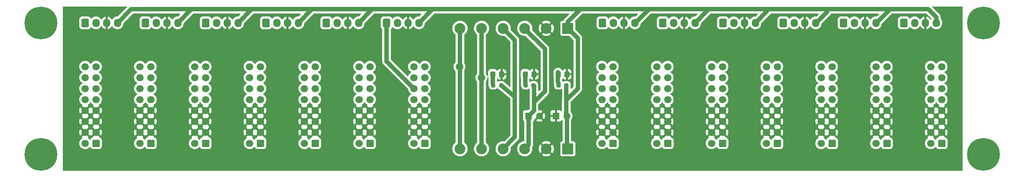
<source format=gbr>
%TF.GenerationSoftware,KiCad,Pcbnew,7.0.11+1*%
%TF.CreationDate,2024-03-07T04:51:48+08:00*%
%TF.ProjectId,EuroPowerBoard v2.0,4575726f-506f-4776-9572-426f61726420,rev?*%
%TF.SameCoordinates,Original*%
%TF.FileFunction,Copper,L1,Top*%
%TF.FilePolarity,Positive*%
%FSLAX46Y46*%
G04 Gerber Fmt 4.6, Leading zero omitted, Abs format (unit mm)*
G04 Created by KiCad (PCBNEW 7.0.11+1) date 2024-03-07 04:51:48*
%MOMM*%
%LPD*%
G01*
G04 APERTURE LIST*
G04 Aperture macros list*
%AMRoundRect*
0 Rectangle with rounded corners*
0 $1 Rounding radius*
0 $2 $3 $4 $5 $6 $7 $8 $9 X,Y pos of 4 corners*
0 Add a 4 corners polygon primitive as box body*
4,1,4,$2,$3,$4,$5,$6,$7,$8,$9,$2,$3,0*
0 Add four circle primitives for the rounded corners*
1,1,$1+$1,$2,$3*
1,1,$1+$1,$4,$5*
1,1,$1+$1,$6,$7*
1,1,$1+$1,$8,$9*
0 Add four rect primitives between the rounded corners*
20,1,$1+$1,$2,$3,$4,$5,0*
20,1,$1+$1,$4,$5,$6,$7,0*
20,1,$1+$1,$6,$7,$8,$9,0*
20,1,$1+$1,$8,$9,$2,$3,0*%
G04 Aperture macros list end*
%TA.AperFunction,ComponentPad*%
%ADD10R,2.500000X2.500000*%
%TD*%
%TA.AperFunction,ComponentPad*%
%ADD11C,2.500000*%
%TD*%
%TA.AperFunction,ComponentPad*%
%ADD12RoundRect,0.250000X-0.600000X-0.725000X0.600000X-0.725000X0.600000X0.725000X-0.600000X0.725000X0*%
%TD*%
%TA.AperFunction,ComponentPad*%
%ADD13O,1.700000X1.950000*%
%TD*%
%TA.AperFunction,ComponentPad*%
%ADD14C,7.600000*%
%TD*%
%TA.AperFunction,SMDPad,CuDef*%
%ADD15RoundRect,0.237500X-0.250000X-0.237500X0.250000X-0.237500X0.250000X0.237500X-0.250000X0.237500X0*%
%TD*%
%TA.AperFunction,ComponentPad*%
%ADD16RoundRect,0.250000X0.600000X0.600000X-0.600000X0.600000X-0.600000X-0.600000X0.600000X-0.600000X0*%
%TD*%
%TA.AperFunction,ComponentPad*%
%ADD17C,1.700000*%
%TD*%
%TA.AperFunction,SMDPad,CuDef*%
%ADD18RoundRect,0.250000X0.325000X0.450000X-0.325000X0.450000X-0.325000X-0.450000X0.325000X-0.450000X0*%
%TD*%
%TA.AperFunction,ComponentPad*%
%ADD19R,1.600000X1.600000*%
%TD*%
%TA.AperFunction,ComponentPad*%
%ADD20C,1.600000*%
%TD*%
%TA.AperFunction,SMDPad,CuDef*%
%ADD21RoundRect,0.250000X-0.325000X-0.450000X0.325000X-0.450000X0.325000X0.450000X-0.325000X0.450000X0*%
%TD*%
%TA.AperFunction,ViaPad*%
%ADD22C,0.800000*%
%TD*%
%TA.AperFunction,ViaPad*%
%ADD23C,1.750000*%
%TD*%
%TA.AperFunction,Conductor*%
%ADD24C,1.000000*%
%TD*%
G04 APERTURE END LIST*
D10*
%TO.P,J15,1,Pin_1*%
%TO.N,-12V*%
X160255000Y-67310000D03*
D11*
%TO.P,J15,2,Pin_2*%
%TO.N,GND*%
X155255000Y-67310000D03*
%TO.P,J15,3,Pin_3*%
%TO.N,+12V*%
X150255000Y-67310000D03*
%TO.P,J15,4,Pin_4*%
%TO.N,+5V*%
X145255000Y-67310000D03*
%TO.P,J15,5,Pin_5*%
%TO.N,CV*%
X140255000Y-67310000D03*
%TO.P,J15,6,Pin_6*%
%TO.N,GATE*%
X135255000Y-67310000D03*
%TD*%
D12*
%TO.P,J21,1,Pin_1*%
%TO.N,+5V*%
X104260000Y-66040000D03*
D13*
%TO.P,J21,2,Pin_2*%
%TO.N,+12V*%
X106760000Y-66040000D03*
%TO.P,J21,3,Pin_3*%
%TO.N,GND*%
X109260000Y-66040000D03*
%TO.P,J21,4,Pin_4*%
%TO.N,-12V*%
X111760000Y-66040000D03*
%TD*%
D12*
%TO.P,J27,1,Pin_1*%
%TO.N,+5V*%
X224155000Y-66040000D03*
D13*
%TO.P,J27,2,Pin_2*%
%TO.N,+12V*%
X226655000Y-66040000D03*
%TO.P,J27,3,Pin_3*%
%TO.N,GND*%
X229155000Y-66040000D03*
%TO.P,J27,4,Pin_4*%
%TO.N,-12V*%
X231655000Y-66040000D03*
%TD*%
D12*
%TO.P,J26,1,Pin_1*%
%TO.N,+5V*%
X210185000Y-66040000D03*
D13*
%TO.P,J26,2,Pin_2*%
%TO.N,+12V*%
X212685000Y-66040000D03*
%TO.P,J26,3,Pin_3*%
%TO.N,GND*%
X215185000Y-66040000D03*
%TO.P,J26,4,Pin_4*%
%TO.N,-12V*%
X217685000Y-66040000D03*
%TD*%
D12*
%TO.P,J25,1,Pin_1*%
%TO.N,+5V*%
X196215000Y-66040000D03*
D13*
%TO.P,J25,2,Pin_2*%
%TO.N,+12V*%
X198715000Y-66040000D03*
%TO.P,J25,3,Pin_3*%
%TO.N,GND*%
X201215000Y-66040000D03*
%TO.P,J25,4,Pin_4*%
%TO.N,-12V*%
X203715000Y-66040000D03*
%TD*%
D10*
%TO.P,J16,1,Pin_1*%
%TO.N,-12V*%
X160255000Y-95250000D03*
D11*
%TO.P,J16,2,Pin_2*%
%TO.N,GND*%
X155255000Y-95250000D03*
%TO.P,J16,3,Pin_3*%
%TO.N,+12V*%
X150255000Y-95250000D03*
%TO.P,J16,4,Pin_4*%
%TO.N,+5V*%
X145255000Y-95250000D03*
%TO.P,J16,5,Pin_5*%
%TO.N,CV*%
X140255000Y-95250000D03*
%TO.P,J16,6,Pin_6*%
%TO.N,GATE*%
X135255000Y-95250000D03*
%TD*%
D14*
%TO.P,H4,1*%
%TO.N,N/C*%
X256540000Y-96520000D03*
%TD*%
%TO.P,H3,1*%
%TO.N,N/C*%
X256540000Y-66040000D03*
%TD*%
%TO.P,H2,1*%
%TO.N,N/C*%
X38100000Y-96520000D03*
%TD*%
%TO.P,H1,1*%
%TO.N,N/C*%
X38100000Y-66040000D03*
%TD*%
D15*
%TO.P,R1,1*%
%TO.N,Net-(D1-A)*%
X150471500Y-80518000D03*
%TO.P,R1,2*%
%TO.N,+12V*%
X152296500Y-80518000D03*
%TD*%
%TO.P,R3,2*%
%TO.N,+5V*%
X144780000Y-80518000D03*
%TO.P,R3,1*%
%TO.N,Net-(D3-A)*%
X142955000Y-80518000D03*
%TD*%
D16*
%TO.P,J7,1,Pin_1*%
%TO.N,-12V*%
X127120000Y-93980000D03*
D17*
%TO.P,J7,2,Pin_2*%
X124580000Y-93980000D03*
%TO.P,J7,3,Pin_3*%
%TO.N,GND*%
X127120000Y-91440000D03*
%TO.P,J7,4,Pin_4*%
X124580000Y-91440000D03*
%TO.P,J7,5,Pin_5*%
X127120000Y-88900000D03*
%TO.P,J7,6,Pin_6*%
X124580000Y-88900000D03*
%TO.P,J7,7,Pin_7*%
X127120000Y-86360000D03*
%TO.P,J7,8,Pin_8*%
X124580000Y-86360000D03*
%TO.P,J7,9,Pin_9*%
%TO.N,+12V*%
X127120000Y-83820000D03*
%TO.P,J7,10,Pin_10*%
X124580000Y-83820000D03*
%TO.P,J7,11,Pin_11*%
%TO.N,+5V*%
X127120000Y-81280000D03*
%TO.P,J7,12,Pin_12*%
X124580000Y-81280000D03*
%TO.P,J7,13,Pin_13*%
%TO.N,CV*%
X127120000Y-78740000D03*
%TO.P,J7,14,Pin_14*%
X124580000Y-78740000D03*
%TO.P,J7,15,Pin_15*%
%TO.N,GATE*%
X127120000Y-76200000D03*
%TO.P,J7,16,Pin_16*%
X124580000Y-76200000D03*
%TD*%
D18*
%TO.P,D3,2,A*%
%TO.N,Net-(D3-A)*%
X142842500Y-77978000D03*
%TO.P,D3,1,K*%
%TO.N,GND*%
X144892500Y-77978000D03*
%TD*%
D12*
%TO.P,J22,1,Pin_1*%
%TO.N,+5V*%
X118230000Y-66040000D03*
D13*
%TO.P,J22,2,Pin_2*%
%TO.N,+12V*%
X120730000Y-66040000D03*
%TO.P,J22,3,Pin_3*%
%TO.N,GND*%
X123230000Y-66040000D03*
%TO.P,J22,4,Pin_4*%
%TO.N,-12V*%
X125730000Y-66040000D03*
%TD*%
D16*
%TO.P,J12,1,Pin_1*%
%TO.N,-12V*%
X221495000Y-93980000D03*
D17*
%TO.P,J12,2,Pin_2*%
X218955000Y-93980000D03*
%TO.P,J12,3,Pin_3*%
%TO.N,GND*%
X221495000Y-91440000D03*
%TO.P,J12,4,Pin_4*%
X218955000Y-91440000D03*
%TO.P,J12,5,Pin_5*%
X221495000Y-88900000D03*
%TO.P,J12,6,Pin_6*%
X218955000Y-88900000D03*
%TO.P,J12,7,Pin_7*%
X221495000Y-86360000D03*
%TO.P,J12,8,Pin_8*%
X218955000Y-86360000D03*
%TO.P,J12,9,Pin_9*%
%TO.N,+12V*%
X221495000Y-83820000D03*
%TO.P,J12,10,Pin_10*%
X218955000Y-83820000D03*
%TO.P,J12,11,Pin_11*%
%TO.N,+5V*%
X221495000Y-81280000D03*
%TO.P,J12,12,Pin_12*%
X218955000Y-81280000D03*
%TO.P,J12,13,Pin_13*%
%TO.N,CV*%
X221495000Y-78740000D03*
%TO.P,J12,14,Pin_14*%
X218955000Y-78740000D03*
%TO.P,J12,15,Pin_15*%
%TO.N,GATE*%
X221495000Y-76200000D03*
%TO.P,J12,16,Pin_16*%
X218955000Y-76200000D03*
%TD*%
D19*
%TO.P,C1,1*%
%TO.N,+12V*%
X151170000Y-87630000D03*
D20*
%TO.P,C1,2*%
%TO.N,GND*%
X153670000Y-87630000D03*
%TD*%
D16*
%TO.P,J4,1,Pin_1*%
%TO.N,-12V*%
X89020000Y-93980000D03*
D17*
%TO.P,J4,2,Pin_2*%
X86480000Y-93980000D03*
%TO.P,J4,3,Pin_3*%
%TO.N,GND*%
X89020000Y-91440000D03*
%TO.P,J4,4,Pin_4*%
X86480000Y-91440000D03*
%TO.P,J4,5,Pin_5*%
X89020000Y-88900000D03*
%TO.P,J4,6,Pin_6*%
X86480000Y-88900000D03*
%TO.P,J4,7,Pin_7*%
X89020000Y-86360000D03*
%TO.P,J4,8,Pin_8*%
X86480000Y-86360000D03*
%TO.P,J4,9,Pin_9*%
%TO.N,+12V*%
X89020000Y-83820000D03*
%TO.P,J4,10,Pin_10*%
X86480000Y-83820000D03*
%TO.P,J4,11,Pin_11*%
%TO.N,+5V*%
X89020000Y-81280000D03*
%TO.P,J4,12,Pin_12*%
X86480000Y-81280000D03*
%TO.P,J4,13,Pin_13*%
%TO.N,CV*%
X89020000Y-78740000D03*
%TO.P,J4,14,Pin_14*%
X86480000Y-78740000D03*
%TO.P,J4,15,Pin_15*%
%TO.N,GATE*%
X89020000Y-76200000D03*
%TO.P,J4,16,Pin_16*%
X86480000Y-76200000D03*
%TD*%
D16*
%TO.P,J9,1,Pin_1*%
%TO.N,-12V*%
X183395000Y-93980000D03*
D17*
%TO.P,J9,2,Pin_2*%
X180855000Y-93980000D03*
%TO.P,J9,3,Pin_3*%
%TO.N,GND*%
X183395000Y-91440000D03*
%TO.P,J9,4,Pin_4*%
X180855000Y-91440000D03*
%TO.P,J9,5,Pin_5*%
X183395000Y-88900000D03*
%TO.P,J9,6,Pin_6*%
X180855000Y-88900000D03*
%TO.P,J9,7,Pin_7*%
X183395000Y-86360000D03*
%TO.P,J9,8,Pin_8*%
X180855000Y-86360000D03*
%TO.P,J9,9,Pin_9*%
%TO.N,+12V*%
X183395000Y-83820000D03*
%TO.P,J9,10,Pin_10*%
X180855000Y-83820000D03*
%TO.P,J9,11,Pin_11*%
%TO.N,+5V*%
X183395000Y-81280000D03*
%TO.P,J9,12,Pin_12*%
X180855000Y-81280000D03*
%TO.P,J9,13,Pin_13*%
%TO.N,CV*%
X183395000Y-78740000D03*
%TO.P,J9,14,Pin_14*%
X180855000Y-78740000D03*
%TO.P,J9,15,Pin_15*%
%TO.N,GATE*%
X183395000Y-76200000D03*
%TO.P,J9,16,Pin_16*%
X180855000Y-76200000D03*
%TD*%
D16*
%TO.P,J11,1,Pin_1*%
%TO.N,-12V*%
X208795000Y-93980000D03*
D17*
%TO.P,J11,2,Pin_2*%
X206255000Y-93980000D03*
%TO.P,J11,3,Pin_3*%
%TO.N,GND*%
X208795000Y-91440000D03*
%TO.P,J11,4,Pin_4*%
X206255000Y-91440000D03*
%TO.P,J11,5,Pin_5*%
X208795000Y-88900000D03*
%TO.P,J11,6,Pin_6*%
X206255000Y-88900000D03*
%TO.P,J11,7,Pin_7*%
X208795000Y-86360000D03*
%TO.P,J11,8,Pin_8*%
X206255000Y-86360000D03*
%TO.P,J11,9,Pin_9*%
%TO.N,+12V*%
X208795000Y-83820000D03*
%TO.P,J11,10,Pin_10*%
X206255000Y-83820000D03*
%TO.P,J11,11,Pin_11*%
%TO.N,+5V*%
X208795000Y-81280000D03*
%TO.P,J11,12,Pin_12*%
X206255000Y-81280000D03*
%TO.P,J11,13,Pin_13*%
%TO.N,CV*%
X208795000Y-78740000D03*
%TO.P,J11,14,Pin_14*%
X206255000Y-78740000D03*
%TO.P,J11,15,Pin_15*%
%TO.N,GATE*%
X208795000Y-76200000D03*
%TO.P,J11,16,Pin_16*%
X206255000Y-76200000D03*
%TD*%
D12*
%TO.P,J20,1,Pin_1*%
%TO.N,+5V*%
X90290000Y-66040000D03*
D13*
%TO.P,J20,2,Pin_2*%
%TO.N,+12V*%
X92790000Y-66040000D03*
%TO.P,J20,3,Pin_3*%
%TO.N,GND*%
X95290000Y-66040000D03*
%TO.P,J20,4,Pin_4*%
%TO.N,-12V*%
X97790000Y-66040000D03*
%TD*%
D19*
%TO.P,C2,1*%
%TO.N,GND*%
X157520000Y-87630000D03*
D20*
%TO.P,C2,2*%
%TO.N,-12V*%
X160020000Y-87630000D03*
%TD*%
D12*
%TO.P,J24,1,Pin_1*%
%TO.N,+5V*%
X182245000Y-66040000D03*
D13*
%TO.P,J24,2,Pin_2*%
%TO.N,+12V*%
X184745000Y-66040000D03*
%TO.P,J24,3,Pin_3*%
%TO.N,GND*%
X187245000Y-66040000D03*
%TO.P,J24,4,Pin_4*%
%TO.N,-12V*%
X189745000Y-66040000D03*
%TD*%
D21*
%TO.P,D2,2,A*%
%TO.N,GND*%
X160029000Y-77978000D03*
%TO.P,D2,1,K*%
%TO.N,Net-(D2-K)*%
X157979000Y-77978000D03*
%TD*%
D12*
%TO.P,J18,1,Pin_1*%
%TO.N,+5V*%
X62350000Y-66040000D03*
D13*
%TO.P,J18,2,Pin_2*%
%TO.N,+12V*%
X64850000Y-66040000D03*
%TO.P,J18,3,Pin_3*%
%TO.N,GND*%
X67350000Y-66040000D03*
%TO.P,J18,4,Pin_4*%
%TO.N,-12V*%
X69850000Y-66040000D03*
%TD*%
D17*
%TO.P,J8,16,Pin_16*%
%TO.N,GATE*%
X168155000Y-76200000D03*
%TO.P,J8,15,Pin_15*%
X170695000Y-76200000D03*
%TO.P,J8,14,Pin_14*%
%TO.N,CV*%
X168155000Y-78740000D03*
%TO.P,J8,13,Pin_13*%
X170695000Y-78740000D03*
%TO.P,J8,12,Pin_12*%
%TO.N,+5V*%
X168155000Y-81280000D03*
%TO.P,J8,11,Pin_11*%
X170695000Y-81280000D03*
%TO.P,J8,10,Pin_10*%
%TO.N,+12V*%
X168155000Y-83820000D03*
%TO.P,J8,9,Pin_9*%
X170695000Y-83820000D03*
%TO.P,J8,8,Pin_8*%
%TO.N,GND*%
X168155000Y-86360000D03*
%TO.P,J8,7,Pin_7*%
X170695000Y-86360000D03*
%TO.P,J8,6,Pin_6*%
X168155000Y-88900000D03*
%TO.P,J8,5,Pin_5*%
X170695000Y-88900000D03*
%TO.P,J8,4,Pin_4*%
X168155000Y-91440000D03*
%TO.P,J8,3,Pin_3*%
X170695000Y-91440000D03*
%TO.P,J8,2,Pin_2*%
%TO.N,-12V*%
X168155000Y-93980000D03*
D16*
%TO.P,J8,1,Pin_1*%
X170695000Y-93980000D03*
%TD*%
D12*
%TO.P,J17,1,Pin_1*%
%TO.N,+5V*%
X48380000Y-66040000D03*
D13*
%TO.P,J17,2,Pin_2*%
%TO.N,+12V*%
X50880000Y-66040000D03*
%TO.P,J17,3,Pin_3*%
%TO.N,GND*%
X53380000Y-66040000D03*
%TO.P,J17,4,Pin_4*%
%TO.N,-12V*%
X55880000Y-66040000D03*
%TD*%
D16*
%TO.P,J1,1,Pin_1*%
%TO.N,-12V*%
X50920000Y-93980000D03*
D17*
%TO.P,J1,2,Pin_2*%
X48380000Y-93980000D03*
%TO.P,J1,3,Pin_3*%
%TO.N,GND*%
X50920000Y-91440000D03*
%TO.P,J1,4,Pin_4*%
X48380000Y-91440000D03*
%TO.P,J1,5,Pin_5*%
X50920000Y-88900000D03*
%TO.P,J1,6,Pin_6*%
X48380000Y-88900000D03*
%TO.P,J1,7,Pin_7*%
X50920000Y-86360000D03*
%TO.P,J1,8,Pin_8*%
X48380000Y-86360000D03*
%TO.P,J1,9,Pin_9*%
%TO.N,+12V*%
X50920000Y-83820000D03*
%TO.P,J1,10,Pin_10*%
X48380000Y-83820000D03*
%TO.P,J1,11,Pin_11*%
%TO.N,+5V*%
X50920000Y-81280000D03*
%TO.P,J1,12,Pin_12*%
X48380000Y-81280000D03*
%TO.P,J1,13,Pin_13*%
%TO.N,CV*%
X50920000Y-78740000D03*
%TO.P,J1,14,Pin_14*%
X48380000Y-78740000D03*
%TO.P,J1,15,Pin_15*%
%TO.N,GATE*%
X50920000Y-76200000D03*
%TO.P,J1,16,Pin_16*%
X48380000Y-76200000D03*
%TD*%
D15*
%TO.P,R2,1*%
%TO.N,Net-(D2-K)*%
X158091500Y-80518000D03*
%TO.P,R2,2*%
%TO.N,-12V*%
X159916500Y-80518000D03*
%TD*%
D16*
%TO.P,J2,1,Pin_1*%
%TO.N,-12V*%
X63620000Y-93980000D03*
D17*
%TO.P,J2,2,Pin_2*%
X61080000Y-93980000D03*
%TO.P,J2,3,Pin_3*%
%TO.N,GND*%
X63620000Y-91440000D03*
%TO.P,J2,4,Pin_4*%
X61080000Y-91440000D03*
%TO.P,J2,5,Pin_5*%
X63620000Y-88900000D03*
%TO.P,J2,6,Pin_6*%
X61080000Y-88900000D03*
%TO.P,J2,7,Pin_7*%
X63620000Y-86360000D03*
%TO.P,J2,8,Pin_8*%
X61080000Y-86360000D03*
%TO.P,J2,9,Pin_9*%
%TO.N,+12V*%
X63620000Y-83820000D03*
%TO.P,J2,10,Pin_10*%
X61080000Y-83820000D03*
%TO.P,J2,11,Pin_11*%
%TO.N,+5V*%
X63620000Y-81280000D03*
%TO.P,J2,12,Pin_12*%
X61080000Y-81280000D03*
%TO.P,J2,13,Pin_13*%
%TO.N,CV*%
X63620000Y-78740000D03*
%TO.P,J2,14,Pin_14*%
X61080000Y-78740000D03*
%TO.P,J2,15,Pin_15*%
%TO.N,GATE*%
X63620000Y-76200000D03*
%TO.P,J2,16,Pin_16*%
X61080000Y-76200000D03*
%TD*%
D16*
%TO.P,J13,1,Pin_1*%
%TO.N,-12V*%
X234195000Y-93980000D03*
D17*
%TO.P,J13,2,Pin_2*%
X231655000Y-93980000D03*
%TO.P,J13,3,Pin_3*%
%TO.N,GND*%
X234195000Y-91440000D03*
%TO.P,J13,4,Pin_4*%
X231655000Y-91440000D03*
%TO.P,J13,5,Pin_5*%
X234195000Y-88900000D03*
%TO.P,J13,6,Pin_6*%
X231655000Y-88900000D03*
%TO.P,J13,7,Pin_7*%
X234195000Y-86360000D03*
%TO.P,J13,8,Pin_8*%
X231655000Y-86360000D03*
%TO.P,J13,9,Pin_9*%
%TO.N,+12V*%
X234195000Y-83820000D03*
%TO.P,J13,10,Pin_10*%
X231655000Y-83820000D03*
%TO.P,J13,11,Pin_11*%
%TO.N,+5V*%
X234195000Y-81280000D03*
%TO.P,J13,12,Pin_12*%
X231655000Y-81280000D03*
%TO.P,J13,13,Pin_13*%
%TO.N,CV*%
X234195000Y-78740000D03*
%TO.P,J13,14,Pin_14*%
X231655000Y-78740000D03*
%TO.P,J13,15,Pin_15*%
%TO.N,GATE*%
X234195000Y-76200000D03*
%TO.P,J13,16,Pin_16*%
X231655000Y-76200000D03*
%TD*%
D16*
%TO.P,J10,1,Pin_1*%
%TO.N,-12V*%
X196095000Y-93980000D03*
D17*
%TO.P,J10,2,Pin_2*%
X193555000Y-93980000D03*
%TO.P,J10,3,Pin_3*%
%TO.N,GND*%
X196095000Y-91440000D03*
%TO.P,J10,4,Pin_4*%
X193555000Y-91440000D03*
%TO.P,J10,5,Pin_5*%
X196095000Y-88900000D03*
%TO.P,J10,6,Pin_6*%
X193555000Y-88900000D03*
%TO.P,J10,7,Pin_7*%
X196095000Y-86360000D03*
%TO.P,J10,8,Pin_8*%
X193555000Y-86360000D03*
%TO.P,J10,9,Pin_9*%
%TO.N,+12V*%
X196095000Y-83820000D03*
%TO.P,J10,10,Pin_10*%
X193555000Y-83820000D03*
%TO.P,J10,11,Pin_11*%
%TO.N,+5V*%
X196095000Y-81280000D03*
%TO.P,J10,12,Pin_12*%
X193555000Y-81280000D03*
%TO.P,J10,13,Pin_13*%
%TO.N,CV*%
X196095000Y-78740000D03*
%TO.P,J10,14,Pin_14*%
X193555000Y-78740000D03*
%TO.P,J10,15,Pin_15*%
%TO.N,GATE*%
X196095000Y-76200000D03*
%TO.P,J10,16,Pin_16*%
X193555000Y-76200000D03*
%TD*%
D16*
%TO.P,J3,1,Pin_1*%
%TO.N,-12V*%
X76320000Y-93980000D03*
D17*
%TO.P,J3,2,Pin_2*%
X73780000Y-93980000D03*
%TO.P,J3,3,Pin_3*%
%TO.N,GND*%
X76320000Y-91440000D03*
%TO.P,J3,4,Pin_4*%
X73780000Y-91440000D03*
%TO.P,J3,5,Pin_5*%
X76320000Y-88900000D03*
%TO.P,J3,6,Pin_6*%
X73780000Y-88900000D03*
%TO.P,J3,7,Pin_7*%
X76320000Y-86360000D03*
%TO.P,J3,8,Pin_8*%
X73780000Y-86360000D03*
%TO.P,J3,9,Pin_9*%
%TO.N,+12V*%
X76320000Y-83820000D03*
%TO.P,J3,10,Pin_10*%
X73780000Y-83820000D03*
%TO.P,J3,11,Pin_11*%
%TO.N,+5V*%
X76320000Y-81280000D03*
%TO.P,J3,12,Pin_12*%
X73780000Y-81280000D03*
%TO.P,J3,13,Pin_13*%
%TO.N,CV*%
X76320000Y-78740000D03*
%TO.P,J3,14,Pin_14*%
X73780000Y-78740000D03*
%TO.P,J3,15,Pin_15*%
%TO.N,GATE*%
X76320000Y-76200000D03*
%TO.P,J3,16,Pin_16*%
X73780000Y-76200000D03*
%TD*%
D18*
%TO.P,D1,2,A*%
%TO.N,Net-(D1-A)*%
X150359000Y-77978000D03*
%TO.P,D1,1,K*%
%TO.N,GND*%
X152409000Y-77978000D03*
%TD*%
D12*
%TO.P,J31,1,Pin_1*%
%TO.N,+5V*%
X238125000Y-66040000D03*
D13*
%TO.P,J31,2,Pin_2*%
%TO.N,+12V*%
X240625000Y-66040000D03*
%TO.P,J31,3,Pin_3*%
%TO.N,GND*%
X243125000Y-66040000D03*
%TO.P,J31,4,Pin_4*%
%TO.N,-12V*%
X245625000Y-66040000D03*
%TD*%
D16*
%TO.P,J5,1,Pin_1*%
%TO.N,-12V*%
X101720000Y-93980000D03*
D17*
%TO.P,J5,2,Pin_2*%
X99180000Y-93980000D03*
%TO.P,J5,3,Pin_3*%
%TO.N,GND*%
X101720000Y-91440000D03*
%TO.P,J5,4,Pin_4*%
X99180000Y-91440000D03*
%TO.P,J5,5,Pin_5*%
X101720000Y-88900000D03*
%TO.P,J5,6,Pin_6*%
X99180000Y-88900000D03*
%TO.P,J5,7,Pin_7*%
X101720000Y-86360000D03*
%TO.P,J5,8,Pin_8*%
X99180000Y-86360000D03*
%TO.P,J5,9,Pin_9*%
%TO.N,+12V*%
X101720000Y-83820000D03*
%TO.P,J5,10,Pin_10*%
X99180000Y-83820000D03*
%TO.P,J5,11,Pin_11*%
%TO.N,+5V*%
X101720000Y-81280000D03*
%TO.P,J5,12,Pin_12*%
X99180000Y-81280000D03*
%TO.P,J5,13,Pin_13*%
%TO.N,CV*%
X101720000Y-78740000D03*
%TO.P,J5,14,Pin_14*%
X99180000Y-78740000D03*
%TO.P,J5,15,Pin_15*%
%TO.N,GATE*%
X101720000Y-76200000D03*
%TO.P,J5,16,Pin_16*%
X99180000Y-76200000D03*
%TD*%
D12*
%TO.P,J23,1,Pin_1*%
%TO.N,+5V*%
X168275000Y-66040000D03*
D13*
%TO.P,J23,2,Pin_2*%
%TO.N,+12V*%
X170775000Y-66040000D03*
%TO.P,J23,3,Pin_3*%
%TO.N,GND*%
X173275000Y-66040000D03*
%TO.P,J23,4,Pin_4*%
%TO.N,-12V*%
X175775000Y-66040000D03*
%TD*%
D16*
%TO.P,J6,1,Pin_1*%
%TO.N,-12V*%
X114420000Y-93980000D03*
D17*
%TO.P,J6,2,Pin_2*%
X111880000Y-93980000D03*
%TO.P,J6,3,Pin_3*%
%TO.N,GND*%
X114420000Y-91440000D03*
%TO.P,J6,4,Pin_4*%
X111880000Y-91440000D03*
%TO.P,J6,5,Pin_5*%
X114420000Y-88900000D03*
%TO.P,J6,6,Pin_6*%
X111880000Y-88900000D03*
%TO.P,J6,7,Pin_7*%
X114420000Y-86360000D03*
%TO.P,J6,8,Pin_8*%
X111880000Y-86360000D03*
%TO.P,J6,9,Pin_9*%
%TO.N,+12V*%
X114420000Y-83820000D03*
%TO.P,J6,10,Pin_10*%
X111880000Y-83820000D03*
%TO.P,J6,11,Pin_11*%
%TO.N,+5V*%
X114420000Y-81280000D03*
%TO.P,J6,12,Pin_12*%
X111880000Y-81280000D03*
%TO.P,J6,13,Pin_13*%
%TO.N,CV*%
X114420000Y-78740000D03*
%TO.P,J6,14,Pin_14*%
X111880000Y-78740000D03*
%TO.P,J6,15,Pin_15*%
%TO.N,GATE*%
X114420000Y-76200000D03*
%TO.P,J6,16,Pin_16*%
X111880000Y-76200000D03*
%TD*%
D16*
%TO.P,J14,1,Pin_1*%
%TO.N,-12V*%
X246895000Y-93980000D03*
D17*
%TO.P,J14,2,Pin_2*%
X244355000Y-93980000D03*
%TO.P,J14,3,Pin_3*%
%TO.N,GND*%
X246895000Y-91440000D03*
%TO.P,J14,4,Pin_4*%
X244355000Y-91440000D03*
%TO.P,J14,5,Pin_5*%
X246895000Y-88900000D03*
%TO.P,J14,6,Pin_6*%
X244355000Y-88900000D03*
%TO.P,J14,7,Pin_7*%
X246895000Y-86360000D03*
%TO.P,J14,8,Pin_8*%
X244355000Y-86360000D03*
%TO.P,J14,9,Pin_9*%
%TO.N,+12V*%
X246895000Y-83820000D03*
%TO.P,J14,10,Pin_10*%
X244355000Y-83820000D03*
%TO.P,J14,11,Pin_11*%
%TO.N,+5V*%
X246895000Y-81280000D03*
%TO.P,J14,12,Pin_12*%
X244355000Y-81280000D03*
%TO.P,J14,13,Pin_13*%
%TO.N,CV*%
X246895000Y-78740000D03*
%TO.P,J14,14,Pin_14*%
X244355000Y-78740000D03*
%TO.P,J14,15,Pin_15*%
%TO.N,GATE*%
X246895000Y-76200000D03*
%TO.P,J14,16,Pin_16*%
X244355000Y-76200000D03*
%TD*%
D12*
%TO.P,J19,1,Pin_1*%
%TO.N,+5V*%
X76320000Y-66040000D03*
D13*
%TO.P,J19,2,Pin_2*%
%TO.N,+12V*%
X78820000Y-66040000D03*
%TO.P,J19,3,Pin_3*%
%TO.N,GND*%
X81320000Y-66040000D03*
%TO.P,J19,4,Pin_4*%
%TO.N,-12V*%
X83820000Y-66040000D03*
%TD*%
D22*
%TO.N,GND*%
X153035000Y-91440000D03*
X154305000Y-91440000D03*
X153035000Y-92710000D03*
X137795000Y-90170000D03*
X137795000Y-88900000D03*
X137795000Y-87630000D03*
X137795000Y-86360000D03*
X169545000Y-74295000D03*
X168275000Y-74295000D03*
X167005000Y-74295000D03*
X165735000Y-74295000D03*
X164465000Y-74295000D03*
X129540000Y-74295000D03*
X130810000Y-74295000D03*
X132080000Y-74295000D03*
X133350000Y-74295000D03*
X129540000Y-64770000D03*
X129540000Y-66040000D03*
X129540000Y-67310000D03*
X129540000Y-68580000D03*
X129540000Y-69850000D03*
X130810000Y-69850000D03*
X130810000Y-68580000D03*
X130810000Y-67310000D03*
X130810000Y-66040000D03*
X130810000Y-64770000D03*
X164465000Y-69850000D03*
X164465000Y-68580000D03*
X164465000Y-67310000D03*
X164465000Y-66040000D03*
X164465000Y-64770000D03*
D23*
%TO.N,CV*%
X140208000Y-78740000D03*
%TO.N,GATE*%
X135128000Y-76200000D03*
D22*
%TO.N,GND*%
X155575000Y-86360000D03*
X155575000Y-87630000D03*
X155575000Y-88900000D03*
X154305000Y-92710000D03*
X155575000Y-92710000D03*
X156845000Y-92710000D03*
X158115000Y-92710000D03*
X158115000Y-90170000D03*
X156845000Y-90170000D03*
X155575000Y-90170000D03*
X154305000Y-90170000D03*
X153035000Y-90170000D03*
X158115000Y-91440000D03*
X156845000Y-91440000D03*
X155575000Y-91440000D03*
X146050000Y-90170000D03*
X146050000Y-88900000D03*
X146050000Y-87630000D03*
X146050000Y-86360000D03*
%TD*%
D24*
%TO.N,-12V*%
X86995000Y-62865000D02*
X73025000Y-62865000D01*
X73025000Y-62865000D02*
X59055000Y-62865000D01*
X69850000Y-66040000D02*
X73025000Y-62865000D01*
X245625000Y-66040000D02*
X245625000Y-64710000D01*
X245625000Y-64710000D02*
X243780000Y-62865000D01*
X243780000Y-62865000D02*
X234950000Y-62865000D01*
X179070000Y-62865000D02*
X163195000Y-62865000D01*
X163195000Y-62865000D02*
X128905000Y-62865000D01*
X160255000Y-67310000D02*
X160255000Y-65805000D01*
X160255000Y-65805000D02*
X163195000Y-62865000D01*
X234950000Y-62865000D02*
X220345000Y-62865000D01*
X231775000Y-66040000D02*
X231655000Y-66040000D01*
X234950000Y-62865000D02*
X231775000Y-66040000D01*
X220345000Y-62865000D02*
X220345000Y-63500000D01*
X220345000Y-63500000D02*
X217805000Y-66040000D01*
X217805000Y-66040000D02*
X217685000Y-66040000D01*
X220345000Y-62865000D02*
X206375000Y-62865000D01*
X206375000Y-62865000D02*
X206375000Y-63380000D01*
X206375000Y-63380000D02*
X203715000Y-66040000D01*
X206375000Y-62865000D02*
X193040000Y-62865000D01*
X193040000Y-62865000D02*
X179070000Y-62865000D01*
X193040000Y-62865000D02*
X192920000Y-62865000D01*
X192920000Y-62865000D02*
X189745000Y-66040000D01*
X175775000Y-66040000D02*
X175895000Y-66040000D01*
X175895000Y-66040000D02*
X179070000Y-62865000D01*
X128905000Y-62865000D02*
X114935000Y-62865000D01*
X125730000Y-66040000D02*
X128905000Y-62865000D01*
X114935000Y-62865000D02*
X100965000Y-62865000D01*
X111760000Y-66040000D02*
X114935000Y-62865000D01*
X100965000Y-62865000D02*
X86995000Y-62865000D01*
X97790000Y-66040000D02*
X100965000Y-62865000D01*
X83820000Y-66040000D02*
X86995000Y-62865000D01*
X59055000Y-62865000D02*
X55880000Y-66040000D01*
%TO.N,+5V*%
X147970000Y-70025000D02*
X145255000Y-67310000D01*
%TO.N,-12V*%
X159907500Y-83932500D02*
X159916500Y-83923500D01*
X159916500Y-83923500D02*
X159916500Y-80518000D01*
X160020000Y-87630000D02*
X159907500Y-87517500D01*
X159907500Y-87517500D02*
X159907500Y-83932500D01*
X159907500Y-83932500D02*
X162560000Y-81280000D01*
X162560000Y-81280000D02*
X162560000Y-69596000D01*
X162560000Y-69596000D02*
X160655000Y-67691000D01*
%TO.N,+12V*%
X152296500Y-80518000D02*
X152400000Y-80621500D01*
X152400000Y-80621500D02*
X152400000Y-84455000D01*
X152400000Y-84455000D02*
X152400000Y-86400000D01*
X152400000Y-86400000D02*
X151170000Y-87630000D01*
X154940000Y-81915000D02*
X152400000Y-84455000D01*
X154940000Y-72104365D02*
X154940000Y-81915000D01*
X150255000Y-67419365D02*
X154940000Y-72104365D01*
%TO.N,GATE*%
X135255000Y-67310000D02*
X135255000Y-95250000D01*
%TO.N,-12V*%
X160020000Y-87630000D02*
X160020000Y-95015000D01*
X160020000Y-95015000D02*
X160255000Y-95250000D01*
%TO.N,+12V*%
X151170000Y-87630000D02*
X151170000Y-94335000D01*
X151170000Y-94335000D02*
X150255000Y-95250000D01*
%TO.N,+5V*%
X147970000Y-83185000D02*
X147970000Y-92535000D01*
X147970000Y-92535000D02*
X145255000Y-95250000D01*
%TO.N,CV*%
X140255000Y-67310000D02*
X140255000Y-95250000D01*
%TO.N,+5V*%
X147970000Y-70025000D02*
X147970000Y-83185000D01*
X144780000Y-80518000D02*
X147970000Y-83185000D01*
X118230000Y-66040000D02*
X118230000Y-74930000D01*
X118230000Y-74930000D02*
X124580000Y-81280000D01*
%TO.N,Net-(D1-A)*%
X150359000Y-77978000D02*
X150359000Y-80405500D01*
X150359000Y-80405500D02*
X150471500Y-80518000D01*
%TO.N,Net-(D3-A)*%
X142842500Y-77978000D02*
X142842500Y-80255000D01*
%TO.N,Net-(D2-K)*%
X157970000Y-77470000D02*
X157970000Y-79897500D01*
X157970000Y-79897500D02*
X158082500Y-80010000D01*
%TD*%
%TA.AperFunction,Conductor*%
%TO.N,GND*%
G36*
X50460507Y-91649844D02*
G01*
X50538239Y-91770798D01*
X50646900Y-91864952D01*
X50777685Y-91924680D01*
X50787466Y-91926086D01*
X50154208Y-92559342D01*
X50143788Y-92611193D01*
X50095172Y-92661376D01*
X50073032Y-92671205D01*
X50000674Y-92695182D01*
X50000663Y-92695187D01*
X49851342Y-92787289D01*
X49727289Y-92911342D01*
X49635187Y-93060663D01*
X49635183Y-93060673D01*
X49632335Y-93069268D01*
X49592560Y-93126711D01*
X49528044Y-93153531D01*
X49459268Y-93141214D01*
X49422517Y-93112233D01*
X49422324Y-93112427D01*
X49420682Y-93110785D01*
X49419642Y-93109965D01*
X49418494Y-93108597D01*
X49251402Y-92941506D01*
X49251401Y-92941505D01*
X49065405Y-92811269D01*
X49021781Y-92756692D01*
X49014588Y-92687193D01*
X49046110Y-92624839D01*
X49065405Y-92608119D01*
X49141373Y-92554925D01*
X48512533Y-91926086D01*
X48522315Y-91924680D01*
X48653100Y-91864952D01*
X48761761Y-91770798D01*
X48839493Y-91649844D01*
X48863076Y-91569524D01*
X49494925Y-92201373D01*
X49548425Y-92124968D01*
X49603002Y-92081344D01*
X49672501Y-92074151D01*
X49734855Y-92105673D01*
X49751576Y-92124969D01*
X49805073Y-92201372D01*
X50436922Y-91569523D01*
X50460507Y-91649844D01*
G37*
%TD.AperFunction*%
%TA.AperFunction,Conductor*%
G36*
X50460507Y-89109844D02*
G01*
X50538239Y-89230798D01*
X50646900Y-89324952D01*
X50777685Y-89384680D01*
X50787466Y-89386086D01*
X50158625Y-90014925D01*
X50235031Y-90068425D01*
X50278655Y-90123002D01*
X50285848Y-90192501D01*
X50254326Y-90254855D01*
X50235029Y-90271576D01*
X50158625Y-90325072D01*
X50787466Y-90953913D01*
X50777685Y-90955320D01*
X50646900Y-91015048D01*
X50538239Y-91109202D01*
X50460507Y-91230156D01*
X50436923Y-91310476D01*
X49805072Y-90678625D01*
X49805072Y-90678626D01*
X49751574Y-90755030D01*
X49696998Y-90798655D01*
X49627499Y-90805849D01*
X49565144Y-90774326D01*
X49548424Y-90755030D01*
X49494925Y-90678626D01*
X49494925Y-90678625D01*
X48863076Y-91310475D01*
X48839493Y-91230156D01*
X48761761Y-91109202D01*
X48653100Y-91015048D01*
X48522315Y-90955320D01*
X48512533Y-90953913D01*
X49141373Y-90325073D01*
X49064969Y-90271576D01*
X49021344Y-90216999D01*
X49014150Y-90147501D01*
X49045672Y-90085146D01*
X49064968Y-90068425D01*
X49141373Y-90014925D01*
X48512533Y-89386086D01*
X48522315Y-89384680D01*
X48653100Y-89324952D01*
X48761761Y-89230798D01*
X48839493Y-89109844D01*
X48863076Y-89029524D01*
X49494925Y-89661373D01*
X49548425Y-89584968D01*
X49603002Y-89541344D01*
X49672501Y-89534151D01*
X49734855Y-89565673D01*
X49751576Y-89584969D01*
X49805073Y-89661372D01*
X50436922Y-89029523D01*
X50460507Y-89109844D01*
G37*
%TD.AperFunction*%
%TA.AperFunction,Conductor*%
G36*
X50460507Y-86569844D02*
G01*
X50538239Y-86690798D01*
X50646900Y-86784952D01*
X50777685Y-86844680D01*
X50787466Y-86846086D01*
X50158625Y-87474925D01*
X50235031Y-87528425D01*
X50278655Y-87583002D01*
X50285848Y-87652501D01*
X50254326Y-87714855D01*
X50235029Y-87731576D01*
X50158625Y-87785072D01*
X50787466Y-88413913D01*
X50777685Y-88415320D01*
X50646900Y-88475048D01*
X50538239Y-88569202D01*
X50460507Y-88690156D01*
X50436923Y-88770476D01*
X49805072Y-88138625D01*
X49805072Y-88138626D01*
X49751574Y-88215030D01*
X49696998Y-88258655D01*
X49627499Y-88265849D01*
X49565144Y-88234326D01*
X49548424Y-88215030D01*
X49494925Y-88138626D01*
X49494925Y-88138625D01*
X48863076Y-88770475D01*
X48839493Y-88690156D01*
X48761761Y-88569202D01*
X48653100Y-88475048D01*
X48522315Y-88415320D01*
X48512533Y-88413913D01*
X49141373Y-87785073D01*
X49064969Y-87731576D01*
X49021344Y-87676999D01*
X49014150Y-87607501D01*
X49045672Y-87545146D01*
X49064968Y-87528425D01*
X49141373Y-87474925D01*
X48512533Y-86846086D01*
X48522315Y-86844680D01*
X48653100Y-86784952D01*
X48761761Y-86690798D01*
X48839493Y-86569844D01*
X48863076Y-86489524D01*
X49494925Y-87121373D01*
X49548425Y-87044968D01*
X49603002Y-87001344D01*
X49672501Y-86994151D01*
X49734855Y-87025673D01*
X49751576Y-87044969D01*
X49805073Y-87121372D01*
X50436922Y-86489523D01*
X50460507Y-86569844D01*
G37*
%TD.AperFunction*%
%TA.AperFunction,Conductor*%
G36*
X49734855Y-84486546D02*
G01*
X49751575Y-84505842D01*
X49881500Y-84691395D01*
X49881505Y-84691401D01*
X50048599Y-84858495D01*
X50234594Y-84988730D01*
X50278218Y-85043307D01*
X50285411Y-85112806D01*
X50253889Y-85175160D01*
X50234593Y-85191880D01*
X50158626Y-85245072D01*
X50158625Y-85245072D01*
X50787466Y-85873913D01*
X50777685Y-85875320D01*
X50646900Y-85935048D01*
X50538239Y-86029202D01*
X50460507Y-86150156D01*
X50436923Y-86230476D01*
X49805072Y-85598625D01*
X49805072Y-85598626D01*
X49751574Y-85675030D01*
X49696998Y-85718655D01*
X49627499Y-85725849D01*
X49565144Y-85694326D01*
X49548424Y-85675030D01*
X49494925Y-85598626D01*
X49494925Y-85598625D01*
X48863076Y-86230475D01*
X48839493Y-86150156D01*
X48761761Y-86029202D01*
X48653100Y-85935048D01*
X48522315Y-85875320D01*
X48512533Y-85873913D01*
X49141373Y-85245073D01*
X49141373Y-85245072D01*
X49065405Y-85191880D01*
X49021780Y-85137304D01*
X49014586Y-85067805D01*
X49046108Y-85005451D01*
X49065399Y-84988734D01*
X49251401Y-84858495D01*
X49418495Y-84691401D01*
X49548425Y-84505842D01*
X49603002Y-84462217D01*
X49672500Y-84455023D01*
X49734855Y-84486546D01*
G37*
%TD.AperFunction*%
%TA.AperFunction,Conductor*%
G36*
X63160507Y-91649844D02*
G01*
X63238239Y-91770798D01*
X63346900Y-91864952D01*
X63477685Y-91924680D01*
X63487466Y-91926086D01*
X62854208Y-92559342D01*
X62843788Y-92611193D01*
X62795172Y-92661376D01*
X62773032Y-92671205D01*
X62700674Y-92695182D01*
X62700663Y-92695187D01*
X62551342Y-92787289D01*
X62427289Y-92911342D01*
X62335187Y-93060663D01*
X62335183Y-93060673D01*
X62332335Y-93069268D01*
X62292560Y-93126711D01*
X62228044Y-93153531D01*
X62159268Y-93141214D01*
X62122517Y-93112233D01*
X62122324Y-93112427D01*
X62120682Y-93110785D01*
X62119642Y-93109965D01*
X62118494Y-93108597D01*
X61951402Y-92941506D01*
X61951401Y-92941505D01*
X61765405Y-92811269D01*
X61721781Y-92756692D01*
X61714588Y-92687193D01*
X61746110Y-92624839D01*
X61765405Y-92608119D01*
X61841373Y-92554925D01*
X61212533Y-91926086D01*
X61222315Y-91924680D01*
X61353100Y-91864952D01*
X61461761Y-91770798D01*
X61539493Y-91649844D01*
X61563076Y-91569524D01*
X62194925Y-92201373D01*
X62248425Y-92124968D01*
X62303002Y-92081344D01*
X62372501Y-92074151D01*
X62434855Y-92105673D01*
X62451576Y-92124969D01*
X62505073Y-92201372D01*
X63136922Y-91569523D01*
X63160507Y-91649844D01*
G37*
%TD.AperFunction*%
%TA.AperFunction,Conductor*%
G36*
X63160507Y-89109844D02*
G01*
X63238239Y-89230798D01*
X63346900Y-89324952D01*
X63477685Y-89384680D01*
X63487466Y-89386086D01*
X62858625Y-90014925D01*
X62935031Y-90068425D01*
X62978655Y-90123002D01*
X62985848Y-90192501D01*
X62954326Y-90254855D01*
X62935029Y-90271576D01*
X62858625Y-90325072D01*
X63487466Y-90953913D01*
X63477685Y-90955320D01*
X63346900Y-91015048D01*
X63238239Y-91109202D01*
X63160507Y-91230156D01*
X63136923Y-91310476D01*
X62505072Y-90678625D01*
X62505072Y-90678626D01*
X62451574Y-90755030D01*
X62396998Y-90798655D01*
X62327499Y-90805849D01*
X62265144Y-90774326D01*
X62248424Y-90755030D01*
X62194925Y-90678626D01*
X62194925Y-90678625D01*
X61563076Y-91310475D01*
X61539493Y-91230156D01*
X61461761Y-91109202D01*
X61353100Y-91015048D01*
X61222315Y-90955320D01*
X61212533Y-90953913D01*
X61841373Y-90325073D01*
X61764969Y-90271576D01*
X61721344Y-90216999D01*
X61714150Y-90147501D01*
X61745672Y-90085146D01*
X61764968Y-90068425D01*
X61841373Y-90014925D01*
X61212533Y-89386086D01*
X61222315Y-89384680D01*
X61353100Y-89324952D01*
X61461761Y-89230798D01*
X61539493Y-89109844D01*
X61563076Y-89029524D01*
X62194925Y-89661373D01*
X62248425Y-89584968D01*
X62303002Y-89541344D01*
X62372501Y-89534151D01*
X62434855Y-89565673D01*
X62451576Y-89584969D01*
X62505073Y-89661372D01*
X63136922Y-89029523D01*
X63160507Y-89109844D01*
G37*
%TD.AperFunction*%
%TA.AperFunction,Conductor*%
G36*
X63160507Y-86569844D02*
G01*
X63238239Y-86690798D01*
X63346900Y-86784952D01*
X63477685Y-86844680D01*
X63487466Y-86846086D01*
X62858625Y-87474925D01*
X62935031Y-87528425D01*
X62978655Y-87583002D01*
X62985848Y-87652501D01*
X62954326Y-87714855D01*
X62935029Y-87731576D01*
X62858625Y-87785072D01*
X63487466Y-88413913D01*
X63477685Y-88415320D01*
X63346900Y-88475048D01*
X63238239Y-88569202D01*
X63160507Y-88690156D01*
X63136923Y-88770476D01*
X62505072Y-88138625D01*
X62505072Y-88138626D01*
X62451574Y-88215030D01*
X62396998Y-88258655D01*
X62327499Y-88265849D01*
X62265144Y-88234326D01*
X62248424Y-88215030D01*
X62194925Y-88138626D01*
X62194925Y-88138625D01*
X61563076Y-88770475D01*
X61539493Y-88690156D01*
X61461761Y-88569202D01*
X61353100Y-88475048D01*
X61222315Y-88415320D01*
X61212533Y-88413913D01*
X61841373Y-87785073D01*
X61764969Y-87731576D01*
X61721344Y-87676999D01*
X61714150Y-87607501D01*
X61745672Y-87545146D01*
X61764968Y-87528425D01*
X61841373Y-87474925D01*
X61212533Y-86846086D01*
X61222315Y-86844680D01*
X61353100Y-86784952D01*
X61461761Y-86690798D01*
X61539493Y-86569844D01*
X61563076Y-86489524D01*
X62194925Y-87121373D01*
X62248425Y-87044968D01*
X62303002Y-87001344D01*
X62372501Y-86994151D01*
X62434855Y-87025673D01*
X62451576Y-87044969D01*
X62505073Y-87121372D01*
X63136922Y-86489523D01*
X63160507Y-86569844D01*
G37*
%TD.AperFunction*%
%TA.AperFunction,Conductor*%
G36*
X62434855Y-84486546D02*
G01*
X62451575Y-84505842D01*
X62581500Y-84691395D01*
X62581505Y-84691401D01*
X62748599Y-84858495D01*
X62934594Y-84988730D01*
X62978218Y-85043307D01*
X62985411Y-85112806D01*
X62953889Y-85175160D01*
X62934593Y-85191880D01*
X62858626Y-85245072D01*
X62858625Y-85245072D01*
X63487466Y-85873913D01*
X63477685Y-85875320D01*
X63346900Y-85935048D01*
X63238239Y-86029202D01*
X63160507Y-86150156D01*
X63136923Y-86230476D01*
X62505072Y-85598625D01*
X62505072Y-85598626D01*
X62451574Y-85675030D01*
X62396998Y-85718655D01*
X62327499Y-85725849D01*
X62265144Y-85694326D01*
X62248424Y-85675030D01*
X62194925Y-85598626D01*
X62194925Y-85598625D01*
X61563076Y-86230475D01*
X61539493Y-86150156D01*
X61461761Y-86029202D01*
X61353100Y-85935048D01*
X61222315Y-85875320D01*
X61212533Y-85873913D01*
X61841373Y-85245073D01*
X61841373Y-85245072D01*
X61765405Y-85191880D01*
X61721780Y-85137304D01*
X61714586Y-85067805D01*
X61746108Y-85005451D01*
X61765399Y-84988734D01*
X61951401Y-84858495D01*
X62118495Y-84691401D01*
X62248425Y-84505842D01*
X62303002Y-84462217D01*
X62372500Y-84455023D01*
X62434855Y-84486546D01*
G37*
%TD.AperFunction*%
%TA.AperFunction,Conductor*%
G36*
X75860507Y-91649844D02*
G01*
X75938239Y-91770798D01*
X76046900Y-91864952D01*
X76177685Y-91924680D01*
X76187466Y-91926086D01*
X75554208Y-92559342D01*
X75543788Y-92611193D01*
X75495172Y-92661376D01*
X75473032Y-92671205D01*
X75400674Y-92695182D01*
X75400663Y-92695187D01*
X75251342Y-92787289D01*
X75127289Y-92911342D01*
X75035187Y-93060663D01*
X75035183Y-93060673D01*
X75032335Y-93069268D01*
X74992560Y-93126711D01*
X74928044Y-93153531D01*
X74859268Y-93141214D01*
X74822517Y-93112233D01*
X74822324Y-93112427D01*
X74820682Y-93110785D01*
X74819642Y-93109965D01*
X74818494Y-93108597D01*
X74651402Y-92941506D01*
X74651401Y-92941505D01*
X74465405Y-92811269D01*
X74421781Y-92756692D01*
X74414588Y-92687193D01*
X74446110Y-92624839D01*
X74465405Y-92608119D01*
X74541373Y-92554925D01*
X73912533Y-91926086D01*
X73922315Y-91924680D01*
X74053100Y-91864952D01*
X74161761Y-91770798D01*
X74239493Y-91649844D01*
X74263076Y-91569524D01*
X74894925Y-92201373D01*
X74948425Y-92124968D01*
X75003002Y-92081344D01*
X75072501Y-92074151D01*
X75134855Y-92105673D01*
X75151576Y-92124969D01*
X75205073Y-92201372D01*
X75836922Y-91569523D01*
X75860507Y-91649844D01*
G37*
%TD.AperFunction*%
%TA.AperFunction,Conductor*%
G36*
X75860507Y-89109844D02*
G01*
X75938239Y-89230798D01*
X76046900Y-89324952D01*
X76177685Y-89384680D01*
X76187466Y-89386086D01*
X75558625Y-90014925D01*
X75635031Y-90068425D01*
X75678655Y-90123002D01*
X75685848Y-90192501D01*
X75654326Y-90254855D01*
X75635029Y-90271576D01*
X75558625Y-90325072D01*
X76187466Y-90953913D01*
X76177685Y-90955320D01*
X76046900Y-91015048D01*
X75938239Y-91109202D01*
X75860507Y-91230156D01*
X75836923Y-91310476D01*
X75205072Y-90678625D01*
X75205072Y-90678626D01*
X75151574Y-90755030D01*
X75096998Y-90798655D01*
X75027499Y-90805849D01*
X74965144Y-90774326D01*
X74948424Y-90755030D01*
X74894925Y-90678626D01*
X74894925Y-90678625D01*
X74263076Y-91310475D01*
X74239493Y-91230156D01*
X74161761Y-91109202D01*
X74053100Y-91015048D01*
X73922315Y-90955320D01*
X73912533Y-90953913D01*
X74541373Y-90325073D01*
X74464969Y-90271576D01*
X74421344Y-90216999D01*
X74414150Y-90147501D01*
X74445672Y-90085146D01*
X74464968Y-90068425D01*
X74541373Y-90014925D01*
X73912533Y-89386086D01*
X73922315Y-89384680D01*
X74053100Y-89324952D01*
X74161761Y-89230798D01*
X74239493Y-89109844D01*
X74263076Y-89029524D01*
X74894925Y-89661373D01*
X74948425Y-89584968D01*
X75003002Y-89541344D01*
X75072501Y-89534151D01*
X75134855Y-89565673D01*
X75151576Y-89584969D01*
X75205073Y-89661372D01*
X75836922Y-89029523D01*
X75860507Y-89109844D01*
G37*
%TD.AperFunction*%
%TA.AperFunction,Conductor*%
G36*
X75860507Y-86569844D02*
G01*
X75938239Y-86690798D01*
X76046900Y-86784952D01*
X76177685Y-86844680D01*
X76187466Y-86846086D01*
X75558625Y-87474925D01*
X75635031Y-87528425D01*
X75678655Y-87583002D01*
X75685848Y-87652501D01*
X75654326Y-87714855D01*
X75635029Y-87731576D01*
X75558625Y-87785072D01*
X76187466Y-88413913D01*
X76177685Y-88415320D01*
X76046900Y-88475048D01*
X75938239Y-88569202D01*
X75860507Y-88690156D01*
X75836923Y-88770476D01*
X75205072Y-88138625D01*
X75205072Y-88138626D01*
X75151574Y-88215030D01*
X75096998Y-88258655D01*
X75027499Y-88265849D01*
X74965144Y-88234326D01*
X74948424Y-88215030D01*
X74894925Y-88138626D01*
X74894925Y-88138625D01*
X74263076Y-88770475D01*
X74239493Y-88690156D01*
X74161761Y-88569202D01*
X74053100Y-88475048D01*
X73922315Y-88415320D01*
X73912533Y-88413913D01*
X74541373Y-87785073D01*
X74464969Y-87731576D01*
X74421344Y-87676999D01*
X74414150Y-87607501D01*
X74445672Y-87545146D01*
X74464968Y-87528425D01*
X74541373Y-87474925D01*
X73912533Y-86846086D01*
X73922315Y-86844680D01*
X74053100Y-86784952D01*
X74161761Y-86690798D01*
X74239493Y-86569844D01*
X74263076Y-86489524D01*
X74894925Y-87121373D01*
X74948425Y-87044968D01*
X75003002Y-87001344D01*
X75072501Y-86994151D01*
X75134855Y-87025673D01*
X75151576Y-87044969D01*
X75205073Y-87121372D01*
X75836922Y-86489523D01*
X75860507Y-86569844D01*
G37*
%TD.AperFunction*%
%TA.AperFunction,Conductor*%
G36*
X75134855Y-84486546D02*
G01*
X75151575Y-84505842D01*
X75281500Y-84691395D01*
X75281505Y-84691401D01*
X75448599Y-84858495D01*
X75634594Y-84988730D01*
X75678218Y-85043307D01*
X75685411Y-85112806D01*
X75653889Y-85175160D01*
X75634593Y-85191880D01*
X75558626Y-85245072D01*
X75558625Y-85245072D01*
X76187466Y-85873913D01*
X76177685Y-85875320D01*
X76046900Y-85935048D01*
X75938239Y-86029202D01*
X75860507Y-86150156D01*
X75836923Y-86230476D01*
X75205072Y-85598625D01*
X75205072Y-85598626D01*
X75151574Y-85675030D01*
X75096998Y-85718655D01*
X75027499Y-85725849D01*
X74965144Y-85694326D01*
X74948424Y-85675030D01*
X74894925Y-85598626D01*
X74894925Y-85598625D01*
X74263076Y-86230475D01*
X74239493Y-86150156D01*
X74161761Y-86029202D01*
X74053100Y-85935048D01*
X73922315Y-85875320D01*
X73912533Y-85873913D01*
X74541373Y-85245073D01*
X74541373Y-85245072D01*
X74465405Y-85191880D01*
X74421780Y-85137304D01*
X74414586Y-85067805D01*
X74446108Y-85005451D01*
X74465399Y-84988734D01*
X74651401Y-84858495D01*
X74818495Y-84691401D01*
X74948425Y-84505842D01*
X75003002Y-84462217D01*
X75072500Y-84455023D01*
X75134855Y-84486546D01*
G37*
%TD.AperFunction*%
%TA.AperFunction,Conductor*%
G36*
X88560507Y-91649844D02*
G01*
X88638239Y-91770798D01*
X88746900Y-91864952D01*
X88877685Y-91924680D01*
X88887466Y-91926086D01*
X88254208Y-92559342D01*
X88243788Y-92611193D01*
X88195172Y-92661376D01*
X88173032Y-92671205D01*
X88100674Y-92695182D01*
X88100663Y-92695187D01*
X87951342Y-92787289D01*
X87827289Y-92911342D01*
X87735187Y-93060663D01*
X87735183Y-93060673D01*
X87732335Y-93069268D01*
X87692560Y-93126711D01*
X87628044Y-93153531D01*
X87559268Y-93141214D01*
X87522517Y-93112233D01*
X87522324Y-93112427D01*
X87520682Y-93110785D01*
X87519642Y-93109965D01*
X87518494Y-93108597D01*
X87351402Y-92941506D01*
X87351401Y-92941505D01*
X87165405Y-92811269D01*
X87121781Y-92756692D01*
X87114588Y-92687193D01*
X87146110Y-92624839D01*
X87165405Y-92608119D01*
X87241373Y-92554925D01*
X86612533Y-91926086D01*
X86622315Y-91924680D01*
X86753100Y-91864952D01*
X86861761Y-91770798D01*
X86939493Y-91649844D01*
X86963076Y-91569524D01*
X87594925Y-92201373D01*
X87648425Y-92124968D01*
X87703002Y-92081344D01*
X87772501Y-92074151D01*
X87834855Y-92105673D01*
X87851576Y-92124969D01*
X87905073Y-92201372D01*
X88536922Y-91569523D01*
X88560507Y-91649844D01*
G37*
%TD.AperFunction*%
%TA.AperFunction,Conductor*%
G36*
X88560507Y-89109844D02*
G01*
X88638239Y-89230798D01*
X88746900Y-89324952D01*
X88877685Y-89384680D01*
X88887466Y-89386086D01*
X88258625Y-90014925D01*
X88335031Y-90068425D01*
X88378655Y-90123002D01*
X88385848Y-90192501D01*
X88354326Y-90254855D01*
X88335029Y-90271576D01*
X88258625Y-90325072D01*
X88887466Y-90953913D01*
X88877685Y-90955320D01*
X88746900Y-91015048D01*
X88638239Y-91109202D01*
X88560507Y-91230156D01*
X88536923Y-91310476D01*
X87905072Y-90678625D01*
X87905072Y-90678626D01*
X87851574Y-90755030D01*
X87796998Y-90798655D01*
X87727499Y-90805849D01*
X87665144Y-90774326D01*
X87648424Y-90755030D01*
X87594925Y-90678626D01*
X87594925Y-90678625D01*
X86963076Y-91310475D01*
X86939493Y-91230156D01*
X86861761Y-91109202D01*
X86753100Y-91015048D01*
X86622315Y-90955320D01*
X86612533Y-90953913D01*
X87241373Y-90325073D01*
X87164969Y-90271576D01*
X87121344Y-90216999D01*
X87114150Y-90147501D01*
X87145672Y-90085146D01*
X87164968Y-90068425D01*
X87241373Y-90014925D01*
X86612533Y-89386086D01*
X86622315Y-89384680D01*
X86753100Y-89324952D01*
X86861761Y-89230798D01*
X86939493Y-89109844D01*
X86963076Y-89029524D01*
X87594925Y-89661373D01*
X87648425Y-89584968D01*
X87703002Y-89541344D01*
X87772501Y-89534151D01*
X87834855Y-89565673D01*
X87851576Y-89584969D01*
X87905073Y-89661372D01*
X88536922Y-89029523D01*
X88560507Y-89109844D01*
G37*
%TD.AperFunction*%
%TA.AperFunction,Conductor*%
G36*
X88560507Y-86569844D02*
G01*
X88638239Y-86690798D01*
X88746900Y-86784952D01*
X88877685Y-86844680D01*
X88887466Y-86846086D01*
X88258625Y-87474925D01*
X88335031Y-87528425D01*
X88378655Y-87583002D01*
X88385848Y-87652501D01*
X88354326Y-87714855D01*
X88335029Y-87731576D01*
X88258625Y-87785072D01*
X88887466Y-88413913D01*
X88877685Y-88415320D01*
X88746900Y-88475048D01*
X88638239Y-88569202D01*
X88560507Y-88690156D01*
X88536923Y-88770476D01*
X87905072Y-88138625D01*
X87905072Y-88138626D01*
X87851574Y-88215030D01*
X87796998Y-88258655D01*
X87727499Y-88265849D01*
X87665144Y-88234326D01*
X87648424Y-88215030D01*
X87594925Y-88138626D01*
X87594925Y-88138625D01*
X86963076Y-88770475D01*
X86939493Y-88690156D01*
X86861761Y-88569202D01*
X86753100Y-88475048D01*
X86622315Y-88415320D01*
X86612533Y-88413913D01*
X87241373Y-87785073D01*
X87164969Y-87731576D01*
X87121344Y-87676999D01*
X87114150Y-87607501D01*
X87145672Y-87545146D01*
X87164968Y-87528425D01*
X87241373Y-87474925D01*
X86612533Y-86846086D01*
X86622315Y-86844680D01*
X86753100Y-86784952D01*
X86861761Y-86690798D01*
X86939493Y-86569844D01*
X86963076Y-86489524D01*
X87594925Y-87121373D01*
X87648425Y-87044968D01*
X87703002Y-87001344D01*
X87772501Y-86994151D01*
X87834855Y-87025673D01*
X87851576Y-87044969D01*
X87905073Y-87121372D01*
X88536922Y-86489523D01*
X88560507Y-86569844D01*
G37*
%TD.AperFunction*%
%TA.AperFunction,Conductor*%
G36*
X87834855Y-84486546D02*
G01*
X87851575Y-84505842D01*
X87981500Y-84691395D01*
X87981505Y-84691401D01*
X88148599Y-84858495D01*
X88334594Y-84988730D01*
X88378218Y-85043307D01*
X88385411Y-85112806D01*
X88353889Y-85175160D01*
X88334593Y-85191880D01*
X88258626Y-85245072D01*
X88258625Y-85245072D01*
X88887466Y-85873913D01*
X88877685Y-85875320D01*
X88746900Y-85935048D01*
X88638239Y-86029202D01*
X88560507Y-86150156D01*
X88536923Y-86230476D01*
X87905072Y-85598625D01*
X87905072Y-85598626D01*
X87851574Y-85675030D01*
X87796998Y-85718655D01*
X87727499Y-85725849D01*
X87665144Y-85694326D01*
X87648424Y-85675030D01*
X87594925Y-85598626D01*
X87594925Y-85598625D01*
X86963076Y-86230475D01*
X86939493Y-86150156D01*
X86861761Y-86029202D01*
X86753100Y-85935048D01*
X86622315Y-85875320D01*
X86612533Y-85873913D01*
X87241373Y-85245073D01*
X87241373Y-85245072D01*
X87165405Y-85191880D01*
X87121780Y-85137304D01*
X87114586Y-85067805D01*
X87146108Y-85005451D01*
X87165399Y-84988734D01*
X87351401Y-84858495D01*
X87518495Y-84691401D01*
X87648425Y-84505842D01*
X87703002Y-84462217D01*
X87772500Y-84455023D01*
X87834855Y-84486546D01*
G37*
%TD.AperFunction*%
%TA.AperFunction,Conductor*%
G36*
X101260507Y-91649844D02*
G01*
X101338239Y-91770798D01*
X101446900Y-91864952D01*
X101577685Y-91924680D01*
X101587466Y-91926086D01*
X100954208Y-92559342D01*
X100943788Y-92611193D01*
X100895172Y-92661376D01*
X100873032Y-92671205D01*
X100800674Y-92695182D01*
X100800663Y-92695187D01*
X100651342Y-92787289D01*
X100527289Y-92911342D01*
X100435187Y-93060663D01*
X100435183Y-93060673D01*
X100432335Y-93069268D01*
X100392560Y-93126711D01*
X100328044Y-93153531D01*
X100259268Y-93141214D01*
X100222517Y-93112233D01*
X100222324Y-93112427D01*
X100220682Y-93110785D01*
X100219642Y-93109965D01*
X100218494Y-93108597D01*
X100051402Y-92941506D01*
X100051401Y-92941505D01*
X99865405Y-92811269D01*
X99821781Y-92756692D01*
X99814588Y-92687193D01*
X99846110Y-92624839D01*
X99865405Y-92608119D01*
X99941373Y-92554925D01*
X99312533Y-91926086D01*
X99322315Y-91924680D01*
X99453100Y-91864952D01*
X99561761Y-91770798D01*
X99639493Y-91649844D01*
X99663076Y-91569524D01*
X100294925Y-92201373D01*
X100348425Y-92124968D01*
X100403002Y-92081344D01*
X100472501Y-92074151D01*
X100534855Y-92105673D01*
X100551576Y-92124969D01*
X100605073Y-92201372D01*
X101236922Y-91569523D01*
X101260507Y-91649844D01*
G37*
%TD.AperFunction*%
%TA.AperFunction,Conductor*%
G36*
X101260507Y-89109844D02*
G01*
X101338239Y-89230798D01*
X101446900Y-89324952D01*
X101577685Y-89384680D01*
X101587466Y-89386086D01*
X100958625Y-90014925D01*
X101035031Y-90068425D01*
X101078655Y-90123002D01*
X101085848Y-90192501D01*
X101054326Y-90254855D01*
X101035029Y-90271576D01*
X100958625Y-90325072D01*
X101587466Y-90953913D01*
X101577685Y-90955320D01*
X101446900Y-91015048D01*
X101338239Y-91109202D01*
X101260507Y-91230156D01*
X101236923Y-91310476D01*
X100605072Y-90678625D01*
X100605072Y-90678626D01*
X100551574Y-90755030D01*
X100496998Y-90798655D01*
X100427499Y-90805849D01*
X100365144Y-90774326D01*
X100348424Y-90755030D01*
X100294925Y-90678626D01*
X100294925Y-90678625D01*
X99663076Y-91310475D01*
X99639493Y-91230156D01*
X99561761Y-91109202D01*
X99453100Y-91015048D01*
X99322315Y-90955320D01*
X99312533Y-90953913D01*
X99941373Y-90325073D01*
X99864969Y-90271576D01*
X99821344Y-90216999D01*
X99814150Y-90147501D01*
X99845672Y-90085146D01*
X99864968Y-90068425D01*
X99941373Y-90014925D01*
X99312533Y-89386086D01*
X99322315Y-89384680D01*
X99453100Y-89324952D01*
X99561761Y-89230798D01*
X99639493Y-89109844D01*
X99663076Y-89029524D01*
X100294925Y-89661373D01*
X100348425Y-89584968D01*
X100403002Y-89541344D01*
X100472501Y-89534151D01*
X100534855Y-89565673D01*
X100551576Y-89584969D01*
X100605073Y-89661372D01*
X101236922Y-89029523D01*
X101260507Y-89109844D01*
G37*
%TD.AperFunction*%
%TA.AperFunction,Conductor*%
G36*
X101260507Y-86569844D02*
G01*
X101338239Y-86690798D01*
X101446900Y-86784952D01*
X101577685Y-86844680D01*
X101587466Y-86846086D01*
X100958625Y-87474925D01*
X101035031Y-87528425D01*
X101078655Y-87583002D01*
X101085848Y-87652501D01*
X101054326Y-87714855D01*
X101035029Y-87731576D01*
X100958625Y-87785072D01*
X101587466Y-88413913D01*
X101577685Y-88415320D01*
X101446900Y-88475048D01*
X101338239Y-88569202D01*
X101260507Y-88690156D01*
X101236923Y-88770476D01*
X100605072Y-88138625D01*
X100605072Y-88138626D01*
X100551574Y-88215030D01*
X100496998Y-88258655D01*
X100427499Y-88265849D01*
X100365144Y-88234326D01*
X100348424Y-88215030D01*
X100294925Y-88138626D01*
X100294925Y-88138625D01*
X99663076Y-88770475D01*
X99639493Y-88690156D01*
X99561761Y-88569202D01*
X99453100Y-88475048D01*
X99322315Y-88415320D01*
X99312533Y-88413913D01*
X99941373Y-87785073D01*
X99864969Y-87731576D01*
X99821344Y-87676999D01*
X99814150Y-87607501D01*
X99845672Y-87545146D01*
X99864968Y-87528425D01*
X99941373Y-87474925D01*
X99312533Y-86846086D01*
X99322315Y-86844680D01*
X99453100Y-86784952D01*
X99561761Y-86690798D01*
X99639493Y-86569844D01*
X99663076Y-86489524D01*
X100294925Y-87121373D01*
X100348425Y-87044968D01*
X100403002Y-87001344D01*
X100472501Y-86994151D01*
X100534855Y-87025673D01*
X100551576Y-87044969D01*
X100605073Y-87121372D01*
X101236922Y-86489523D01*
X101260507Y-86569844D01*
G37*
%TD.AperFunction*%
%TA.AperFunction,Conductor*%
G36*
X100534855Y-84486546D02*
G01*
X100551575Y-84505842D01*
X100681500Y-84691395D01*
X100681505Y-84691401D01*
X100848599Y-84858495D01*
X101034594Y-84988730D01*
X101078218Y-85043307D01*
X101085411Y-85112806D01*
X101053889Y-85175160D01*
X101034593Y-85191880D01*
X100958626Y-85245072D01*
X100958625Y-85245072D01*
X101587466Y-85873913D01*
X101577685Y-85875320D01*
X101446900Y-85935048D01*
X101338239Y-86029202D01*
X101260507Y-86150156D01*
X101236923Y-86230476D01*
X100605072Y-85598625D01*
X100605072Y-85598626D01*
X100551574Y-85675030D01*
X100496998Y-85718655D01*
X100427499Y-85725849D01*
X100365144Y-85694326D01*
X100348424Y-85675030D01*
X100294925Y-85598626D01*
X100294925Y-85598625D01*
X99663076Y-86230475D01*
X99639493Y-86150156D01*
X99561761Y-86029202D01*
X99453100Y-85935048D01*
X99322315Y-85875320D01*
X99312533Y-85873913D01*
X99941373Y-85245073D01*
X99941373Y-85245072D01*
X99865405Y-85191880D01*
X99821780Y-85137304D01*
X99814586Y-85067805D01*
X99846108Y-85005451D01*
X99865399Y-84988734D01*
X100051401Y-84858495D01*
X100218495Y-84691401D01*
X100348425Y-84505842D01*
X100403002Y-84462217D01*
X100472500Y-84455023D01*
X100534855Y-84486546D01*
G37*
%TD.AperFunction*%
%TA.AperFunction,Conductor*%
G36*
X113960507Y-91649844D02*
G01*
X114038239Y-91770798D01*
X114146900Y-91864952D01*
X114277685Y-91924680D01*
X114287466Y-91926086D01*
X113654208Y-92559342D01*
X113643788Y-92611193D01*
X113595172Y-92661376D01*
X113573032Y-92671205D01*
X113500674Y-92695182D01*
X113500663Y-92695187D01*
X113351342Y-92787289D01*
X113227289Y-92911342D01*
X113135187Y-93060663D01*
X113135183Y-93060673D01*
X113132335Y-93069268D01*
X113092560Y-93126711D01*
X113028044Y-93153531D01*
X112959268Y-93141214D01*
X112922517Y-93112233D01*
X112922324Y-93112427D01*
X112920682Y-93110785D01*
X112919642Y-93109965D01*
X112918494Y-93108597D01*
X112751402Y-92941506D01*
X112751401Y-92941505D01*
X112565405Y-92811269D01*
X112521781Y-92756692D01*
X112514588Y-92687193D01*
X112546110Y-92624839D01*
X112565405Y-92608119D01*
X112641373Y-92554925D01*
X112012533Y-91926086D01*
X112022315Y-91924680D01*
X112153100Y-91864952D01*
X112261761Y-91770798D01*
X112339493Y-91649844D01*
X112363076Y-91569524D01*
X112994925Y-92201373D01*
X113048425Y-92124968D01*
X113103002Y-92081344D01*
X113172501Y-92074151D01*
X113234855Y-92105673D01*
X113251576Y-92124969D01*
X113305073Y-92201372D01*
X113936922Y-91569523D01*
X113960507Y-91649844D01*
G37*
%TD.AperFunction*%
%TA.AperFunction,Conductor*%
G36*
X113960507Y-89109844D02*
G01*
X114038239Y-89230798D01*
X114146900Y-89324952D01*
X114277685Y-89384680D01*
X114287466Y-89386086D01*
X113658625Y-90014925D01*
X113735031Y-90068425D01*
X113778655Y-90123002D01*
X113785848Y-90192501D01*
X113754326Y-90254855D01*
X113735029Y-90271576D01*
X113658625Y-90325072D01*
X114287466Y-90953913D01*
X114277685Y-90955320D01*
X114146900Y-91015048D01*
X114038239Y-91109202D01*
X113960507Y-91230156D01*
X113936923Y-91310476D01*
X113305072Y-90678625D01*
X113305072Y-90678626D01*
X113251574Y-90755030D01*
X113196998Y-90798655D01*
X113127499Y-90805849D01*
X113065144Y-90774326D01*
X113048424Y-90755030D01*
X112994925Y-90678626D01*
X112994925Y-90678625D01*
X112363076Y-91310475D01*
X112339493Y-91230156D01*
X112261761Y-91109202D01*
X112153100Y-91015048D01*
X112022315Y-90955320D01*
X112012533Y-90953913D01*
X112641373Y-90325073D01*
X112564969Y-90271576D01*
X112521344Y-90216999D01*
X112514150Y-90147501D01*
X112545672Y-90085146D01*
X112564968Y-90068425D01*
X112641373Y-90014925D01*
X112012533Y-89386086D01*
X112022315Y-89384680D01*
X112153100Y-89324952D01*
X112261761Y-89230798D01*
X112339493Y-89109844D01*
X112363076Y-89029524D01*
X112994925Y-89661373D01*
X113048425Y-89584968D01*
X113103002Y-89541344D01*
X113172501Y-89534151D01*
X113234855Y-89565673D01*
X113251576Y-89584969D01*
X113305073Y-89661372D01*
X113936922Y-89029523D01*
X113960507Y-89109844D01*
G37*
%TD.AperFunction*%
%TA.AperFunction,Conductor*%
G36*
X113960507Y-86569844D02*
G01*
X114038239Y-86690798D01*
X114146900Y-86784952D01*
X114277685Y-86844680D01*
X114287466Y-86846086D01*
X113658625Y-87474925D01*
X113735031Y-87528425D01*
X113778655Y-87583002D01*
X113785848Y-87652501D01*
X113754326Y-87714855D01*
X113735029Y-87731576D01*
X113658625Y-87785072D01*
X114287466Y-88413913D01*
X114277685Y-88415320D01*
X114146900Y-88475048D01*
X114038239Y-88569202D01*
X113960507Y-88690156D01*
X113936923Y-88770476D01*
X113305072Y-88138625D01*
X113305072Y-88138626D01*
X113251574Y-88215030D01*
X113196998Y-88258655D01*
X113127499Y-88265849D01*
X113065144Y-88234326D01*
X113048424Y-88215030D01*
X112994925Y-88138626D01*
X112994925Y-88138625D01*
X112363076Y-88770475D01*
X112339493Y-88690156D01*
X112261761Y-88569202D01*
X112153100Y-88475048D01*
X112022315Y-88415320D01*
X112012533Y-88413913D01*
X112641373Y-87785073D01*
X112564969Y-87731576D01*
X112521344Y-87676999D01*
X112514150Y-87607501D01*
X112545672Y-87545146D01*
X112564968Y-87528425D01*
X112641373Y-87474925D01*
X112012533Y-86846086D01*
X112022315Y-86844680D01*
X112153100Y-86784952D01*
X112261761Y-86690798D01*
X112339493Y-86569844D01*
X112363076Y-86489524D01*
X112994925Y-87121373D01*
X113048425Y-87044968D01*
X113103002Y-87001344D01*
X113172501Y-86994151D01*
X113234855Y-87025673D01*
X113251576Y-87044969D01*
X113305073Y-87121372D01*
X113936922Y-86489523D01*
X113960507Y-86569844D01*
G37*
%TD.AperFunction*%
%TA.AperFunction,Conductor*%
G36*
X113234855Y-84486546D02*
G01*
X113251575Y-84505842D01*
X113381500Y-84691395D01*
X113381505Y-84691401D01*
X113548599Y-84858495D01*
X113734594Y-84988730D01*
X113778218Y-85043307D01*
X113785411Y-85112806D01*
X113753889Y-85175160D01*
X113734593Y-85191880D01*
X113658626Y-85245072D01*
X113658625Y-85245072D01*
X114287466Y-85873913D01*
X114277685Y-85875320D01*
X114146900Y-85935048D01*
X114038239Y-86029202D01*
X113960507Y-86150156D01*
X113936923Y-86230476D01*
X113305072Y-85598625D01*
X113305072Y-85598626D01*
X113251574Y-85675030D01*
X113196998Y-85718655D01*
X113127499Y-85725849D01*
X113065144Y-85694326D01*
X113048424Y-85675030D01*
X112994925Y-85598626D01*
X112994925Y-85598625D01*
X112363076Y-86230475D01*
X112339493Y-86150156D01*
X112261761Y-86029202D01*
X112153100Y-85935048D01*
X112022315Y-85875320D01*
X112012533Y-85873913D01*
X112641373Y-85245073D01*
X112641373Y-85245072D01*
X112565405Y-85191880D01*
X112521780Y-85137304D01*
X112514586Y-85067805D01*
X112546108Y-85005451D01*
X112565399Y-84988734D01*
X112751401Y-84858495D01*
X112918495Y-84691401D01*
X113048425Y-84505842D01*
X113103002Y-84462217D01*
X113172500Y-84455023D01*
X113234855Y-84486546D01*
G37*
%TD.AperFunction*%
%TA.AperFunction,Conductor*%
G36*
X170235507Y-91649844D02*
G01*
X170313239Y-91770798D01*
X170421900Y-91864952D01*
X170552685Y-91924680D01*
X170562466Y-91926086D01*
X169929208Y-92559342D01*
X169918788Y-92611193D01*
X169870172Y-92661376D01*
X169848032Y-92671205D01*
X169775674Y-92695182D01*
X169775663Y-92695187D01*
X169626342Y-92787289D01*
X169502289Y-92911342D01*
X169410187Y-93060663D01*
X169410183Y-93060673D01*
X169407335Y-93069268D01*
X169367560Y-93126711D01*
X169303044Y-93153531D01*
X169234268Y-93141214D01*
X169197517Y-93112233D01*
X169197324Y-93112427D01*
X169195682Y-93110785D01*
X169194642Y-93109965D01*
X169193494Y-93108597D01*
X169026402Y-92941506D01*
X169026401Y-92941505D01*
X168840405Y-92811269D01*
X168796781Y-92756692D01*
X168789588Y-92687193D01*
X168821110Y-92624839D01*
X168840405Y-92608119D01*
X168916373Y-92554925D01*
X168287533Y-91926086D01*
X168297315Y-91924680D01*
X168428100Y-91864952D01*
X168536761Y-91770798D01*
X168614493Y-91649844D01*
X168638076Y-91569524D01*
X169269925Y-92201373D01*
X169323425Y-92124968D01*
X169378002Y-92081344D01*
X169447501Y-92074151D01*
X169509855Y-92105673D01*
X169526576Y-92124969D01*
X169580073Y-92201372D01*
X170211922Y-91569523D01*
X170235507Y-91649844D01*
G37*
%TD.AperFunction*%
%TA.AperFunction,Conductor*%
G36*
X170235507Y-89109844D02*
G01*
X170313239Y-89230798D01*
X170421900Y-89324952D01*
X170552685Y-89384680D01*
X170562466Y-89386086D01*
X169933625Y-90014925D01*
X170010031Y-90068425D01*
X170053655Y-90123002D01*
X170060848Y-90192501D01*
X170029326Y-90254855D01*
X170010029Y-90271576D01*
X169933625Y-90325072D01*
X170562466Y-90953913D01*
X170552685Y-90955320D01*
X170421900Y-91015048D01*
X170313239Y-91109202D01*
X170235507Y-91230156D01*
X170211923Y-91310476D01*
X169580072Y-90678625D01*
X169580072Y-90678626D01*
X169526574Y-90755030D01*
X169471998Y-90798655D01*
X169402499Y-90805849D01*
X169340144Y-90774326D01*
X169323424Y-90755030D01*
X169269925Y-90678626D01*
X169269925Y-90678625D01*
X168638076Y-91310475D01*
X168614493Y-91230156D01*
X168536761Y-91109202D01*
X168428100Y-91015048D01*
X168297315Y-90955320D01*
X168287533Y-90953913D01*
X168916373Y-90325073D01*
X168839969Y-90271576D01*
X168796344Y-90216999D01*
X168789150Y-90147501D01*
X168820672Y-90085146D01*
X168839968Y-90068425D01*
X168916373Y-90014925D01*
X168287533Y-89386086D01*
X168297315Y-89384680D01*
X168428100Y-89324952D01*
X168536761Y-89230798D01*
X168614493Y-89109844D01*
X168638076Y-89029524D01*
X169269925Y-89661373D01*
X169323425Y-89584968D01*
X169378002Y-89541344D01*
X169447501Y-89534151D01*
X169509855Y-89565673D01*
X169526576Y-89584969D01*
X169580073Y-89661372D01*
X170211922Y-89029523D01*
X170235507Y-89109844D01*
G37*
%TD.AperFunction*%
%TA.AperFunction,Conductor*%
G36*
X170235507Y-86569844D02*
G01*
X170313239Y-86690798D01*
X170421900Y-86784952D01*
X170552685Y-86844680D01*
X170562466Y-86846086D01*
X169933625Y-87474925D01*
X170010031Y-87528425D01*
X170053655Y-87583002D01*
X170060848Y-87652501D01*
X170029326Y-87714855D01*
X170010029Y-87731576D01*
X169933625Y-87785072D01*
X170562466Y-88413913D01*
X170552685Y-88415320D01*
X170421900Y-88475048D01*
X170313239Y-88569202D01*
X170235507Y-88690156D01*
X170211923Y-88770476D01*
X169580072Y-88138625D01*
X169580072Y-88138626D01*
X169526574Y-88215030D01*
X169471998Y-88258655D01*
X169402499Y-88265849D01*
X169340144Y-88234326D01*
X169323424Y-88215030D01*
X169269925Y-88138626D01*
X169269925Y-88138625D01*
X168638076Y-88770475D01*
X168614493Y-88690156D01*
X168536761Y-88569202D01*
X168428100Y-88475048D01*
X168297315Y-88415320D01*
X168287533Y-88413913D01*
X168916373Y-87785073D01*
X168839969Y-87731576D01*
X168796344Y-87676999D01*
X168789150Y-87607501D01*
X168820672Y-87545146D01*
X168839968Y-87528425D01*
X168916373Y-87474925D01*
X168287533Y-86846086D01*
X168297315Y-86844680D01*
X168428100Y-86784952D01*
X168536761Y-86690798D01*
X168614493Y-86569844D01*
X168638076Y-86489524D01*
X169269925Y-87121373D01*
X169323425Y-87044968D01*
X169378002Y-87001344D01*
X169447501Y-86994151D01*
X169509855Y-87025673D01*
X169526576Y-87044969D01*
X169580073Y-87121372D01*
X170211922Y-86489523D01*
X170235507Y-86569844D01*
G37*
%TD.AperFunction*%
%TA.AperFunction,Conductor*%
G36*
X169509855Y-84486546D02*
G01*
X169526575Y-84505842D01*
X169656500Y-84691395D01*
X169656505Y-84691401D01*
X169823599Y-84858495D01*
X170009594Y-84988730D01*
X170053218Y-85043307D01*
X170060411Y-85112806D01*
X170028889Y-85175160D01*
X170009593Y-85191880D01*
X169933626Y-85245072D01*
X169933625Y-85245072D01*
X170562466Y-85873913D01*
X170552685Y-85875320D01*
X170421900Y-85935048D01*
X170313239Y-86029202D01*
X170235507Y-86150156D01*
X170211923Y-86230476D01*
X169580072Y-85598625D01*
X169580072Y-85598626D01*
X169526574Y-85675030D01*
X169471998Y-85718655D01*
X169402499Y-85725849D01*
X169340144Y-85694326D01*
X169323424Y-85675030D01*
X169269925Y-85598626D01*
X169269925Y-85598625D01*
X168638076Y-86230475D01*
X168614493Y-86150156D01*
X168536761Y-86029202D01*
X168428100Y-85935048D01*
X168297315Y-85875320D01*
X168287533Y-85873913D01*
X168916373Y-85245073D01*
X168916373Y-85245072D01*
X168840405Y-85191880D01*
X168796780Y-85137304D01*
X168789586Y-85067805D01*
X168821108Y-85005451D01*
X168840399Y-84988734D01*
X169026401Y-84858495D01*
X169193495Y-84691401D01*
X169323425Y-84505842D01*
X169378002Y-84462217D01*
X169447500Y-84455023D01*
X169509855Y-84486546D01*
G37*
%TD.AperFunction*%
%TA.AperFunction,Conductor*%
G36*
X182935507Y-91649844D02*
G01*
X183013239Y-91770798D01*
X183121900Y-91864952D01*
X183252685Y-91924680D01*
X183262466Y-91926086D01*
X182629208Y-92559342D01*
X182618788Y-92611193D01*
X182570172Y-92661376D01*
X182548032Y-92671205D01*
X182475674Y-92695182D01*
X182475663Y-92695187D01*
X182326342Y-92787289D01*
X182202289Y-92911342D01*
X182110187Y-93060663D01*
X182110183Y-93060673D01*
X182107335Y-93069268D01*
X182067560Y-93126711D01*
X182003044Y-93153531D01*
X181934268Y-93141214D01*
X181897517Y-93112233D01*
X181897324Y-93112427D01*
X181895682Y-93110785D01*
X181894642Y-93109965D01*
X181893494Y-93108597D01*
X181726402Y-92941506D01*
X181726401Y-92941505D01*
X181540405Y-92811269D01*
X181496781Y-92756692D01*
X181489588Y-92687193D01*
X181521110Y-92624839D01*
X181540405Y-92608119D01*
X181616373Y-92554925D01*
X180987533Y-91926086D01*
X180997315Y-91924680D01*
X181128100Y-91864952D01*
X181236761Y-91770798D01*
X181314493Y-91649844D01*
X181338076Y-91569524D01*
X181969925Y-92201373D01*
X182023425Y-92124968D01*
X182078002Y-92081344D01*
X182147501Y-92074151D01*
X182209855Y-92105673D01*
X182226576Y-92124969D01*
X182280073Y-92201372D01*
X182911922Y-91569523D01*
X182935507Y-91649844D01*
G37*
%TD.AperFunction*%
%TA.AperFunction,Conductor*%
G36*
X182935507Y-89109844D02*
G01*
X183013239Y-89230798D01*
X183121900Y-89324952D01*
X183252685Y-89384680D01*
X183262466Y-89386086D01*
X182633625Y-90014925D01*
X182710031Y-90068425D01*
X182753655Y-90123002D01*
X182760848Y-90192501D01*
X182729326Y-90254855D01*
X182710029Y-90271576D01*
X182633625Y-90325072D01*
X183262466Y-90953913D01*
X183252685Y-90955320D01*
X183121900Y-91015048D01*
X183013239Y-91109202D01*
X182935507Y-91230156D01*
X182911923Y-91310475D01*
X182280073Y-90678625D01*
X182280072Y-90678626D01*
X182226574Y-90755030D01*
X182171998Y-90798655D01*
X182102499Y-90805849D01*
X182040144Y-90774326D01*
X182023424Y-90755030D01*
X181969925Y-90678626D01*
X181969925Y-90678625D01*
X181338076Y-91310475D01*
X181314493Y-91230156D01*
X181236761Y-91109202D01*
X181128100Y-91015048D01*
X180997315Y-90955320D01*
X180987533Y-90953913D01*
X181616373Y-90325073D01*
X181539969Y-90271576D01*
X181496344Y-90216999D01*
X181489150Y-90147501D01*
X181520672Y-90085146D01*
X181539968Y-90068425D01*
X181616373Y-90014925D01*
X180987533Y-89386086D01*
X180997315Y-89384680D01*
X181128100Y-89324952D01*
X181236761Y-89230798D01*
X181314493Y-89109844D01*
X181338076Y-89029524D01*
X181969925Y-89661373D01*
X182023425Y-89584968D01*
X182078002Y-89541344D01*
X182147501Y-89534151D01*
X182209855Y-89565673D01*
X182226576Y-89584969D01*
X182280073Y-89661372D01*
X182911922Y-89029523D01*
X182935507Y-89109844D01*
G37*
%TD.AperFunction*%
%TA.AperFunction,Conductor*%
G36*
X182935507Y-86569844D02*
G01*
X183013239Y-86690798D01*
X183121900Y-86784952D01*
X183252685Y-86844680D01*
X183262466Y-86846086D01*
X182633625Y-87474925D01*
X182710031Y-87528425D01*
X182753655Y-87583002D01*
X182760848Y-87652501D01*
X182729326Y-87714855D01*
X182710029Y-87731576D01*
X182633625Y-87785072D01*
X183262466Y-88413913D01*
X183252685Y-88415320D01*
X183121900Y-88475048D01*
X183013239Y-88569202D01*
X182935507Y-88690156D01*
X182911923Y-88770475D01*
X182280073Y-88138625D01*
X182280072Y-88138626D01*
X182226574Y-88215030D01*
X182171998Y-88258655D01*
X182102499Y-88265849D01*
X182040144Y-88234326D01*
X182023424Y-88215030D01*
X181969925Y-88138626D01*
X181969925Y-88138625D01*
X181338076Y-88770475D01*
X181314493Y-88690156D01*
X181236761Y-88569202D01*
X181128100Y-88475048D01*
X180997315Y-88415320D01*
X180987533Y-88413913D01*
X181616373Y-87785073D01*
X181539969Y-87731576D01*
X181496344Y-87676999D01*
X181489150Y-87607501D01*
X181520672Y-87545146D01*
X181539968Y-87528425D01*
X181616373Y-87474925D01*
X180987533Y-86846086D01*
X180997315Y-86844680D01*
X181128100Y-86784952D01*
X181236761Y-86690798D01*
X181314493Y-86569844D01*
X181338076Y-86489524D01*
X181969925Y-87121373D01*
X182023425Y-87044968D01*
X182078002Y-87001344D01*
X182147501Y-86994151D01*
X182209855Y-87025673D01*
X182226576Y-87044969D01*
X182280073Y-87121372D01*
X182911922Y-86489523D01*
X182935507Y-86569844D01*
G37*
%TD.AperFunction*%
%TA.AperFunction,Conductor*%
G36*
X182209855Y-84486546D02*
G01*
X182226575Y-84505842D01*
X182356500Y-84691395D01*
X182356505Y-84691401D01*
X182523599Y-84858495D01*
X182709594Y-84988730D01*
X182753218Y-85043307D01*
X182760411Y-85112806D01*
X182728889Y-85175160D01*
X182709593Y-85191880D01*
X182633626Y-85245072D01*
X182633625Y-85245072D01*
X183262466Y-85873913D01*
X183252685Y-85875320D01*
X183121900Y-85935048D01*
X183013239Y-86029202D01*
X182935507Y-86150156D01*
X182911923Y-86230475D01*
X182280073Y-85598625D01*
X182280072Y-85598626D01*
X182226574Y-85675030D01*
X182171998Y-85718655D01*
X182102499Y-85725849D01*
X182040144Y-85694326D01*
X182023424Y-85675030D01*
X181969925Y-85598626D01*
X181969925Y-85598625D01*
X181338076Y-86230475D01*
X181314493Y-86150156D01*
X181236761Y-86029202D01*
X181128100Y-85935048D01*
X180997315Y-85875320D01*
X180987533Y-85873913D01*
X181616373Y-85245073D01*
X181616373Y-85245072D01*
X181540405Y-85191880D01*
X181496780Y-85137304D01*
X181489586Y-85067805D01*
X181521108Y-85005451D01*
X181540399Y-84988734D01*
X181726401Y-84858495D01*
X181893495Y-84691401D01*
X182023425Y-84505842D01*
X182078002Y-84462217D01*
X182147500Y-84455023D01*
X182209855Y-84486546D01*
G37*
%TD.AperFunction*%
%TA.AperFunction,Conductor*%
G36*
X195635507Y-91649844D02*
G01*
X195713239Y-91770798D01*
X195821900Y-91864952D01*
X195952685Y-91924680D01*
X195962466Y-91926086D01*
X195329208Y-92559342D01*
X195318788Y-92611193D01*
X195270172Y-92661376D01*
X195248032Y-92671205D01*
X195175674Y-92695182D01*
X195175663Y-92695187D01*
X195026342Y-92787289D01*
X194902289Y-92911342D01*
X194810187Y-93060663D01*
X194810183Y-93060673D01*
X194807335Y-93069268D01*
X194767560Y-93126711D01*
X194703044Y-93153531D01*
X194634268Y-93141214D01*
X194597517Y-93112233D01*
X194597324Y-93112427D01*
X194595682Y-93110785D01*
X194594642Y-93109965D01*
X194593494Y-93108597D01*
X194426402Y-92941506D01*
X194426401Y-92941505D01*
X194240405Y-92811269D01*
X194196781Y-92756692D01*
X194189588Y-92687193D01*
X194221110Y-92624839D01*
X194240405Y-92608119D01*
X194316373Y-92554925D01*
X193687533Y-91926086D01*
X193697315Y-91924680D01*
X193828100Y-91864952D01*
X193936761Y-91770798D01*
X194014493Y-91649844D01*
X194038076Y-91569524D01*
X194669925Y-92201373D01*
X194723425Y-92124968D01*
X194778002Y-92081344D01*
X194847501Y-92074151D01*
X194909855Y-92105673D01*
X194926576Y-92124969D01*
X194980073Y-92201372D01*
X195611922Y-91569523D01*
X195635507Y-91649844D01*
G37*
%TD.AperFunction*%
%TA.AperFunction,Conductor*%
G36*
X195635507Y-89109844D02*
G01*
X195713239Y-89230798D01*
X195821900Y-89324952D01*
X195952685Y-89384680D01*
X195962466Y-89386086D01*
X195333625Y-90014925D01*
X195410031Y-90068425D01*
X195453655Y-90123002D01*
X195460848Y-90192501D01*
X195429326Y-90254855D01*
X195410029Y-90271576D01*
X195333625Y-90325072D01*
X195962466Y-90953913D01*
X195952685Y-90955320D01*
X195821900Y-91015048D01*
X195713239Y-91109202D01*
X195635507Y-91230156D01*
X195611923Y-91310476D01*
X194980072Y-90678625D01*
X194980072Y-90678626D01*
X194926574Y-90755030D01*
X194871998Y-90798655D01*
X194802499Y-90805849D01*
X194740144Y-90774326D01*
X194723424Y-90755030D01*
X194669925Y-90678626D01*
X194669925Y-90678625D01*
X194038076Y-91310475D01*
X194014493Y-91230156D01*
X193936761Y-91109202D01*
X193828100Y-91015048D01*
X193697315Y-90955320D01*
X193687533Y-90953913D01*
X194316373Y-90325073D01*
X194239969Y-90271576D01*
X194196344Y-90216999D01*
X194189150Y-90147501D01*
X194220672Y-90085146D01*
X194239968Y-90068425D01*
X194316373Y-90014925D01*
X193687533Y-89386086D01*
X193697315Y-89384680D01*
X193828100Y-89324952D01*
X193936761Y-89230798D01*
X194014493Y-89109844D01*
X194038076Y-89029524D01*
X194669925Y-89661373D01*
X194723425Y-89584968D01*
X194778002Y-89541344D01*
X194847501Y-89534151D01*
X194909855Y-89565673D01*
X194926576Y-89584969D01*
X194980073Y-89661372D01*
X195611922Y-89029523D01*
X195635507Y-89109844D01*
G37*
%TD.AperFunction*%
%TA.AperFunction,Conductor*%
G36*
X195635507Y-86569844D02*
G01*
X195713239Y-86690798D01*
X195821900Y-86784952D01*
X195952685Y-86844680D01*
X195962466Y-86846086D01*
X195333625Y-87474925D01*
X195410031Y-87528425D01*
X195453655Y-87583002D01*
X195460848Y-87652501D01*
X195429326Y-87714855D01*
X195410029Y-87731576D01*
X195333625Y-87785072D01*
X195962466Y-88413913D01*
X195952685Y-88415320D01*
X195821900Y-88475048D01*
X195713239Y-88569202D01*
X195635507Y-88690156D01*
X195611923Y-88770476D01*
X194980072Y-88138625D01*
X194980072Y-88138626D01*
X194926574Y-88215030D01*
X194871998Y-88258655D01*
X194802499Y-88265849D01*
X194740144Y-88234326D01*
X194723424Y-88215030D01*
X194669925Y-88138626D01*
X194669925Y-88138625D01*
X194038076Y-88770475D01*
X194014493Y-88690156D01*
X193936761Y-88569202D01*
X193828100Y-88475048D01*
X193697315Y-88415320D01*
X193687533Y-88413913D01*
X194316373Y-87785073D01*
X194239969Y-87731576D01*
X194196344Y-87676999D01*
X194189150Y-87607501D01*
X194220672Y-87545146D01*
X194239968Y-87528425D01*
X194316373Y-87474925D01*
X193687533Y-86846086D01*
X193697315Y-86844680D01*
X193828100Y-86784952D01*
X193936761Y-86690798D01*
X194014493Y-86569844D01*
X194038076Y-86489524D01*
X194669925Y-87121373D01*
X194723425Y-87044968D01*
X194778002Y-87001344D01*
X194847501Y-86994151D01*
X194909855Y-87025673D01*
X194926576Y-87044969D01*
X194980073Y-87121372D01*
X195611922Y-86489523D01*
X195635507Y-86569844D01*
G37*
%TD.AperFunction*%
%TA.AperFunction,Conductor*%
G36*
X194909855Y-84486546D02*
G01*
X194926575Y-84505842D01*
X195056500Y-84691395D01*
X195056505Y-84691401D01*
X195223599Y-84858495D01*
X195409594Y-84988730D01*
X195453218Y-85043307D01*
X195460411Y-85112806D01*
X195428889Y-85175160D01*
X195409593Y-85191880D01*
X195333626Y-85245072D01*
X195333625Y-85245072D01*
X195962466Y-85873913D01*
X195952685Y-85875320D01*
X195821900Y-85935048D01*
X195713239Y-86029202D01*
X195635507Y-86150156D01*
X195611923Y-86230476D01*
X194980072Y-85598625D01*
X194980072Y-85598626D01*
X194926574Y-85675030D01*
X194871998Y-85718655D01*
X194802499Y-85725849D01*
X194740144Y-85694326D01*
X194723424Y-85675030D01*
X194669925Y-85598626D01*
X194669925Y-85598625D01*
X194038076Y-86230475D01*
X194014493Y-86150156D01*
X193936761Y-86029202D01*
X193828100Y-85935048D01*
X193697315Y-85875320D01*
X193687533Y-85873913D01*
X194316373Y-85245073D01*
X194316373Y-85245072D01*
X194240405Y-85191880D01*
X194196780Y-85137304D01*
X194189586Y-85067805D01*
X194221108Y-85005451D01*
X194240399Y-84988734D01*
X194426401Y-84858495D01*
X194593495Y-84691401D01*
X194723425Y-84505842D01*
X194778002Y-84462217D01*
X194847500Y-84455023D01*
X194909855Y-84486546D01*
G37*
%TD.AperFunction*%
%TA.AperFunction,Conductor*%
G36*
X208335507Y-91649844D02*
G01*
X208413239Y-91770798D01*
X208521900Y-91864952D01*
X208652685Y-91924680D01*
X208662466Y-91926086D01*
X208029208Y-92559342D01*
X208018788Y-92611193D01*
X207970172Y-92661376D01*
X207948032Y-92671205D01*
X207875674Y-92695182D01*
X207875663Y-92695187D01*
X207726342Y-92787289D01*
X207602289Y-92911342D01*
X207510187Y-93060663D01*
X207510183Y-93060673D01*
X207507335Y-93069268D01*
X207467560Y-93126711D01*
X207403044Y-93153531D01*
X207334268Y-93141214D01*
X207297517Y-93112233D01*
X207297324Y-93112427D01*
X207295682Y-93110785D01*
X207294642Y-93109965D01*
X207293494Y-93108597D01*
X207126402Y-92941506D01*
X207126401Y-92941505D01*
X206940405Y-92811269D01*
X206896781Y-92756692D01*
X206889588Y-92687193D01*
X206921110Y-92624839D01*
X206940405Y-92608119D01*
X207016373Y-92554925D01*
X206387533Y-91926086D01*
X206397315Y-91924680D01*
X206528100Y-91864952D01*
X206636761Y-91770798D01*
X206714493Y-91649844D01*
X206738076Y-91569524D01*
X207369925Y-92201373D01*
X207423425Y-92124968D01*
X207478002Y-92081344D01*
X207547501Y-92074151D01*
X207609855Y-92105673D01*
X207626576Y-92124969D01*
X207680073Y-92201372D01*
X208311922Y-91569523D01*
X208335507Y-91649844D01*
G37*
%TD.AperFunction*%
%TA.AperFunction,Conductor*%
G36*
X208335507Y-89109844D02*
G01*
X208413239Y-89230798D01*
X208521900Y-89324952D01*
X208652685Y-89384680D01*
X208662466Y-89386086D01*
X208033625Y-90014925D01*
X208110031Y-90068425D01*
X208153655Y-90123002D01*
X208160848Y-90192501D01*
X208129326Y-90254855D01*
X208110029Y-90271576D01*
X208033625Y-90325072D01*
X208662466Y-90953913D01*
X208652685Y-90955320D01*
X208521900Y-91015048D01*
X208413239Y-91109202D01*
X208335507Y-91230156D01*
X208311923Y-91310475D01*
X207680073Y-90678625D01*
X207680072Y-90678626D01*
X207626574Y-90755030D01*
X207571998Y-90798655D01*
X207502499Y-90805849D01*
X207440144Y-90774326D01*
X207423424Y-90755030D01*
X207369925Y-90678626D01*
X207369925Y-90678625D01*
X206738076Y-91310475D01*
X206714493Y-91230156D01*
X206636761Y-91109202D01*
X206528100Y-91015048D01*
X206397315Y-90955320D01*
X206387533Y-90953913D01*
X207016373Y-90325073D01*
X206939969Y-90271576D01*
X206896344Y-90216999D01*
X206889150Y-90147501D01*
X206920672Y-90085146D01*
X206939968Y-90068425D01*
X207016373Y-90014925D01*
X206387533Y-89386086D01*
X206397315Y-89384680D01*
X206528100Y-89324952D01*
X206636761Y-89230798D01*
X206714493Y-89109844D01*
X206738076Y-89029524D01*
X207369925Y-89661373D01*
X207423425Y-89584968D01*
X207478002Y-89541344D01*
X207547501Y-89534151D01*
X207609855Y-89565673D01*
X207626576Y-89584969D01*
X207680073Y-89661372D01*
X208311922Y-89029523D01*
X208335507Y-89109844D01*
G37*
%TD.AperFunction*%
%TA.AperFunction,Conductor*%
G36*
X208335507Y-86569844D02*
G01*
X208413239Y-86690798D01*
X208521900Y-86784952D01*
X208652685Y-86844680D01*
X208662466Y-86846086D01*
X208033625Y-87474925D01*
X208110031Y-87528425D01*
X208153655Y-87583002D01*
X208160848Y-87652501D01*
X208129326Y-87714855D01*
X208110029Y-87731576D01*
X208033625Y-87785072D01*
X208662466Y-88413913D01*
X208652685Y-88415320D01*
X208521900Y-88475048D01*
X208413239Y-88569202D01*
X208335507Y-88690156D01*
X208311923Y-88770475D01*
X207680073Y-88138625D01*
X207680072Y-88138626D01*
X207626574Y-88215030D01*
X207571998Y-88258655D01*
X207502499Y-88265849D01*
X207440144Y-88234326D01*
X207423424Y-88215030D01*
X207369925Y-88138626D01*
X207369925Y-88138625D01*
X206738076Y-88770475D01*
X206714493Y-88690156D01*
X206636761Y-88569202D01*
X206528100Y-88475048D01*
X206397315Y-88415320D01*
X206387533Y-88413913D01*
X207016373Y-87785073D01*
X206939969Y-87731576D01*
X206896344Y-87676999D01*
X206889150Y-87607501D01*
X206920672Y-87545146D01*
X206939968Y-87528425D01*
X207016373Y-87474925D01*
X206387533Y-86846086D01*
X206397315Y-86844680D01*
X206528100Y-86784952D01*
X206636761Y-86690798D01*
X206714493Y-86569844D01*
X206738076Y-86489524D01*
X207369925Y-87121373D01*
X207423425Y-87044968D01*
X207478002Y-87001344D01*
X207547501Y-86994151D01*
X207609855Y-87025673D01*
X207626576Y-87044969D01*
X207680073Y-87121372D01*
X208311922Y-86489523D01*
X208335507Y-86569844D01*
G37*
%TD.AperFunction*%
%TA.AperFunction,Conductor*%
G36*
X207609855Y-84486546D02*
G01*
X207626575Y-84505842D01*
X207756500Y-84691395D01*
X207756505Y-84691401D01*
X207923599Y-84858495D01*
X208109594Y-84988730D01*
X208153218Y-85043307D01*
X208160411Y-85112806D01*
X208128889Y-85175160D01*
X208109593Y-85191880D01*
X208033626Y-85245072D01*
X208033625Y-85245072D01*
X208662466Y-85873913D01*
X208652685Y-85875320D01*
X208521900Y-85935048D01*
X208413239Y-86029202D01*
X208335507Y-86150156D01*
X208311923Y-86230475D01*
X207680073Y-85598625D01*
X207680072Y-85598626D01*
X207626574Y-85675030D01*
X207571998Y-85718655D01*
X207502499Y-85725849D01*
X207440144Y-85694326D01*
X207423424Y-85675030D01*
X207369925Y-85598626D01*
X207369925Y-85598625D01*
X206738076Y-86230475D01*
X206714493Y-86150156D01*
X206636761Y-86029202D01*
X206528100Y-85935048D01*
X206397315Y-85875320D01*
X206387533Y-85873913D01*
X207016373Y-85245073D01*
X207016373Y-85245072D01*
X206940405Y-85191880D01*
X206896780Y-85137304D01*
X206889586Y-85067805D01*
X206921108Y-85005451D01*
X206940399Y-84988734D01*
X207126401Y-84858495D01*
X207293495Y-84691401D01*
X207423425Y-84505842D01*
X207478002Y-84462217D01*
X207547500Y-84455023D01*
X207609855Y-84486546D01*
G37*
%TD.AperFunction*%
%TA.AperFunction,Conductor*%
G36*
X221035507Y-91649844D02*
G01*
X221113239Y-91770798D01*
X221221900Y-91864952D01*
X221352685Y-91924680D01*
X221362466Y-91926086D01*
X220729208Y-92559342D01*
X220718788Y-92611193D01*
X220670172Y-92661376D01*
X220648032Y-92671205D01*
X220575674Y-92695182D01*
X220575663Y-92695187D01*
X220426342Y-92787289D01*
X220302289Y-92911342D01*
X220210187Y-93060663D01*
X220210183Y-93060673D01*
X220207335Y-93069268D01*
X220167560Y-93126711D01*
X220103044Y-93153531D01*
X220034268Y-93141214D01*
X219997517Y-93112233D01*
X219997324Y-93112427D01*
X219995682Y-93110785D01*
X219994642Y-93109965D01*
X219993494Y-93108597D01*
X219826402Y-92941506D01*
X219826401Y-92941505D01*
X219640405Y-92811269D01*
X219596781Y-92756692D01*
X219589588Y-92687193D01*
X219621110Y-92624839D01*
X219640405Y-92608119D01*
X219716373Y-92554925D01*
X219087533Y-91926086D01*
X219097315Y-91924680D01*
X219228100Y-91864952D01*
X219336761Y-91770798D01*
X219414493Y-91649844D01*
X219438076Y-91569524D01*
X220069925Y-92201373D01*
X220123425Y-92124968D01*
X220178002Y-92081344D01*
X220247501Y-92074151D01*
X220309855Y-92105673D01*
X220326576Y-92124969D01*
X220380073Y-92201372D01*
X221011922Y-91569523D01*
X221035507Y-91649844D01*
G37*
%TD.AperFunction*%
%TA.AperFunction,Conductor*%
G36*
X221035507Y-89109844D02*
G01*
X221113239Y-89230798D01*
X221221900Y-89324952D01*
X221352685Y-89384680D01*
X221362466Y-89386086D01*
X220733625Y-90014925D01*
X220810031Y-90068425D01*
X220853655Y-90123002D01*
X220860848Y-90192501D01*
X220829326Y-90254855D01*
X220810029Y-90271576D01*
X220733625Y-90325072D01*
X221362466Y-90953913D01*
X221352685Y-90955320D01*
X221221900Y-91015048D01*
X221113239Y-91109202D01*
X221035507Y-91230156D01*
X221011923Y-91310476D01*
X220380072Y-90678625D01*
X220380072Y-90678626D01*
X220326574Y-90755030D01*
X220271998Y-90798655D01*
X220202499Y-90805849D01*
X220140144Y-90774326D01*
X220123424Y-90755030D01*
X220069925Y-90678626D01*
X220069925Y-90678625D01*
X219438076Y-91310475D01*
X219414493Y-91230156D01*
X219336761Y-91109202D01*
X219228100Y-91015048D01*
X219097315Y-90955320D01*
X219087533Y-90953913D01*
X219716373Y-90325073D01*
X219639969Y-90271576D01*
X219596344Y-90216999D01*
X219589150Y-90147501D01*
X219620672Y-90085146D01*
X219639968Y-90068425D01*
X219716373Y-90014925D01*
X219087533Y-89386086D01*
X219097315Y-89384680D01*
X219228100Y-89324952D01*
X219336761Y-89230798D01*
X219414493Y-89109844D01*
X219438076Y-89029524D01*
X220069925Y-89661373D01*
X220123425Y-89584968D01*
X220178002Y-89541344D01*
X220247501Y-89534151D01*
X220309855Y-89565673D01*
X220326576Y-89584969D01*
X220380073Y-89661372D01*
X221011922Y-89029523D01*
X221035507Y-89109844D01*
G37*
%TD.AperFunction*%
%TA.AperFunction,Conductor*%
G36*
X221035507Y-86569844D02*
G01*
X221113239Y-86690798D01*
X221221900Y-86784952D01*
X221352685Y-86844680D01*
X221362466Y-86846086D01*
X220733625Y-87474925D01*
X220810031Y-87528425D01*
X220853655Y-87583002D01*
X220860848Y-87652501D01*
X220829326Y-87714855D01*
X220810029Y-87731576D01*
X220733625Y-87785072D01*
X221362466Y-88413913D01*
X221352685Y-88415320D01*
X221221900Y-88475048D01*
X221113239Y-88569202D01*
X221035507Y-88690156D01*
X221011923Y-88770476D01*
X220380072Y-88138625D01*
X220380072Y-88138626D01*
X220326574Y-88215030D01*
X220271998Y-88258655D01*
X220202499Y-88265849D01*
X220140144Y-88234326D01*
X220123424Y-88215030D01*
X220069925Y-88138626D01*
X220069925Y-88138625D01*
X219438076Y-88770475D01*
X219414493Y-88690156D01*
X219336761Y-88569202D01*
X219228100Y-88475048D01*
X219097315Y-88415320D01*
X219087533Y-88413913D01*
X219716373Y-87785073D01*
X219639969Y-87731576D01*
X219596344Y-87676999D01*
X219589150Y-87607501D01*
X219620672Y-87545146D01*
X219639968Y-87528425D01*
X219716373Y-87474925D01*
X219087533Y-86846086D01*
X219097315Y-86844680D01*
X219228100Y-86784952D01*
X219336761Y-86690798D01*
X219414493Y-86569844D01*
X219438076Y-86489524D01*
X220069925Y-87121373D01*
X220123425Y-87044968D01*
X220178002Y-87001344D01*
X220247501Y-86994151D01*
X220309855Y-87025673D01*
X220326576Y-87044969D01*
X220380073Y-87121372D01*
X221011922Y-86489523D01*
X221035507Y-86569844D01*
G37*
%TD.AperFunction*%
%TA.AperFunction,Conductor*%
G36*
X220309855Y-84486546D02*
G01*
X220326575Y-84505842D01*
X220456500Y-84691395D01*
X220456505Y-84691401D01*
X220623599Y-84858495D01*
X220809594Y-84988730D01*
X220853218Y-85043307D01*
X220860411Y-85112806D01*
X220828889Y-85175160D01*
X220809593Y-85191880D01*
X220733626Y-85245072D01*
X220733625Y-85245072D01*
X221362466Y-85873913D01*
X221352685Y-85875320D01*
X221221900Y-85935048D01*
X221113239Y-86029202D01*
X221035507Y-86150156D01*
X221011923Y-86230476D01*
X220380072Y-85598625D01*
X220380072Y-85598626D01*
X220326574Y-85675030D01*
X220271998Y-85718655D01*
X220202499Y-85725849D01*
X220140144Y-85694326D01*
X220123424Y-85675030D01*
X220069925Y-85598626D01*
X220069925Y-85598625D01*
X219438076Y-86230475D01*
X219414493Y-86150156D01*
X219336761Y-86029202D01*
X219228100Y-85935048D01*
X219097315Y-85875320D01*
X219087533Y-85873913D01*
X219716373Y-85245073D01*
X219716373Y-85245072D01*
X219640405Y-85191880D01*
X219596780Y-85137304D01*
X219589586Y-85067805D01*
X219621108Y-85005451D01*
X219640399Y-84988734D01*
X219826401Y-84858495D01*
X219993495Y-84691401D01*
X220123425Y-84505842D01*
X220178002Y-84462217D01*
X220247500Y-84455023D01*
X220309855Y-84486546D01*
G37*
%TD.AperFunction*%
%TA.AperFunction,Conductor*%
G36*
X233735507Y-91649844D02*
G01*
X233813239Y-91770798D01*
X233921900Y-91864952D01*
X234052685Y-91924680D01*
X234062466Y-91926086D01*
X233429208Y-92559342D01*
X233418788Y-92611193D01*
X233370172Y-92661376D01*
X233348032Y-92671205D01*
X233275674Y-92695182D01*
X233275663Y-92695187D01*
X233126342Y-92787289D01*
X233002289Y-92911342D01*
X232910187Y-93060663D01*
X232910183Y-93060673D01*
X232907335Y-93069268D01*
X232867560Y-93126711D01*
X232803044Y-93153531D01*
X232734268Y-93141214D01*
X232697517Y-93112233D01*
X232697324Y-93112427D01*
X232695682Y-93110785D01*
X232694642Y-93109965D01*
X232693494Y-93108597D01*
X232526402Y-92941506D01*
X232526401Y-92941505D01*
X232340405Y-92811269D01*
X232296781Y-92756692D01*
X232289588Y-92687193D01*
X232321110Y-92624839D01*
X232340405Y-92608119D01*
X232416373Y-92554925D01*
X231787533Y-91926086D01*
X231797315Y-91924680D01*
X231928100Y-91864952D01*
X232036761Y-91770798D01*
X232114493Y-91649844D01*
X232138076Y-91569524D01*
X232769925Y-92201373D01*
X232823425Y-92124968D01*
X232878002Y-92081344D01*
X232947501Y-92074151D01*
X233009855Y-92105673D01*
X233026576Y-92124969D01*
X233080073Y-92201372D01*
X233711922Y-91569523D01*
X233735507Y-91649844D01*
G37*
%TD.AperFunction*%
%TA.AperFunction,Conductor*%
G36*
X233735507Y-89109844D02*
G01*
X233813239Y-89230798D01*
X233921900Y-89324952D01*
X234052685Y-89384680D01*
X234062466Y-89386086D01*
X233433625Y-90014925D01*
X233510031Y-90068425D01*
X233553655Y-90123002D01*
X233560848Y-90192501D01*
X233529326Y-90254855D01*
X233510029Y-90271576D01*
X233433625Y-90325072D01*
X234062466Y-90953913D01*
X234052685Y-90955320D01*
X233921900Y-91015048D01*
X233813239Y-91109202D01*
X233735507Y-91230156D01*
X233711923Y-91310475D01*
X233080073Y-90678625D01*
X233080072Y-90678626D01*
X233026574Y-90755030D01*
X232971998Y-90798655D01*
X232902499Y-90805849D01*
X232840144Y-90774326D01*
X232823424Y-90755030D01*
X232769925Y-90678626D01*
X232769925Y-90678625D01*
X232138076Y-91310475D01*
X232114493Y-91230156D01*
X232036761Y-91109202D01*
X231928100Y-91015048D01*
X231797315Y-90955320D01*
X231787533Y-90953913D01*
X232416373Y-90325073D01*
X232339969Y-90271576D01*
X232296344Y-90216999D01*
X232289150Y-90147501D01*
X232320672Y-90085146D01*
X232339968Y-90068425D01*
X232416373Y-90014925D01*
X231787533Y-89386086D01*
X231797315Y-89384680D01*
X231928100Y-89324952D01*
X232036761Y-89230798D01*
X232114493Y-89109844D01*
X232138076Y-89029524D01*
X232769925Y-89661373D01*
X232823425Y-89584968D01*
X232878002Y-89541344D01*
X232947501Y-89534151D01*
X233009855Y-89565673D01*
X233026576Y-89584969D01*
X233080073Y-89661372D01*
X233711922Y-89029523D01*
X233735507Y-89109844D01*
G37*
%TD.AperFunction*%
%TA.AperFunction,Conductor*%
G36*
X233735507Y-86569844D02*
G01*
X233813239Y-86690798D01*
X233921900Y-86784952D01*
X234052685Y-86844680D01*
X234062466Y-86846086D01*
X233433625Y-87474925D01*
X233510031Y-87528425D01*
X233553655Y-87583002D01*
X233560848Y-87652501D01*
X233529326Y-87714855D01*
X233510029Y-87731576D01*
X233433625Y-87785072D01*
X234062466Y-88413913D01*
X234052685Y-88415320D01*
X233921900Y-88475048D01*
X233813239Y-88569202D01*
X233735507Y-88690156D01*
X233711923Y-88770475D01*
X233080073Y-88138625D01*
X233080072Y-88138626D01*
X233026574Y-88215030D01*
X232971998Y-88258655D01*
X232902499Y-88265849D01*
X232840144Y-88234326D01*
X232823424Y-88215030D01*
X232769925Y-88138626D01*
X232769925Y-88138625D01*
X232138076Y-88770475D01*
X232114493Y-88690156D01*
X232036761Y-88569202D01*
X231928100Y-88475048D01*
X231797315Y-88415320D01*
X231787533Y-88413913D01*
X232416373Y-87785073D01*
X232339969Y-87731576D01*
X232296344Y-87676999D01*
X232289150Y-87607501D01*
X232320672Y-87545146D01*
X232339968Y-87528425D01*
X232416373Y-87474925D01*
X231787533Y-86846086D01*
X231797315Y-86844680D01*
X231928100Y-86784952D01*
X232036761Y-86690798D01*
X232114493Y-86569844D01*
X232138076Y-86489524D01*
X232769925Y-87121373D01*
X232823425Y-87044968D01*
X232878002Y-87001344D01*
X232947501Y-86994151D01*
X233009855Y-87025673D01*
X233026576Y-87044969D01*
X233080073Y-87121372D01*
X233711922Y-86489523D01*
X233735507Y-86569844D01*
G37*
%TD.AperFunction*%
%TA.AperFunction,Conductor*%
G36*
X233009855Y-84486546D02*
G01*
X233026575Y-84505842D01*
X233156500Y-84691395D01*
X233156505Y-84691401D01*
X233323599Y-84858495D01*
X233509594Y-84988730D01*
X233553218Y-85043307D01*
X233560411Y-85112806D01*
X233528889Y-85175160D01*
X233509593Y-85191880D01*
X233433626Y-85245072D01*
X233433625Y-85245072D01*
X234062466Y-85873913D01*
X234052685Y-85875320D01*
X233921900Y-85935048D01*
X233813239Y-86029202D01*
X233735507Y-86150156D01*
X233711923Y-86230475D01*
X233080073Y-85598625D01*
X233080072Y-85598626D01*
X233026574Y-85675030D01*
X232971998Y-85718655D01*
X232902499Y-85725849D01*
X232840144Y-85694326D01*
X232823424Y-85675030D01*
X232769925Y-85598626D01*
X232769925Y-85598625D01*
X232138076Y-86230475D01*
X232114493Y-86150156D01*
X232036761Y-86029202D01*
X231928100Y-85935048D01*
X231797315Y-85875320D01*
X231787533Y-85873913D01*
X232416373Y-85245073D01*
X232416373Y-85245072D01*
X232340405Y-85191880D01*
X232296780Y-85137304D01*
X232289586Y-85067805D01*
X232321108Y-85005451D01*
X232340399Y-84988734D01*
X232526401Y-84858495D01*
X232693495Y-84691401D01*
X232823425Y-84505842D01*
X232878002Y-84462217D01*
X232947500Y-84455023D01*
X233009855Y-84486546D01*
G37*
%TD.AperFunction*%
%TA.AperFunction,Conductor*%
G36*
X246435507Y-91649844D02*
G01*
X246513239Y-91770798D01*
X246621900Y-91864952D01*
X246752685Y-91924680D01*
X246762466Y-91926086D01*
X246129208Y-92559342D01*
X246118788Y-92611193D01*
X246070172Y-92661376D01*
X246048032Y-92671205D01*
X245975674Y-92695182D01*
X245975663Y-92695187D01*
X245826342Y-92787289D01*
X245702289Y-92911342D01*
X245610187Y-93060663D01*
X245610183Y-93060673D01*
X245607335Y-93069268D01*
X245567560Y-93126711D01*
X245503044Y-93153531D01*
X245434268Y-93141214D01*
X245397517Y-93112233D01*
X245397324Y-93112427D01*
X245395682Y-93110785D01*
X245394642Y-93109965D01*
X245393494Y-93108597D01*
X245226402Y-92941506D01*
X245226401Y-92941505D01*
X245040405Y-92811269D01*
X244996781Y-92756692D01*
X244989588Y-92687193D01*
X245021110Y-92624839D01*
X245040405Y-92608119D01*
X245116373Y-92554925D01*
X244487533Y-91926086D01*
X244497315Y-91924680D01*
X244628100Y-91864952D01*
X244736761Y-91770798D01*
X244814493Y-91649844D01*
X244838076Y-91569524D01*
X245469925Y-92201373D01*
X245523425Y-92124968D01*
X245578002Y-92081344D01*
X245647501Y-92074151D01*
X245709855Y-92105673D01*
X245726576Y-92124969D01*
X245780073Y-92201372D01*
X246411922Y-91569523D01*
X246435507Y-91649844D01*
G37*
%TD.AperFunction*%
%TA.AperFunction,Conductor*%
G36*
X246435507Y-89109844D02*
G01*
X246513239Y-89230798D01*
X246621900Y-89324952D01*
X246752685Y-89384680D01*
X246762466Y-89386086D01*
X246133625Y-90014925D01*
X246210031Y-90068425D01*
X246253655Y-90123002D01*
X246260848Y-90192501D01*
X246229326Y-90254855D01*
X246210029Y-90271576D01*
X246133625Y-90325072D01*
X246762466Y-90953913D01*
X246752685Y-90955320D01*
X246621900Y-91015048D01*
X246513239Y-91109202D01*
X246435507Y-91230156D01*
X246411923Y-91310475D01*
X245780073Y-90678625D01*
X245780072Y-90678626D01*
X245726574Y-90755030D01*
X245671998Y-90798655D01*
X245602499Y-90805849D01*
X245540144Y-90774326D01*
X245523424Y-90755030D01*
X245469925Y-90678626D01*
X245469925Y-90678625D01*
X244838076Y-91310475D01*
X244814493Y-91230156D01*
X244736761Y-91109202D01*
X244628100Y-91015048D01*
X244497315Y-90955320D01*
X244487533Y-90953913D01*
X245116373Y-90325073D01*
X245039969Y-90271576D01*
X244996344Y-90216999D01*
X244989150Y-90147501D01*
X245020672Y-90085146D01*
X245039968Y-90068425D01*
X245116373Y-90014925D01*
X244487533Y-89386086D01*
X244497315Y-89384680D01*
X244628100Y-89324952D01*
X244736761Y-89230798D01*
X244814493Y-89109844D01*
X244838076Y-89029524D01*
X245469925Y-89661373D01*
X245523425Y-89584968D01*
X245578002Y-89541344D01*
X245647501Y-89534151D01*
X245709855Y-89565673D01*
X245726576Y-89584969D01*
X245780073Y-89661372D01*
X246411922Y-89029523D01*
X246435507Y-89109844D01*
G37*
%TD.AperFunction*%
%TA.AperFunction,Conductor*%
G36*
X246435507Y-86569844D02*
G01*
X246513239Y-86690798D01*
X246621900Y-86784952D01*
X246752685Y-86844680D01*
X246762466Y-86846086D01*
X246133625Y-87474925D01*
X246210031Y-87528425D01*
X246253655Y-87583002D01*
X246260848Y-87652501D01*
X246229326Y-87714855D01*
X246210029Y-87731576D01*
X246133625Y-87785072D01*
X246762466Y-88413913D01*
X246752685Y-88415320D01*
X246621900Y-88475048D01*
X246513239Y-88569202D01*
X246435507Y-88690156D01*
X246411923Y-88770475D01*
X245780073Y-88138625D01*
X245780072Y-88138626D01*
X245726574Y-88215030D01*
X245671998Y-88258655D01*
X245602499Y-88265849D01*
X245540144Y-88234326D01*
X245523424Y-88215030D01*
X245469925Y-88138626D01*
X245469925Y-88138625D01*
X244838076Y-88770475D01*
X244814493Y-88690156D01*
X244736761Y-88569202D01*
X244628100Y-88475048D01*
X244497315Y-88415320D01*
X244487533Y-88413913D01*
X245116373Y-87785073D01*
X245039969Y-87731576D01*
X244996344Y-87676999D01*
X244989150Y-87607501D01*
X245020672Y-87545146D01*
X245039968Y-87528425D01*
X245116373Y-87474925D01*
X244487533Y-86846086D01*
X244497315Y-86844680D01*
X244628100Y-86784952D01*
X244736761Y-86690798D01*
X244814493Y-86569844D01*
X244838076Y-86489524D01*
X245469925Y-87121373D01*
X245523425Y-87044968D01*
X245578002Y-87001344D01*
X245647501Y-86994151D01*
X245709855Y-87025673D01*
X245726576Y-87044969D01*
X245780073Y-87121372D01*
X246411922Y-86489523D01*
X246435507Y-86569844D01*
G37*
%TD.AperFunction*%
%TA.AperFunction,Conductor*%
G36*
X245709855Y-84486546D02*
G01*
X245726575Y-84505842D01*
X245856500Y-84691395D01*
X245856505Y-84691401D01*
X246023599Y-84858495D01*
X246209594Y-84988730D01*
X246253218Y-85043307D01*
X246260411Y-85112806D01*
X246228889Y-85175160D01*
X246209593Y-85191880D01*
X246133626Y-85245072D01*
X246133625Y-85245072D01*
X246762466Y-85873913D01*
X246752685Y-85875320D01*
X246621900Y-85935048D01*
X246513239Y-86029202D01*
X246435507Y-86150156D01*
X246411923Y-86230475D01*
X245780073Y-85598625D01*
X245780072Y-85598626D01*
X245726574Y-85675030D01*
X245671998Y-85718655D01*
X245602499Y-85725849D01*
X245540144Y-85694326D01*
X245523424Y-85675030D01*
X245469925Y-85598626D01*
X245469925Y-85598625D01*
X244838076Y-86230475D01*
X244814493Y-86150156D01*
X244736761Y-86029202D01*
X244628100Y-85935048D01*
X244497315Y-85875320D01*
X244487533Y-85873913D01*
X245116373Y-85245073D01*
X245116373Y-85245072D01*
X245040405Y-85191880D01*
X244996780Y-85137304D01*
X244989586Y-85067805D01*
X245021108Y-85005451D01*
X245040399Y-84988734D01*
X245226401Y-84858495D01*
X245393495Y-84691401D01*
X245523425Y-84505842D01*
X245578002Y-84462217D01*
X245647500Y-84455023D01*
X245709855Y-84486546D01*
G37*
%TD.AperFunction*%
%TA.AperFunction,Conductor*%
G36*
X58042755Y-62249685D02*
G01*
X58088510Y-62302489D01*
X58098454Y-62371647D01*
X58069429Y-62435203D01*
X58063397Y-62441681D01*
X55981335Y-64523742D01*
X55920012Y-64557227D01*
X55882861Y-64559590D01*
X55880011Y-64559341D01*
X55879999Y-64559341D01*
X55644596Y-64579936D01*
X55644586Y-64579938D01*
X55416344Y-64641094D01*
X55416335Y-64641098D01*
X55202171Y-64740964D01*
X55202169Y-64740965D01*
X55008597Y-64876505D01*
X54841508Y-65043594D01*
X54731269Y-65201032D01*
X54676692Y-65244656D01*
X54607193Y-65251849D01*
X54544839Y-65220327D01*
X54528119Y-65201031D01*
X54418113Y-65043926D01*
X54418108Y-65043920D01*
X54251082Y-64876894D01*
X54057578Y-64741399D01*
X53843492Y-64641570D01*
X53843486Y-64641567D01*
X53630000Y-64584364D01*
X53630000Y-65631981D01*
X53515199Y-65579554D01*
X53413975Y-65565000D01*
X53346025Y-65565000D01*
X53244801Y-65579554D01*
X53130000Y-65631981D01*
X53130000Y-64584364D01*
X53129999Y-64584364D01*
X52916513Y-64641567D01*
X52916507Y-64641570D01*
X52702422Y-64741399D01*
X52702420Y-64741400D01*
X52508926Y-64876886D01*
X52508920Y-64876891D01*
X52341891Y-65043920D01*
X52341890Y-65043922D01*
X52231880Y-65201032D01*
X52177303Y-65244657D01*
X52107804Y-65251849D01*
X52045450Y-65220327D01*
X52028730Y-65201031D01*
X51918494Y-65043597D01*
X51751402Y-64876506D01*
X51751395Y-64876501D01*
X51557834Y-64740967D01*
X51557830Y-64740965D01*
X51515270Y-64721119D01*
X51343663Y-64641097D01*
X51343659Y-64641096D01*
X51343655Y-64641094D01*
X51115413Y-64579938D01*
X51115403Y-64579936D01*
X50880001Y-64559341D01*
X50879999Y-64559341D01*
X50644596Y-64579936D01*
X50644586Y-64579938D01*
X50416344Y-64641094D01*
X50416335Y-64641098D01*
X50202171Y-64740964D01*
X50202169Y-64740965D01*
X50008597Y-64876505D01*
X49861398Y-65023705D01*
X49800075Y-65057190D01*
X49730383Y-65052206D01*
X49674450Y-65010334D01*
X49668178Y-65001120D01*
X49572712Y-64846344D01*
X49448657Y-64722289D01*
X49448656Y-64722288D01*
X49317786Y-64641567D01*
X49299336Y-64630187D01*
X49299331Y-64630185D01*
X49297862Y-64629698D01*
X49132797Y-64575001D01*
X49132795Y-64575000D01*
X49030010Y-64564500D01*
X47729998Y-64564500D01*
X47729981Y-64564501D01*
X47627203Y-64575000D01*
X47627200Y-64575001D01*
X47460668Y-64630185D01*
X47460663Y-64630187D01*
X47311342Y-64722289D01*
X47187289Y-64846342D01*
X47095187Y-64995663D01*
X47095185Y-64995668D01*
X47079194Y-65043926D01*
X47040001Y-65162203D01*
X47040001Y-65162204D01*
X47040000Y-65162204D01*
X47029500Y-65264983D01*
X47029500Y-66815001D01*
X47029501Y-66815018D01*
X47040000Y-66917796D01*
X47040001Y-66917799D01*
X47085894Y-67056294D01*
X47095186Y-67084334D01*
X47187288Y-67233656D01*
X47311344Y-67357712D01*
X47460666Y-67449814D01*
X47627203Y-67504999D01*
X47729991Y-67515500D01*
X49030008Y-67515499D01*
X49132797Y-67504999D01*
X49299334Y-67449814D01*
X49448656Y-67357712D01*
X49572712Y-67233656D01*
X49664814Y-67084334D01*
X49664814Y-67084331D01*
X49668178Y-67078879D01*
X49720126Y-67032154D01*
X49789088Y-67020931D01*
X49853170Y-67048774D01*
X49861398Y-67056294D01*
X50008599Y-67203495D01*
X50051675Y-67233657D01*
X50202165Y-67339032D01*
X50202167Y-67339033D01*
X50202170Y-67339035D01*
X50416337Y-67438903D01*
X50644592Y-67500063D01*
X50821034Y-67515500D01*
X50879999Y-67520659D01*
X50880000Y-67520659D01*
X50880001Y-67520659D01*
X50938966Y-67515500D01*
X51115408Y-67500063D01*
X51343663Y-67438903D01*
X51557829Y-67339035D01*
X51751401Y-67203495D01*
X51918495Y-67036401D01*
X52028732Y-66878965D01*
X52083306Y-66835342D01*
X52152805Y-66828148D01*
X52215159Y-66859670D01*
X52231880Y-66878967D01*
X52341886Y-67036073D01*
X52341891Y-67036079D01*
X52508917Y-67203105D01*
X52702421Y-67338600D01*
X52916507Y-67438429D01*
X52916516Y-67438433D01*
X53130000Y-67495634D01*
X53130000Y-66448018D01*
X53244801Y-66500446D01*
X53346025Y-66515000D01*
X53413975Y-66515000D01*
X53515199Y-66500446D01*
X53630000Y-66448018D01*
X53630000Y-67495633D01*
X53843483Y-67438433D01*
X53843492Y-67438429D01*
X54057577Y-67338600D01*
X54057579Y-67338599D01*
X54251073Y-67203113D01*
X54251079Y-67203108D01*
X54418108Y-67036079D01*
X54418113Y-67036073D01*
X54528119Y-66878967D01*
X54582695Y-66835342D01*
X54652194Y-66828148D01*
X54714549Y-66859670D01*
X54731269Y-66878967D01*
X54841505Y-67036402D01*
X54992338Y-67187234D01*
X55008599Y-67203495D01*
X55051675Y-67233657D01*
X55202165Y-67339032D01*
X55202167Y-67339033D01*
X55202170Y-67339035D01*
X55416337Y-67438903D01*
X55644592Y-67500063D01*
X55821034Y-67515500D01*
X55879999Y-67520659D01*
X55880000Y-67520659D01*
X55880001Y-67520659D01*
X55938966Y-67515500D01*
X56115408Y-67500063D01*
X56343663Y-67438903D01*
X56557829Y-67339035D01*
X56751401Y-67203495D01*
X56918495Y-67036401D01*
X57054035Y-66842829D01*
X57153903Y-66628663D01*
X57215063Y-66400408D01*
X57230500Y-66223966D01*
X57230500Y-66155781D01*
X57250185Y-66088743D01*
X57266819Y-66068101D01*
X59433101Y-63901819D01*
X59494424Y-63868334D01*
X59520782Y-63865500D01*
X70310217Y-63865500D01*
X70377256Y-63885185D01*
X70423011Y-63937989D01*
X70432955Y-64007147D01*
X70403930Y-64070703D01*
X70397898Y-64077181D01*
X69951335Y-64523742D01*
X69890012Y-64557227D01*
X69852861Y-64559590D01*
X69850011Y-64559341D01*
X69849999Y-64559341D01*
X69614596Y-64579936D01*
X69614586Y-64579938D01*
X69386344Y-64641094D01*
X69386335Y-64641098D01*
X69172171Y-64740964D01*
X69172169Y-64740965D01*
X68978597Y-64876505D01*
X68811508Y-65043594D01*
X68701269Y-65201032D01*
X68646692Y-65244656D01*
X68577193Y-65251849D01*
X68514839Y-65220327D01*
X68498119Y-65201031D01*
X68388113Y-65043926D01*
X68388108Y-65043920D01*
X68221082Y-64876894D01*
X68027578Y-64741399D01*
X67813492Y-64641570D01*
X67813486Y-64641567D01*
X67600000Y-64584364D01*
X67600000Y-65631981D01*
X67485199Y-65579554D01*
X67383975Y-65565000D01*
X67316025Y-65565000D01*
X67214801Y-65579554D01*
X67100000Y-65631981D01*
X67100000Y-64584364D01*
X67099999Y-64584364D01*
X66886513Y-64641567D01*
X66886507Y-64641570D01*
X66672422Y-64741399D01*
X66672420Y-64741400D01*
X66478926Y-64876886D01*
X66478920Y-64876891D01*
X66311891Y-65043920D01*
X66311890Y-65043922D01*
X66201880Y-65201032D01*
X66147303Y-65244657D01*
X66077804Y-65251849D01*
X66015450Y-65220327D01*
X65998730Y-65201031D01*
X65888494Y-65043597D01*
X65721402Y-64876506D01*
X65721395Y-64876501D01*
X65527834Y-64740967D01*
X65527830Y-64740965D01*
X65485270Y-64721119D01*
X65313663Y-64641097D01*
X65313659Y-64641096D01*
X65313655Y-64641094D01*
X65085413Y-64579938D01*
X65085403Y-64579936D01*
X64850001Y-64559341D01*
X64849999Y-64559341D01*
X64614596Y-64579936D01*
X64614586Y-64579938D01*
X64386344Y-64641094D01*
X64386335Y-64641098D01*
X64172171Y-64740964D01*
X64172169Y-64740965D01*
X63978597Y-64876505D01*
X63831398Y-65023705D01*
X63770075Y-65057190D01*
X63700383Y-65052206D01*
X63644450Y-65010334D01*
X63638178Y-65001120D01*
X63542712Y-64846344D01*
X63418657Y-64722289D01*
X63418656Y-64722288D01*
X63287786Y-64641567D01*
X63269336Y-64630187D01*
X63269331Y-64630185D01*
X63267862Y-64629698D01*
X63102797Y-64575001D01*
X63102795Y-64575000D01*
X63000010Y-64564500D01*
X61699998Y-64564500D01*
X61699981Y-64564501D01*
X61597203Y-64575000D01*
X61597200Y-64575001D01*
X61430668Y-64630185D01*
X61430663Y-64630187D01*
X61281342Y-64722289D01*
X61157289Y-64846342D01*
X61065187Y-64995663D01*
X61065185Y-64995668D01*
X61049194Y-65043926D01*
X61010001Y-65162203D01*
X61010001Y-65162204D01*
X61010000Y-65162204D01*
X60999500Y-65264983D01*
X60999500Y-66815001D01*
X60999501Y-66815018D01*
X61010000Y-66917796D01*
X61010001Y-66917799D01*
X61055894Y-67056294D01*
X61065186Y-67084334D01*
X61157288Y-67233656D01*
X61281344Y-67357712D01*
X61430666Y-67449814D01*
X61597203Y-67504999D01*
X61699991Y-67515500D01*
X63000008Y-67515499D01*
X63102797Y-67504999D01*
X63269334Y-67449814D01*
X63418656Y-67357712D01*
X63542712Y-67233656D01*
X63634814Y-67084334D01*
X63634814Y-67084331D01*
X63638178Y-67078879D01*
X63690126Y-67032154D01*
X63759088Y-67020931D01*
X63823170Y-67048774D01*
X63831398Y-67056294D01*
X63978599Y-67203495D01*
X64021675Y-67233657D01*
X64172165Y-67339032D01*
X64172167Y-67339033D01*
X64172170Y-67339035D01*
X64386337Y-67438903D01*
X64614592Y-67500063D01*
X64791034Y-67515500D01*
X64849999Y-67520659D01*
X64850000Y-67520659D01*
X64850001Y-67520659D01*
X64908966Y-67515500D01*
X65085408Y-67500063D01*
X65313663Y-67438903D01*
X65527829Y-67339035D01*
X65721401Y-67203495D01*
X65888495Y-67036401D01*
X65998732Y-66878965D01*
X66053306Y-66835342D01*
X66122805Y-66828148D01*
X66185159Y-66859670D01*
X66201880Y-66878967D01*
X66311886Y-67036073D01*
X66311891Y-67036079D01*
X66478917Y-67203105D01*
X66672421Y-67338600D01*
X66886507Y-67438429D01*
X66886516Y-67438433D01*
X67100000Y-67495634D01*
X67100000Y-66448018D01*
X67214801Y-66500446D01*
X67316025Y-66515000D01*
X67383975Y-66515000D01*
X67485199Y-66500446D01*
X67600000Y-66448018D01*
X67600000Y-67495634D01*
X67813483Y-67438433D01*
X67813492Y-67438429D01*
X68027577Y-67338600D01*
X68027579Y-67338599D01*
X68221073Y-67203113D01*
X68221079Y-67203108D01*
X68388108Y-67036079D01*
X68388113Y-67036073D01*
X68498119Y-66878967D01*
X68552695Y-66835342D01*
X68622194Y-66828148D01*
X68684549Y-66859670D01*
X68701269Y-66878967D01*
X68811505Y-67036402D01*
X68962338Y-67187234D01*
X68978599Y-67203495D01*
X69021675Y-67233657D01*
X69172165Y-67339032D01*
X69172167Y-67339033D01*
X69172170Y-67339035D01*
X69386337Y-67438903D01*
X69614592Y-67500063D01*
X69791034Y-67515500D01*
X69849999Y-67520659D01*
X69850000Y-67520659D01*
X69850001Y-67520659D01*
X69908966Y-67515500D01*
X70085408Y-67500063D01*
X70313663Y-67438903D01*
X70527829Y-67339035D01*
X70721401Y-67203495D01*
X70888495Y-67036401D01*
X71024035Y-66842829D01*
X71123903Y-66628663D01*
X71185063Y-66400408D01*
X71200500Y-66223966D01*
X71200500Y-66155781D01*
X71220185Y-66088743D01*
X71236819Y-66068101D01*
X73403101Y-63901819D01*
X73464424Y-63868334D01*
X73490782Y-63865500D01*
X84280217Y-63865500D01*
X84347256Y-63885185D01*
X84393011Y-63937989D01*
X84402955Y-64007147D01*
X84373930Y-64070703D01*
X84367898Y-64077181D01*
X83921335Y-64523742D01*
X83860012Y-64557227D01*
X83822861Y-64559590D01*
X83820011Y-64559341D01*
X83819999Y-64559341D01*
X83584596Y-64579936D01*
X83584586Y-64579938D01*
X83356344Y-64641094D01*
X83356335Y-64641098D01*
X83142171Y-64740964D01*
X83142169Y-64740965D01*
X82948597Y-64876505D01*
X82781508Y-65043594D01*
X82671269Y-65201032D01*
X82616692Y-65244656D01*
X82547193Y-65251849D01*
X82484839Y-65220327D01*
X82468119Y-65201031D01*
X82358113Y-65043926D01*
X82358108Y-65043920D01*
X82191082Y-64876894D01*
X81997578Y-64741399D01*
X81783492Y-64641570D01*
X81783486Y-64641567D01*
X81570000Y-64584364D01*
X81570000Y-65631981D01*
X81455199Y-65579554D01*
X81353975Y-65565000D01*
X81286025Y-65565000D01*
X81184801Y-65579554D01*
X81070000Y-65631981D01*
X81070000Y-64584364D01*
X81069999Y-64584364D01*
X80856513Y-64641567D01*
X80856507Y-64641570D01*
X80642422Y-64741399D01*
X80642420Y-64741400D01*
X80448926Y-64876886D01*
X80448920Y-64876891D01*
X80281891Y-65043920D01*
X80281890Y-65043922D01*
X80171880Y-65201032D01*
X80117303Y-65244657D01*
X80047804Y-65251849D01*
X79985450Y-65220327D01*
X79968730Y-65201031D01*
X79858494Y-65043597D01*
X79691402Y-64876506D01*
X79691395Y-64876501D01*
X79497834Y-64740967D01*
X79497830Y-64740965D01*
X79455270Y-64721119D01*
X79283663Y-64641097D01*
X79283659Y-64641096D01*
X79283655Y-64641094D01*
X79055413Y-64579938D01*
X79055403Y-64579936D01*
X78820001Y-64559341D01*
X78819999Y-64559341D01*
X78584596Y-64579936D01*
X78584586Y-64579938D01*
X78356344Y-64641094D01*
X78356335Y-64641098D01*
X78142171Y-64740964D01*
X78142169Y-64740965D01*
X77948597Y-64876505D01*
X77801398Y-65023705D01*
X77740075Y-65057190D01*
X77670383Y-65052206D01*
X77614450Y-65010334D01*
X77608178Y-65001120D01*
X77512712Y-64846344D01*
X77388657Y-64722289D01*
X77388656Y-64722288D01*
X77257786Y-64641567D01*
X77239336Y-64630187D01*
X77239331Y-64630185D01*
X77237862Y-64629698D01*
X77072797Y-64575001D01*
X77072795Y-64575000D01*
X76970010Y-64564500D01*
X75669998Y-64564500D01*
X75669981Y-64564501D01*
X75567203Y-64575000D01*
X75567200Y-64575001D01*
X75400668Y-64630185D01*
X75400663Y-64630187D01*
X75251342Y-64722289D01*
X75127289Y-64846342D01*
X75035187Y-64995663D01*
X75035185Y-64995668D01*
X75019194Y-65043926D01*
X74980001Y-65162203D01*
X74980001Y-65162204D01*
X74980000Y-65162204D01*
X74969500Y-65264983D01*
X74969500Y-66815001D01*
X74969501Y-66815018D01*
X74980000Y-66917796D01*
X74980001Y-66917799D01*
X75025894Y-67056294D01*
X75035186Y-67084334D01*
X75127288Y-67233656D01*
X75251344Y-67357712D01*
X75400666Y-67449814D01*
X75567203Y-67504999D01*
X75669991Y-67515500D01*
X76970008Y-67515499D01*
X77072797Y-67504999D01*
X77239334Y-67449814D01*
X77388656Y-67357712D01*
X77512712Y-67233656D01*
X77604814Y-67084334D01*
X77604814Y-67084331D01*
X77608178Y-67078879D01*
X77660126Y-67032154D01*
X77729088Y-67020931D01*
X77793170Y-67048774D01*
X77801398Y-67056294D01*
X77948599Y-67203495D01*
X77991675Y-67233657D01*
X78142165Y-67339032D01*
X78142167Y-67339033D01*
X78142170Y-67339035D01*
X78356337Y-67438903D01*
X78584592Y-67500063D01*
X78761034Y-67515500D01*
X78819999Y-67520659D01*
X78820000Y-67520659D01*
X78820001Y-67520659D01*
X78878966Y-67515500D01*
X79055408Y-67500063D01*
X79283663Y-67438903D01*
X79497829Y-67339035D01*
X79691401Y-67203495D01*
X79858495Y-67036401D01*
X79968732Y-66878965D01*
X80023306Y-66835342D01*
X80092805Y-66828148D01*
X80155159Y-66859670D01*
X80171880Y-66878967D01*
X80281886Y-67036073D01*
X80281891Y-67036079D01*
X80448917Y-67203105D01*
X80642421Y-67338600D01*
X80856507Y-67438429D01*
X80856516Y-67438433D01*
X81070000Y-67495634D01*
X81070000Y-66448018D01*
X81184801Y-66500446D01*
X81286025Y-66515000D01*
X81353975Y-66515000D01*
X81455199Y-66500446D01*
X81570000Y-66448018D01*
X81570000Y-67495633D01*
X81783483Y-67438433D01*
X81783492Y-67438429D01*
X81997577Y-67338600D01*
X81997579Y-67338599D01*
X82191073Y-67203113D01*
X82191079Y-67203108D01*
X82358108Y-67036079D01*
X82358113Y-67036073D01*
X82468119Y-66878967D01*
X82522695Y-66835342D01*
X82592194Y-66828148D01*
X82654549Y-66859670D01*
X82671269Y-66878967D01*
X82781505Y-67036402D01*
X82932338Y-67187234D01*
X82948599Y-67203495D01*
X82991675Y-67233657D01*
X83142165Y-67339032D01*
X83142167Y-67339033D01*
X83142170Y-67339035D01*
X83356337Y-67438903D01*
X83584592Y-67500063D01*
X83761034Y-67515500D01*
X83819999Y-67520659D01*
X83820000Y-67520659D01*
X83820001Y-67520659D01*
X83878966Y-67515500D01*
X84055408Y-67500063D01*
X84283663Y-67438903D01*
X84497829Y-67339035D01*
X84691401Y-67203495D01*
X84858495Y-67036401D01*
X84994035Y-66842829D01*
X85093903Y-66628663D01*
X85155063Y-66400408D01*
X85170500Y-66223966D01*
X85170500Y-66155781D01*
X85190185Y-66088743D01*
X85206819Y-66068101D01*
X87373101Y-63901819D01*
X87434424Y-63868334D01*
X87460782Y-63865500D01*
X98250217Y-63865500D01*
X98317256Y-63885185D01*
X98363011Y-63937989D01*
X98372955Y-64007147D01*
X98343930Y-64070703D01*
X98337898Y-64077181D01*
X97891335Y-64523742D01*
X97830012Y-64557227D01*
X97792861Y-64559590D01*
X97790011Y-64559341D01*
X97789999Y-64559341D01*
X97554596Y-64579936D01*
X97554586Y-64579938D01*
X97326344Y-64641094D01*
X97326335Y-64641098D01*
X97112171Y-64740964D01*
X97112169Y-64740965D01*
X96918597Y-64876505D01*
X96751508Y-65043594D01*
X96641269Y-65201032D01*
X96586692Y-65244656D01*
X96517193Y-65251849D01*
X96454839Y-65220327D01*
X96438119Y-65201031D01*
X96328113Y-65043926D01*
X96328108Y-65043920D01*
X96161082Y-64876894D01*
X95967578Y-64741399D01*
X95753492Y-64641570D01*
X95753486Y-64641567D01*
X95540000Y-64584364D01*
X95540000Y-65631981D01*
X95425199Y-65579554D01*
X95323975Y-65565000D01*
X95256025Y-65565000D01*
X95154801Y-65579554D01*
X95040000Y-65631981D01*
X95040000Y-64584364D01*
X95039999Y-64584364D01*
X94826513Y-64641567D01*
X94826507Y-64641570D01*
X94612422Y-64741399D01*
X94612420Y-64741400D01*
X94418926Y-64876886D01*
X94418920Y-64876891D01*
X94251891Y-65043920D01*
X94251890Y-65043922D01*
X94141880Y-65201032D01*
X94087303Y-65244657D01*
X94017804Y-65251849D01*
X93955450Y-65220327D01*
X93938730Y-65201031D01*
X93828494Y-65043597D01*
X93661402Y-64876506D01*
X93661395Y-64876501D01*
X93467834Y-64740967D01*
X93467830Y-64740965D01*
X93425270Y-64721119D01*
X93253663Y-64641097D01*
X93253659Y-64641096D01*
X93253655Y-64641094D01*
X93025413Y-64579938D01*
X93025403Y-64579936D01*
X92790001Y-64559341D01*
X92789999Y-64559341D01*
X92554596Y-64579936D01*
X92554586Y-64579938D01*
X92326344Y-64641094D01*
X92326335Y-64641098D01*
X92112171Y-64740964D01*
X92112169Y-64740965D01*
X91918597Y-64876505D01*
X91771398Y-65023705D01*
X91710075Y-65057190D01*
X91640383Y-65052206D01*
X91584450Y-65010334D01*
X91578178Y-65001120D01*
X91482712Y-64846344D01*
X91358657Y-64722289D01*
X91358656Y-64722288D01*
X91227786Y-64641567D01*
X91209336Y-64630187D01*
X91209331Y-64630185D01*
X91207862Y-64629698D01*
X91042797Y-64575001D01*
X91042795Y-64575000D01*
X90940010Y-64564500D01*
X89639998Y-64564500D01*
X89639981Y-64564501D01*
X89537203Y-64575000D01*
X89537200Y-64575001D01*
X89370668Y-64630185D01*
X89370663Y-64630187D01*
X89221342Y-64722289D01*
X89097289Y-64846342D01*
X89005187Y-64995663D01*
X89005185Y-64995668D01*
X88989194Y-65043926D01*
X88950001Y-65162203D01*
X88950001Y-65162204D01*
X88950000Y-65162204D01*
X88939500Y-65264983D01*
X88939500Y-66815001D01*
X88939501Y-66815018D01*
X88950000Y-66917796D01*
X88950001Y-66917799D01*
X88995894Y-67056294D01*
X89005186Y-67084334D01*
X89097288Y-67233656D01*
X89221344Y-67357712D01*
X89370666Y-67449814D01*
X89537203Y-67504999D01*
X89639991Y-67515500D01*
X90940008Y-67515499D01*
X91042797Y-67504999D01*
X91209334Y-67449814D01*
X91358656Y-67357712D01*
X91482712Y-67233656D01*
X91574814Y-67084334D01*
X91574814Y-67084331D01*
X91578178Y-67078879D01*
X91630126Y-67032154D01*
X91699088Y-67020931D01*
X91763170Y-67048774D01*
X91771398Y-67056294D01*
X91918599Y-67203495D01*
X91961675Y-67233657D01*
X92112165Y-67339032D01*
X92112167Y-67339033D01*
X92112170Y-67339035D01*
X92326337Y-67438903D01*
X92554592Y-67500063D01*
X92731034Y-67515500D01*
X92789999Y-67520659D01*
X92790000Y-67520659D01*
X92790001Y-67520659D01*
X92848966Y-67515500D01*
X93025408Y-67500063D01*
X93253663Y-67438903D01*
X93467829Y-67339035D01*
X93661401Y-67203495D01*
X93828495Y-67036401D01*
X93938732Y-66878965D01*
X93993306Y-66835342D01*
X94062805Y-66828148D01*
X94125159Y-66859670D01*
X94141880Y-66878967D01*
X94251886Y-67036073D01*
X94251891Y-67036079D01*
X94418917Y-67203105D01*
X94612421Y-67338600D01*
X94826507Y-67438429D01*
X94826516Y-67438433D01*
X95040000Y-67495634D01*
X95040000Y-66448018D01*
X95154801Y-66500446D01*
X95256025Y-66515000D01*
X95323975Y-66515000D01*
X95425199Y-66500446D01*
X95540000Y-66448018D01*
X95540000Y-67495634D01*
X95753483Y-67438433D01*
X95753492Y-67438429D01*
X95967577Y-67338600D01*
X95967579Y-67338599D01*
X96161073Y-67203113D01*
X96161079Y-67203108D01*
X96328108Y-67036079D01*
X96328113Y-67036073D01*
X96438119Y-66878967D01*
X96492695Y-66835342D01*
X96562194Y-66828148D01*
X96624549Y-66859670D01*
X96641269Y-66878967D01*
X96751505Y-67036402D01*
X96902338Y-67187234D01*
X96918599Y-67203495D01*
X96961675Y-67233657D01*
X97112165Y-67339032D01*
X97112167Y-67339033D01*
X97112170Y-67339035D01*
X97326337Y-67438903D01*
X97554592Y-67500063D01*
X97731034Y-67515500D01*
X97789999Y-67520659D01*
X97790000Y-67520659D01*
X97790001Y-67520659D01*
X97848966Y-67515500D01*
X98025408Y-67500063D01*
X98253663Y-67438903D01*
X98467829Y-67339035D01*
X98661401Y-67203495D01*
X98828495Y-67036401D01*
X98964035Y-66842829D01*
X99063903Y-66628663D01*
X99125063Y-66400408D01*
X99140500Y-66223966D01*
X99140500Y-66155781D01*
X99160185Y-66088743D01*
X99176819Y-66068101D01*
X101343101Y-63901819D01*
X101404424Y-63868334D01*
X101430782Y-63865500D01*
X112220217Y-63865500D01*
X112287256Y-63885185D01*
X112333011Y-63937989D01*
X112342955Y-64007147D01*
X112313930Y-64070703D01*
X112307898Y-64077181D01*
X111861335Y-64523742D01*
X111800012Y-64557227D01*
X111762861Y-64559590D01*
X111760011Y-64559341D01*
X111759999Y-64559341D01*
X111524596Y-64579936D01*
X111524586Y-64579938D01*
X111296344Y-64641094D01*
X111296335Y-64641098D01*
X111082171Y-64740964D01*
X111082169Y-64740965D01*
X110888597Y-64876505D01*
X110721508Y-65043594D01*
X110611269Y-65201032D01*
X110556692Y-65244656D01*
X110487193Y-65251849D01*
X110424839Y-65220327D01*
X110408119Y-65201031D01*
X110298113Y-65043926D01*
X110298108Y-65043920D01*
X110131082Y-64876894D01*
X109937578Y-64741399D01*
X109723492Y-64641570D01*
X109723486Y-64641567D01*
X109510000Y-64584364D01*
X109510000Y-65631981D01*
X109395199Y-65579554D01*
X109293975Y-65565000D01*
X109226025Y-65565000D01*
X109124801Y-65579554D01*
X109010000Y-65631981D01*
X109010000Y-64584364D01*
X109009999Y-64584364D01*
X108796513Y-64641567D01*
X108796507Y-64641570D01*
X108582422Y-64741399D01*
X108582420Y-64741400D01*
X108388926Y-64876886D01*
X108388920Y-64876891D01*
X108221891Y-65043920D01*
X108221890Y-65043922D01*
X108111880Y-65201032D01*
X108057303Y-65244657D01*
X107987804Y-65251849D01*
X107925450Y-65220327D01*
X107908730Y-65201031D01*
X107798494Y-65043597D01*
X107631402Y-64876506D01*
X107631395Y-64876501D01*
X107437834Y-64740967D01*
X107437830Y-64740965D01*
X107395270Y-64721119D01*
X107223663Y-64641097D01*
X107223659Y-64641096D01*
X107223655Y-64641094D01*
X106995413Y-64579938D01*
X106995403Y-64579936D01*
X106760001Y-64559341D01*
X106759999Y-64559341D01*
X106524596Y-64579936D01*
X106524586Y-64579938D01*
X106296344Y-64641094D01*
X106296335Y-64641098D01*
X106082171Y-64740964D01*
X106082169Y-64740965D01*
X105888597Y-64876505D01*
X105741398Y-65023705D01*
X105680075Y-65057190D01*
X105610383Y-65052206D01*
X105554450Y-65010334D01*
X105548178Y-65001120D01*
X105452712Y-64846344D01*
X105328657Y-64722289D01*
X105328656Y-64722288D01*
X105197786Y-64641567D01*
X105179336Y-64630187D01*
X105179331Y-64630185D01*
X105177862Y-64629698D01*
X105012797Y-64575001D01*
X105012795Y-64575000D01*
X104910010Y-64564500D01*
X103609998Y-64564500D01*
X103609981Y-64564501D01*
X103507203Y-64575000D01*
X103507200Y-64575001D01*
X103340668Y-64630185D01*
X103340663Y-64630187D01*
X103191342Y-64722289D01*
X103067289Y-64846342D01*
X102975187Y-64995663D01*
X102975185Y-64995668D01*
X102959194Y-65043926D01*
X102920001Y-65162203D01*
X102920001Y-65162204D01*
X102920000Y-65162204D01*
X102909500Y-65264983D01*
X102909500Y-66815001D01*
X102909501Y-66815018D01*
X102920000Y-66917796D01*
X102920001Y-66917799D01*
X102965894Y-67056294D01*
X102975186Y-67084334D01*
X103067288Y-67233656D01*
X103191344Y-67357712D01*
X103340666Y-67449814D01*
X103507203Y-67504999D01*
X103609991Y-67515500D01*
X104910008Y-67515499D01*
X105012797Y-67504999D01*
X105179334Y-67449814D01*
X105328656Y-67357712D01*
X105452712Y-67233656D01*
X105544814Y-67084334D01*
X105544814Y-67084331D01*
X105548178Y-67078879D01*
X105600126Y-67032154D01*
X105669088Y-67020931D01*
X105733170Y-67048774D01*
X105741398Y-67056294D01*
X105888599Y-67203495D01*
X105931675Y-67233657D01*
X106082165Y-67339032D01*
X106082167Y-67339033D01*
X106082170Y-67339035D01*
X106296337Y-67438903D01*
X106524592Y-67500063D01*
X106701034Y-67515500D01*
X106759999Y-67520659D01*
X106760000Y-67520659D01*
X106760001Y-67520659D01*
X106818966Y-67515500D01*
X106995408Y-67500063D01*
X107223663Y-67438903D01*
X107437829Y-67339035D01*
X107631401Y-67203495D01*
X107798495Y-67036401D01*
X107908732Y-66878965D01*
X107963306Y-66835342D01*
X108032805Y-66828148D01*
X108095159Y-66859670D01*
X108111880Y-66878967D01*
X108221886Y-67036073D01*
X108221891Y-67036079D01*
X108388917Y-67203105D01*
X108582421Y-67338600D01*
X108796507Y-67438429D01*
X108796516Y-67438433D01*
X109010000Y-67495634D01*
X109010000Y-66448018D01*
X109124801Y-66500446D01*
X109226025Y-66515000D01*
X109293975Y-66515000D01*
X109395199Y-66500446D01*
X109510000Y-66448018D01*
X109510000Y-67495634D01*
X109723483Y-67438433D01*
X109723492Y-67438429D01*
X109937577Y-67338600D01*
X109937579Y-67338599D01*
X110131073Y-67203113D01*
X110131079Y-67203108D01*
X110298108Y-67036079D01*
X110298113Y-67036073D01*
X110408119Y-66878967D01*
X110462695Y-66835342D01*
X110532194Y-66828148D01*
X110594549Y-66859670D01*
X110611269Y-66878967D01*
X110721505Y-67036402D01*
X110872338Y-67187234D01*
X110888599Y-67203495D01*
X110931675Y-67233657D01*
X111082165Y-67339032D01*
X111082167Y-67339033D01*
X111082170Y-67339035D01*
X111296337Y-67438903D01*
X111524592Y-67500063D01*
X111701034Y-67515500D01*
X111759999Y-67520659D01*
X111760000Y-67520659D01*
X111760001Y-67520659D01*
X111818966Y-67515500D01*
X111995408Y-67500063D01*
X112223663Y-67438903D01*
X112437829Y-67339035D01*
X112631401Y-67203495D01*
X112798495Y-67036401D01*
X112934035Y-66842829D01*
X113033903Y-66628663D01*
X113095063Y-66400408D01*
X113110500Y-66223966D01*
X113110500Y-66155781D01*
X113130185Y-66088743D01*
X113146819Y-66068101D01*
X115313101Y-63901819D01*
X115374424Y-63868334D01*
X115400782Y-63865500D01*
X126190217Y-63865500D01*
X126257256Y-63885185D01*
X126303011Y-63937989D01*
X126312955Y-64007147D01*
X126283930Y-64070703D01*
X126277898Y-64077181D01*
X125831335Y-64523742D01*
X125770012Y-64557227D01*
X125732861Y-64559590D01*
X125730011Y-64559341D01*
X125729999Y-64559341D01*
X125494596Y-64579936D01*
X125494586Y-64579938D01*
X125266344Y-64641094D01*
X125266335Y-64641098D01*
X125052171Y-64740964D01*
X125052169Y-64740965D01*
X124858597Y-64876505D01*
X124691508Y-65043594D01*
X124581269Y-65201032D01*
X124526692Y-65244656D01*
X124457193Y-65251849D01*
X124394839Y-65220327D01*
X124378119Y-65201031D01*
X124268113Y-65043926D01*
X124268108Y-65043920D01*
X124101082Y-64876894D01*
X123907578Y-64741399D01*
X123693492Y-64641570D01*
X123693486Y-64641567D01*
X123480000Y-64584364D01*
X123480000Y-65631981D01*
X123365199Y-65579554D01*
X123263975Y-65565000D01*
X123196025Y-65565000D01*
X123094801Y-65579554D01*
X122980000Y-65631981D01*
X122980000Y-64584364D01*
X122979999Y-64584364D01*
X122766513Y-64641567D01*
X122766507Y-64641570D01*
X122552422Y-64741399D01*
X122552420Y-64741400D01*
X122358926Y-64876886D01*
X122358920Y-64876891D01*
X122191891Y-65043920D01*
X122191890Y-65043922D01*
X122081880Y-65201032D01*
X122027303Y-65244657D01*
X121957804Y-65251849D01*
X121895450Y-65220327D01*
X121878730Y-65201031D01*
X121768494Y-65043597D01*
X121601402Y-64876506D01*
X121601395Y-64876501D01*
X121407834Y-64740967D01*
X121407830Y-64740965D01*
X121365270Y-64721119D01*
X121193663Y-64641097D01*
X121193659Y-64641096D01*
X121193655Y-64641094D01*
X120965413Y-64579938D01*
X120965403Y-64579936D01*
X120730001Y-64559341D01*
X120729999Y-64559341D01*
X120494596Y-64579936D01*
X120494586Y-64579938D01*
X120266344Y-64641094D01*
X120266335Y-64641098D01*
X120052171Y-64740964D01*
X120052169Y-64740965D01*
X119858597Y-64876505D01*
X119711398Y-65023705D01*
X119650075Y-65057190D01*
X119580383Y-65052206D01*
X119524450Y-65010334D01*
X119518178Y-65001120D01*
X119422712Y-64846344D01*
X119298657Y-64722289D01*
X119298656Y-64722288D01*
X119167786Y-64641567D01*
X119149336Y-64630187D01*
X119149331Y-64630185D01*
X119147862Y-64629698D01*
X118982797Y-64575001D01*
X118982795Y-64575000D01*
X118880010Y-64564500D01*
X117579998Y-64564500D01*
X117579981Y-64564501D01*
X117477203Y-64575000D01*
X117477200Y-64575001D01*
X117310668Y-64630185D01*
X117310663Y-64630187D01*
X117161342Y-64722289D01*
X117037289Y-64846342D01*
X116945187Y-64995663D01*
X116945185Y-64995668D01*
X116929194Y-65043926D01*
X116890001Y-65162203D01*
X116890001Y-65162204D01*
X116890000Y-65162204D01*
X116879500Y-65264983D01*
X116879500Y-66815001D01*
X116879501Y-66815018D01*
X116890000Y-66917796D01*
X116890001Y-66917799D01*
X116935894Y-67056294D01*
X116945186Y-67084334D01*
X117037288Y-67233656D01*
X117161344Y-67357712D01*
X117170591Y-67363416D01*
X117217318Y-67415360D01*
X117229500Y-67468957D01*
X117229500Y-74915721D01*
X117229460Y-74918861D01*
X117227243Y-75006362D01*
X117227243Y-75006371D01*
X117237648Y-75064420D01*
X117238956Y-75073748D01*
X117244925Y-75132430D01*
X117244927Y-75132444D01*
X117254033Y-75161468D01*
X117257772Y-75176701D01*
X117263142Y-75206653D01*
X117263142Y-75206655D01*
X117285020Y-75261424D01*
X117288177Y-75270292D01*
X117305841Y-75326588D01*
X117305842Y-75326589D01*
X117305844Y-75326595D01*
X117320603Y-75353185D01*
X117327336Y-75367361D01*
X117338622Y-75395614D01*
X117338627Y-75395624D01*
X117371080Y-75444866D01*
X117375962Y-75452923D01*
X117404588Y-75504498D01*
X117404589Y-75504500D01*
X117404591Y-75504502D01*
X117424410Y-75527588D01*
X117433855Y-75540115D01*
X117450599Y-75565521D01*
X117492299Y-75607220D01*
X117498704Y-75614131D01*
X117537130Y-75658892D01*
X117561193Y-75677518D01*
X117572972Y-75687893D01*
X123198108Y-81313029D01*
X123231593Y-81374352D01*
X123233955Y-81389901D01*
X123244936Y-81515403D01*
X123244938Y-81515413D01*
X123306094Y-81743655D01*
X123306096Y-81743659D01*
X123306097Y-81743663D01*
X123358667Y-81856399D01*
X123405965Y-81957830D01*
X123405967Y-81957834D01*
X123447216Y-82016743D01*
X123541501Y-82151396D01*
X123541506Y-82151402D01*
X123708597Y-82318493D01*
X123708603Y-82318498D01*
X123894158Y-82448425D01*
X123937783Y-82503002D01*
X123944977Y-82572500D01*
X123913454Y-82634855D01*
X123894158Y-82651575D01*
X123708597Y-82781505D01*
X123541505Y-82948597D01*
X123405965Y-83142169D01*
X123405964Y-83142171D01*
X123306098Y-83356335D01*
X123306094Y-83356344D01*
X123244938Y-83584586D01*
X123244936Y-83584596D01*
X123224341Y-83819999D01*
X123224341Y-83820000D01*
X123244936Y-84055403D01*
X123244938Y-84055413D01*
X123306094Y-84283655D01*
X123306096Y-84283659D01*
X123306097Y-84283663D01*
X123386004Y-84455023D01*
X123405965Y-84497830D01*
X123405967Y-84497834D01*
X123514281Y-84652521D01*
X123541505Y-84691401D01*
X123708599Y-84858495D01*
X123894594Y-84988730D01*
X123938218Y-85043307D01*
X123945411Y-85112806D01*
X123913889Y-85175160D01*
X123894593Y-85191880D01*
X123818626Y-85245072D01*
X123818625Y-85245072D01*
X124447466Y-85873913D01*
X124437685Y-85875320D01*
X124306900Y-85935048D01*
X124198239Y-86029202D01*
X124120507Y-86150156D01*
X124096923Y-86230476D01*
X123465072Y-85598625D01*
X123406401Y-85682419D01*
X123306570Y-85896507D01*
X123306566Y-85896516D01*
X123245432Y-86124673D01*
X123245430Y-86124684D01*
X123224843Y-86359998D01*
X123224843Y-86360001D01*
X123245430Y-86595315D01*
X123245432Y-86595326D01*
X123306566Y-86823483D01*
X123306570Y-86823492D01*
X123406400Y-87037579D01*
X123406402Y-87037583D01*
X123465072Y-87121373D01*
X123465073Y-87121373D01*
X124096923Y-86489523D01*
X124120507Y-86569844D01*
X124198239Y-86690798D01*
X124306900Y-86784952D01*
X124437685Y-86844680D01*
X124447466Y-86846086D01*
X123818625Y-87474925D01*
X123895031Y-87528425D01*
X123938655Y-87583002D01*
X123945848Y-87652501D01*
X123914326Y-87714855D01*
X123895029Y-87731576D01*
X123818625Y-87785072D01*
X124447466Y-88413913D01*
X124437685Y-88415320D01*
X124306900Y-88475048D01*
X124198239Y-88569202D01*
X124120507Y-88690156D01*
X124096923Y-88770476D01*
X123465072Y-88138625D01*
X123406401Y-88222419D01*
X123306570Y-88436507D01*
X123306566Y-88436516D01*
X123245432Y-88664673D01*
X123245430Y-88664684D01*
X123224843Y-88899998D01*
X123224843Y-88900001D01*
X123245430Y-89135315D01*
X123245432Y-89135326D01*
X123306566Y-89363483D01*
X123306570Y-89363492D01*
X123406400Y-89577579D01*
X123406402Y-89577583D01*
X123465072Y-89661373D01*
X123465073Y-89661373D01*
X124096923Y-89029523D01*
X124120507Y-89109844D01*
X124198239Y-89230798D01*
X124306900Y-89324952D01*
X124437685Y-89384680D01*
X124447466Y-89386086D01*
X123818625Y-90014925D01*
X123895031Y-90068425D01*
X123938655Y-90123002D01*
X123945848Y-90192501D01*
X123914326Y-90254855D01*
X123895029Y-90271576D01*
X123818625Y-90325072D01*
X124447466Y-90953913D01*
X124437685Y-90955320D01*
X124306900Y-91015048D01*
X124198239Y-91109202D01*
X124120507Y-91230156D01*
X124096923Y-91310476D01*
X123465072Y-90678625D01*
X123406401Y-90762419D01*
X123306570Y-90976507D01*
X123306566Y-90976516D01*
X123245432Y-91204673D01*
X123245430Y-91204684D01*
X123224843Y-91439998D01*
X123224843Y-91440001D01*
X123245430Y-91675315D01*
X123245432Y-91675326D01*
X123306566Y-91903483D01*
X123306570Y-91903492D01*
X123406400Y-92117579D01*
X123406402Y-92117583D01*
X123465072Y-92201373D01*
X123465073Y-92201373D01*
X124096923Y-91569523D01*
X124120507Y-91649844D01*
X124198239Y-91770798D01*
X124306900Y-91864952D01*
X124437685Y-91924680D01*
X124447466Y-91926086D01*
X123818625Y-92554925D01*
X123894594Y-92608119D01*
X123938219Y-92662696D01*
X123945413Y-92732194D01*
X123913890Y-92794549D01*
X123894595Y-92811269D01*
X123708594Y-92941508D01*
X123541505Y-93108597D01*
X123405965Y-93302169D01*
X123405964Y-93302171D01*
X123306098Y-93516335D01*
X123306094Y-93516344D01*
X123244938Y-93744586D01*
X123244936Y-93744596D01*
X123224341Y-93979999D01*
X123224341Y-93980000D01*
X123244936Y-94215403D01*
X123244938Y-94215413D01*
X123306094Y-94443655D01*
X123306096Y-94443659D01*
X123306097Y-94443663D01*
X123390499Y-94624663D01*
X123405965Y-94657830D01*
X123405967Y-94657834D01*
X123477733Y-94760325D01*
X123541505Y-94851401D01*
X123708599Y-95018495D01*
X123751675Y-95048657D01*
X123902165Y-95154032D01*
X123902167Y-95154033D01*
X123902170Y-95154035D01*
X124116337Y-95253903D01*
X124344592Y-95315063D01*
X124521034Y-95330500D01*
X124579999Y-95335659D01*
X124580000Y-95335659D01*
X124580001Y-95335659D01*
X124638966Y-95330500D01*
X124815408Y-95315063D01*
X125043663Y-95253903D01*
X125257830Y-95154035D01*
X125451401Y-95018495D01*
X125618495Y-94851401D01*
X125618504Y-94851388D01*
X125619636Y-94850040D01*
X125620293Y-94849602D01*
X125622323Y-94847573D01*
X125622730Y-94847980D01*
X125677805Y-94811334D01*
X125747666Y-94810220D01*
X125807038Y-94847053D01*
X125832335Y-94890733D01*
X125834229Y-94896447D01*
X125835185Y-94899331D01*
X125835187Y-94899336D01*
X125848950Y-94921649D01*
X125927288Y-95048656D01*
X126051344Y-95172712D01*
X126200666Y-95264814D01*
X126367203Y-95319999D01*
X126469991Y-95330500D01*
X127770008Y-95330499D01*
X127872797Y-95319999D01*
X128039334Y-95264814D01*
X128063345Y-95250004D01*
X133499592Y-95250004D01*
X133519196Y-95511620D01*
X133519197Y-95511625D01*
X133577576Y-95767402D01*
X133577578Y-95767411D01*
X133577580Y-95767416D01*
X133673432Y-96011643D01*
X133804614Y-96238857D01*
X133936736Y-96404533D01*
X133968198Y-96443985D01*
X134080163Y-96547872D01*
X134160521Y-96622433D01*
X134377296Y-96770228D01*
X134377301Y-96770230D01*
X134377302Y-96770231D01*
X134377303Y-96770232D01*
X134502843Y-96830688D01*
X134613673Y-96884061D01*
X134613674Y-96884061D01*
X134613677Y-96884063D01*
X134864385Y-96961396D01*
X135123818Y-97000500D01*
X135386182Y-97000500D01*
X135645615Y-96961396D01*
X135896323Y-96884063D01*
X136132704Y-96770228D01*
X136349479Y-96622433D01*
X136541805Y-96443981D01*
X136705386Y-96238857D01*
X136836568Y-96011643D01*
X136932420Y-95767416D01*
X136990802Y-95511630D01*
X136990808Y-95511550D01*
X137010408Y-95250004D01*
X138499592Y-95250004D01*
X138519196Y-95511620D01*
X138519197Y-95511625D01*
X138577576Y-95767402D01*
X138577578Y-95767411D01*
X138577580Y-95767416D01*
X138673432Y-96011643D01*
X138804614Y-96238857D01*
X138936736Y-96404533D01*
X138968198Y-96443985D01*
X139080163Y-96547872D01*
X139160521Y-96622433D01*
X139377296Y-96770228D01*
X139377301Y-96770230D01*
X139377302Y-96770231D01*
X139377303Y-96770232D01*
X139502843Y-96830688D01*
X139613673Y-96884061D01*
X139613674Y-96884061D01*
X139613677Y-96884063D01*
X139864385Y-96961396D01*
X140123818Y-97000500D01*
X140386182Y-97000500D01*
X140645615Y-96961396D01*
X140896323Y-96884063D01*
X141132704Y-96770228D01*
X141349479Y-96622433D01*
X141541805Y-96443981D01*
X141705386Y-96238857D01*
X141836568Y-96011643D01*
X141932420Y-95767416D01*
X141990802Y-95511630D01*
X141990808Y-95511550D01*
X142010408Y-95250004D01*
X142010408Y-95249995D01*
X141990803Y-94988379D01*
X141990802Y-94988374D01*
X141990802Y-94988370D01*
X141932420Y-94732584D01*
X141836568Y-94488357D01*
X141705386Y-94261143D01*
X141541805Y-94056019D01*
X141541804Y-94056018D01*
X141541801Y-94056014D01*
X141365590Y-93892516D01*
X141349479Y-93877567D01*
X141348064Y-93876602D01*
X141309646Y-93850408D01*
X141265345Y-93796378D01*
X141255500Y-93747956D01*
X141255500Y-79681409D01*
X141275185Y-79614370D01*
X141288269Y-79597427D01*
X141297183Y-79587745D01*
X141421862Y-79396909D01*
X141513430Y-79188155D01*
X141569390Y-78967176D01*
X141586459Y-78761174D01*
X141611612Y-78695993D01*
X141668013Y-78654754D01*
X141737757Y-78650555D01*
X141798699Y-78684729D01*
X141827740Y-78732409D01*
X141832616Y-78747124D01*
X141834957Y-78754186D01*
X141833130Y-78754791D01*
X141842000Y-78794798D01*
X141842000Y-80305743D01*
X141857425Y-80457439D01*
X141918337Y-80651579D01*
X141918344Y-80651594D01*
X141951419Y-80711185D01*
X141967000Y-80771359D01*
X141967000Y-80804666D01*
X141967001Y-80804687D01*
X141977325Y-80905752D01*
X141985892Y-80931604D01*
X142031590Y-81069511D01*
X142031592Y-81069515D01*
X142031593Y-81069518D01*
X142058000Y-81112330D01*
X142122160Y-81216350D01*
X142244150Y-81338340D01*
X142390984Y-81428908D01*
X142554747Y-81483174D01*
X142655823Y-81493500D01*
X143254176Y-81493499D01*
X143254184Y-81493498D01*
X143254187Y-81493498D01*
X143309530Y-81487844D01*
X143355253Y-81483174D01*
X143519016Y-81428908D01*
X143665850Y-81338340D01*
X143779819Y-81224371D01*
X143841142Y-81190886D01*
X143910834Y-81195870D01*
X143955181Y-81224371D01*
X144069150Y-81338340D01*
X144215984Y-81428908D01*
X144348821Y-81472926D01*
X144389351Y-81495499D01*
X146925035Y-83615457D01*
X146963842Y-83673559D01*
X146969500Y-83710589D01*
X146969500Y-92069217D01*
X146949815Y-92136256D01*
X146933181Y-92156898D01*
X145608070Y-93482008D01*
X145546747Y-93515493D01*
X145501908Y-93516942D01*
X145386190Y-93499500D01*
X145386182Y-93499500D01*
X145123818Y-93499500D01*
X145123812Y-93499500D01*
X144962247Y-93523853D01*
X144864385Y-93538604D01*
X144864382Y-93538605D01*
X144864376Y-93538606D01*
X144613673Y-93615938D01*
X144377303Y-93729767D01*
X144377302Y-93729768D01*
X144377296Y-93729771D01*
X144377296Y-93729772D01*
X144376654Y-93730210D01*
X144160520Y-93877567D01*
X143968198Y-94056014D01*
X143804614Y-94261143D01*
X143673432Y-94488356D01*
X143577582Y-94732578D01*
X143577576Y-94732597D01*
X143519197Y-94988374D01*
X143519196Y-94988379D01*
X143499592Y-95249995D01*
X143499592Y-95250004D01*
X143519196Y-95511620D01*
X143519197Y-95511625D01*
X143577576Y-95767402D01*
X143577578Y-95767411D01*
X143577580Y-95767416D01*
X143673432Y-96011643D01*
X143804614Y-96238857D01*
X143936736Y-96404533D01*
X143968198Y-96443985D01*
X144080163Y-96547872D01*
X144160521Y-96622433D01*
X144377296Y-96770228D01*
X144377301Y-96770230D01*
X144377302Y-96770231D01*
X144377303Y-96770232D01*
X144502843Y-96830688D01*
X144613673Y-96884061D01*
X144613674Y-96884061D01*
X144613677Y-96884063D01*
X144864385Y-96961396D01*
X145123818Y-97000500D01*
X145386182Y-97000500D01*
X145645615Y-96961396D01*
X145896323Y-96884063D01*
X146132704Y-96770228D01*
X146349479Y-96622433D01*
X146541805Y-96443981D01*
X146705386Y-96238857D01*
X146836568Y-96011643D01*
X146932420Y-95767416D01*
X146990802Y-95511630D01*
X146990808Y-95511550D01*
X147010408Y-95250004D01*
X148499592Y-95250004D01*
X148519196Y-95511620D01*
X148519197Y-95511625D01*
X148577576Y-95767402D01*
X148577578Y-95767411D01*
X148577580Y-95767416D01*
X148673432Y-96011643D01*
X148804614Y-96238857D01*
X148936736Y-96404533D01*
X148968198Y-96443985D01*
X149080163Y-96547872D01*
X149160521Y-96622433D01*
X149377296Y-96770228D01*
X149377301Y-96770230D01*
X149377302Y-96770231D01*
X149377303Y-96770232D01*
X149502843Y-96830688D01*
X149613673Y-96884061D01*
X149613674Y-96884061D01*
X149613677Y-96884063D01*
X149864385Y-96961396D01*
X150123818Y-97000500D01*
X150386182Y-97000500D01*
X150645615Y-96961396D01*
X150896323Y-96884063D01*
X151132704Y-96770228D01*
X151349479Y-96622433D01*
X151541805Y-96443981D01*
X151705386Y-96238857D01*
X151836568Y-96011643D01*
X151932420Y-95767416D01*
X151990802Y-95511630D01*
X151990808Y-95511550D01*
X152010408Y-95250004D01*
X153500093Y-95250004D01*
X153519692Y-95511545D01*
X153519693Y-95511550D01*
X153578058Y-95767270D01*
X153673883Y-96011426D01*
X153673882Y-96011426D01*
X153805027Y-96238573D01*
X153852874Y-96298571D01*
X154652452Y-95498993D01*
X154662188Y-95528956D01*
X154750186Y-95667619D01*
X154869903Y-95780040D01*
X155004510Y-95854041D01*
X154205830Y-96652720D01*
X154377546Y-96769793D01*
X154377550Y-96769795D01*
X154613854Y-96883594D01*
X154613858Y-96883595D01*
X154864494Y-96960907D01*
X154864500Y-96960909D01*
X155123848Y-96999999D01*
X155123857Y-97000000D01*
X155386143Y-97000000D01*
X155386151Y-96999999D01*
X155645499Y-96960909D01*
X155645505Y-96960907D01*
X155896143Y-96883595D01*
X156132445Y-96769798D01*
X156132447Y-96769797D01*
X156304168Y-96652720D01*
X155502534Y-95851086D01*
X155570629Y-95824126D01*
X155703492Y-95727595D01*
X155808175Y-95601055D01*
X155856631Y-95498078D01*
X156657125Y-96298572D01*
X156704971Y-96238573D01*
X156836116Y-96011426D01*
X156931941Y-95767270D01*
X156990306Y-95511550D01*
X156990307Y-95511545D01*
X157009907Y-95250004D01*
X157009907Y-95249995D01*
X156990307Y-94988454D01*
X156990306Y-94988449D01*
X156931941Y-94732729D01*
X156836116Y-94488573D01*
X156836117Y-94488573D01*
X156704972Y-94261426D01*
X156657124Y-94201427D01*
X155857546Y-95001004D01*
X155847812Y-94971044D01*
X155759814Y-94832381D01*
X155640097Y-94719960D01*
X155505489Y-94645958D01*
X156304168Y-93847278D01*
X156132454Y-93730206D01*
X156132445Y-93730201D01*
X155896142Y-93616404D01*
X155896144Y-93616404D01*
X155645505Y-93539092D01*
X155645499Y-93539090D01*
X155386151Y-93500000D01*
X155123848Y-93500000D01*
X154864500Y-93539090D01*
X154864494Y-93539092D01*
X154613858Y-93616404D01*
X154613854Y-93616405D01*
X154377547Y-93730205D01*
X154377539Y-93730210D01*
X154205830Y-93847277D01*
X155007466Y-94648913D01*
X154939371Y-94675874D01*
X154806508Y-94772405D01*
X154701825Y-94898945D01*
X154653368Y-95001920D01*
X153852874Y-94201427D01*
X153805028Y-94261425D01*
X153673883Y-94488573D01*
X153578058Y-94732729D01*
X153519693Y-94988449D01*
X153519692Y-94988454D01*
X153500093Y-95249995D01*
X153500093Y-95250004D01*
X152010408Y-95250004D01*
X152010408Y-95249995D01*
X151990803Y-94988377D01*
X151990802Y-94988373D01*
X151990802Y-94988370D01*
X151990499Y-94987043D01*
X151990528Y-94986556D01*
X151990112Y-94983792D01*
X151990703Y-94983702D01*
X151994768Y-94917305D01*
X152007853Y-94891205D01*
X152009691Y-94888414D01*
X152009697Y-94888408D01*
X152023784Y-94861436D01*
X152031906Y-94848030D01*
X152049295Y-94823049D01*
X152072568Y-94768815D01*
X152076595Y-94760336D01*
X152103909Y-94708049D01*
X152112275Y-94678808D01*
X152117544Y-94664009D01*
X152129538Y-94636062D01*
X152129540Y-94636058D01*
X152141421Y-94578238D01*
X152143650Y-94569155D01*
X152159886Y-94512418D01*
X152162196Y-94482080D01*
X152164376Y-94466540D01*
X152170500Y-94436743D01*
X152170500Y-94377754D01*
X152170858Y-94368339D01*
X152175337Y-94309524D01*
X152171493Y-94279339D01*
X152170500Y-94263675D01*
X152170500Y-88967180D01*
X152190185Y-88900141D01*
X152220187Y-88867914D01*
X152327546Y-88787546D01*
X152413796Y-88672331D01*
X152464091Y-88537483D01*
X152470500Y-88477873D01*
X152470500Y-88477844D01*
X152470678Y-88474547D01*
X152472183Y-88474627D01*
X152490112Y-88413326D01*
X152542868Y-88367514D01*
X152586465Y-88359981D01*
X153272046Y-87674399D01*
X153284835Y-87755148D01*
X153342359Y-87868045D01*
X153431955Y-87957641D01*
X153544852Y-88015165D01*
X153625599Y-88027953D01*
X152944526Y-88709025D01*
X153017513Y-88760132D01*
X153017521Y-88760136D01*
X153223668Y-88856264D01*
X153223682Y-88856269D01*
X153443389Y-88915139D01*
X153443400Y-88915141D01*
X153669998Y-88934966D01*
X153670002Y-88934966D01*
X153896599Y-88915141D01*
X153896610Y-88915139D01*
X154116317Y-88856269D01*
X154116331Y-88856264D01*
X154322478Y-88760136D01*
X154395471Y-88709024D01*
X153714400Y-88027953D01*
X153795148Y-88015165D01*
X153908045Y-87957641D01*
X153997641Y-87868045D01*
X154055165Y-87755148D01*
X154067953Y-87674400D01*
X154749024Y-88355471D01*
X154800136Y-88282478D01*
X154896264Y-88076331D01*
X154896269Y-88076317D01*
X154955139Y-87856610D01*
X154955141Y-87856599D01*
X154974966Y-87630002D01*
X154974966Y-87629997D01*
X154955141Y-87403400D01*
X154955139Y-87403389D01*
X154896269Y-87183682D01*
X154896264Y-87183668D01*
X154800136Y-86977521D01*
X154800132Y-86977513D01*
X154749025Y-86904526D01*
X154067953Y-87585598D01*
X154055165Y-87504852D01*
X153997641Y-87391955D01*
X153908045Y-87302359D01*
X153795148Y-87244835D01*
X153714399Y-87232046D01*
X154395472Y-86550974D01*
X154322478Y-86499863D01*
X154116331Y-86403735D01*
X154116317Y-86403730D01*
X153896610Y-86344860D01*
X153896599Y-86344858D01*
X153670002Y-86325034D01*
X153669997Y-86325034D01*
X153535306Y-86336817D01*
X153466807Y-86323050D01*
X153416624Y-86274434D01*
X153400500Y-86213289D01*
X153400500Y-84920782D01*
X153420185Y-84853743D01*
X153436814Y-84833106D01*
X155637409Y-82632510D01*
X155639578Y-82630395D01*
X155703053Y-82570059D01*
X155736766Y-82521619D01*
X155742405Y-82514141D01*
X155779697Y-82468408D01*
X155793786Y-82441433D01*
X155801908Y-82428027D01*
X155819295Y-82403049D01*
X155842568Y-82348815D01*
X155846595Y-82340336D01*
X155873909Y-82288049D01*
X155882275Y-82258808D01*
X155887544Y-82244009D01*
X155899538Y-82216062D01*
X155899540Y-82216058D01*
X155911421Y-82158238D01*
X155913650Y-82149155D01*
X155929886Y-82092418D01*
X155932196Y-82062080D01*
X155934376Y-82046540D01*
X155940500Y-82016743D01*
X155940500Y-81957754D01*
X155940858Y-81948339D01*
X155943395Y-81915023D01*
X155945337Y-81889524D01*
X155941493Y-81859339D01*
X155940500Y-81843675D01*
X155940500Y-72118642D01*
X155940540Y-72115500D01*
X155942757Y-72028007D01*
X155942756Y-72028006D01*
X155942757Y-72028002D01*
X155932346Y-71969923D01*
X155931039Y-71960597D01*
X155925074Y-71901925D01*
X155925073Y-71901924D01*
X155915967Y-71872901D01*
X155912226Y-71857662D01*
X155906859Y-71827713D01*
X155884972Y-71772919D01*
X155881816Y-71764055D01*
X155864159Y-71707777D01*
X155849392Y-71681172D01*
X155842665Y-71667005D01*
X155831378Y-71638748D01*
X155798914Y-71589490D01*
X155794040Y-71581447D01*
X155765409Y-71529863D01*
X155745590Y-71506777D01*
X155736145Y-71494249D01*
X155719404Y-71468849D01*
X155677699Y-71427144D01*
X155671306Y-71420247D01*
X155632866Y-71375470D01*
X155608800Y-71356841D01*
X155597022Y-71346467D01*
X152007927Y-67757372D01*
X151974442Y-67696049D01*
X151974716Y-67642100D01*
X151990802Y-67571630D01*
X151990809Y-67571545D01*
X152010408Y-67310004D01*
X153500093Y-67310004D01*
X153519692Y-67571545D01*
X153519693Y-67571550D01*
X153578058Y-67827270D01*
X153673883Y-68071426D01*
X153673882Y-68071426D01*
X153805027Y-68298573D01*
X153852874Y-68358571D01*
X154652452Y-67558993D01*
X154662188Y-67588956D01*
X154750186Y-67727619D01*
X154869903Y-67840040D01*
X155004510Y-67914041D01*
X154205830Y-68712720D01*
X154377546Y-68829793D01*
X154377550Y-68829795D01*
X154613854Y-68943594D01*
X154613858Y-68943595D01*
X154864494Y-69020907D01*
X154864500Y-69020909D01*
X155123848Y-69059999D01*
X155123857Y-69060000D01*
X155386143Y-69060000D01*
X155386151Y-69059999D01*
X155645499Y-69020909D01*
X155645505Y-69020907D01*
X155896143Y-68943595D01*
X156132445Y-68829798D01*
X156132447Y-68829797D01*
X156304168Y-68712720D01*
X155502534Y-67911086D01*
X155570629Y-67884126D01*
X155703492Y-67787595D01*
X155808175Y-67661055D01*
X155856631Y-67558078D01*
X156657125Y-68358572D01*
X156704971Y-68298573D01*
X156836116Y-68071426D01*
X156931941Y-67827270D01*
X156990306Y-67571550D01*
X156990307Y-67571545D01*
X157009907Y-67310004D01*
X157009907Y-67309995D01*
X156990307Y-67048454D01*
X156990306Y-67048449D01*
X156931941Y-66792729D01*
X156836116Y-66548573D01*
X156836117Y-66548573D01*
X156704972Y-66321426D01*
X156657124Y-66261427D01*
X155857546Y-67061004D01*
X155847812Y-67031044D01*
X155759814Y-66892381D01*
X155640097Y-66779960D01*
X155505489Y-66705958D01*
X156304168Y-65907278D01*
X156132454Y-65790206D01*
X156132445Y-65790201D01*
X155896142Y-65676404D01*
X155896144Y-65676404D01*
X155645505Y-65599092D01*
X155645499Y-65599090D01*
X155386151Y-65560000D01*
X155123848Y-65560000D01*
X154864500Y-65599090D01*
X154864494Y-65599092D01*
X154613858Y-65676404D01*
X154613854Y-65676405D01*
X154377547Y-65790205D01*
X154377539Y-65790210D01*
X154205830Y-65907277D01*
X155007466Y-66708913D01*
X154939371Y-66735874D01*
X154806508Y-66832405D01*
X154701825Y-66958945D01*
X154653368Y-67061920D01*
X153852874Y-66261427D01*
X153805028Y-66321425D01*
X153673883Y-66548573D01*
X153578058Y-66792729D01*
X153519693Y-67048449D01*
X153519692Y-67048454D01*
X153500093Y-67309995D01*
X153500093Y-67310004D01*
X152010408Y-67310004D01*
X152010408Y-67309995D01*
X151990803Y-67048379D01*
X151990802Y-67048374D01*
X151990802Y-67048370D01*
X151932420Y-66792584D01*
X151836568Y-66548357D01*
X151705386Y-66321143D01*
X151541805Y-66116019D01*
X151541804Y-66116018D01*
X151541801Y-66116014D01*
X151349479Y-65937567D01*
X151229892Y-65856034D01*
X151132704Y-65789772D01*
X151132700Y-65789770D01*
X151132697Y-65789768D01*
X151132696Y-65789767D01*
X150896325Y-65675938D01*
X150896327Y-65675938D01*
X150645623Y-65598606D01*
X150645619Y-65598605D01*
X150645615Y-65598604D01*
X150519229Y-65579554D01*
X150386187Y-65559500D01*
X150386182Y-65559500D01*
X150123818Y-65559500D01*
X150123812Y-65559500D01*
X149962247Y-65583853D01*
X149864385Y-65598604D01*
X149864382Y-65598605D01*
X149864376Y-65598606D01*
X149613673Y-65675938D01*
X149377303Y-65789767D01*
X149377302Y-65789768D01*
X149377296Y-65789771D01*
X149377296Y-65789772D01*
X149376654Y-65790210D01*
X149160520Y-65937567D01*
X148968198Y-66116014D01*
X148804614Y-66321143D01*
X148673432Y-66548356D01*
X148577582Y-66792578D01*
X148577576Y-66792597D01*
X148519197Y-67048374D01*
X148519196Y-67048379D01*
X148499592Y-67309995D01*
X148499592Y-67310004D01*
X148519196Y-67571620D01*
X148519197Y-67571625D01*
X148577576Y-67827402D01*
X148577578Y-67827411D01*
X148577580Y-67827416D01*
X148673432Y-68071643D01*
X148804614Y-68298857D01*
X148936736Y-68464533D01*
X148968198Y-68503985D01*
X149080163Y-68607872D01*
X149160521Y-68682433D01*
X149377296Y-68830228D01*
X149377301Y-68830230D01*
X149377302Y-68830231D01*
X149377303Y-68830232D01*
X149502843Y-68890688D01*
X149613673Y-68944061D01*
X149613674Y-68944061D01*
X149613677Y-68944063D01*
X149864385Y-69021396D01*
X150123818Y-69060500D01*
X150386176Y-69060500D01*
X150386182Y-69060500D01*
X150406865Y-69057382D01*
X150476088Y-69066852D01*
X150513029Y-69092315D01*
X153903181Y-72482467D01*
X153936666Y-72543790D01*
X153939500Y-72570148D01*
X153939500Y-81449217D01*
X153919815Y-81516256D01*
X153903181Y-81536898D01*
X153612181Y-81827898D01*
X153550858Y-81861383D01*
X153481166Y-81856399D01*
X153425233Y-81814527D01*
X153400816Y-81749063D01*
X153400500Y-81740217D01*
X153400500Y-80635761D01*
X153400540Y-80632619D01*
X153402757Y-80545141D01*
X153402756Y-80545140D01*
X153402757Y-80545137D01*
X153392349Y-80487073D01*
X153391041Y-80477742D01*
X153385074Y-80419062D01*
X153381791Y-80408599D01*
X153375963Y-80390024D01*
X153372226Y-80374801D01*
X153366858Y-80344847D01*
X153344974Y-80290062D01*
X153341822Y-80281209D01*
X153324159Y-80224912D01*
X153324158Y-80224911D01*
X153324157Y-80224906D01*
X153309396Y-80198314D01*
X153302659Y-80184129D01*
X153298675Y-80174155D01*
X153291377Y-80155883D01*
X153282880Y-80142990D01*
X153268711Y-80113762D01*
X153219908Y-79966484D01*
X153129340Y-79819650D01*
X153007350Y-79697660D01*
X152902996Y-79633294D01*
X152860518Y-79607093D01*
X152860513Y-79607091D01*
X152831337Y-79597423D01*
X152696753Y-79552826D01*
X152696751Y-79552825D01*
X152595684Y-79542500D01*
X152595677Y-79542500D01*
X152541588Y-79542500D01*
X152507475Y-79537715D01*
X152500874Y-79535826D01*
X152473917Y-79528112D01*
X152271025Y-79512662D01*
X152271022Y-79512662D01*
X152069172Y-79538369D01*
X152065188Y-79539294D01*
X152037176Y-79542500D01*
X151997332Y-79542500D01*
X151997312Y-79542501D01*
X151896247Y-79552825D01*
X151732484Y-79607092D01*
X151732481Y-79607093D01*
X151585648Y-79697661D01*
X151571181Y-79712129D01*
X151509858Y-79745614D01*
X151440166Y-79740630D01*
X151384233Y-79698758D01*
X151359816Y-79633294D01*
X151359500Y-79624448D01*
X151359500Y-79063523D01*
X151379185Y-78996484D01*
X151431989Y-78950729D01*
X151501147Y-78940785D01*
X151564703Y-78969810D01*
X151571181Y-78975842D01*
X151615654Y-79020315D01*
X151764875Y-79112356D01*
X151764880Y-79112358D01*
X151931302Y-79167505D01*
X151931309Y-79167506D01*
X152034019Y-79177999D01*
X152158999Y-79177999D01*
X152159000Y-79177998D01*
X152159000Y-78228000D01*
X152659000Y-78228000D01*
X152659000Y-79177999D01*
X152783972Y-79177999D01*
X152783986Y-79177998D01*
X152886697Y-79167505D01*
X153053119Y-79112358D01*
X153053124Y-79112356D01*
X153202345Y-79020315D01*
X153326315Y-78896345D01*
X153418356Y-78747124D01*
X153418358Y-78747119D01*
X153473505Y-78580697D01*
X153473506Y-78580690D01*
X153483999Y-78477986D01*
X153484000Y-78477973D01*
X153484000Y-78228000D01*
X152659000Y-78228000D01*
X152159000Y-78228000D01*
X152159000Y-76778000D01*
X152659000Y-76778000D01*
X152659000Y-77728000D01*
X153483999Y-77728000D01*
X153483999Y-77478028D01*
X153483998Y-77478013D01*
X153473505Y-77375302D01*
X153418358Y-77208880D01*
X153418356Y-77208875D01*
X153326315Y-77059654D01*
X153202345Y-76935684D01*
X153053124Y-76843643D01*
X153053119Y-76843641D01*
X152886697Y-76788494D01*
X152886690Y-76788493D01*
X152783986Y-76778000D01*
X152659000Y-76778000D01*
X152159000Y-76778000D01*
X152034027Y-76778000D01*
X152034012Y-76778001D01*
X151931302Y-76788494D01*
X151764880Y-76843641D01*
X151764875Y-76843643D01*
X151615654Y-76935684D01*
X151491683Y-77059655D01*
X151491679Y-77059660D01*
X151489826Y-77062665D01*
X151488018Y-77064290D01*
X151487202Y-77065323D01*
X151487025Y-77065183D01*
X151437874Y-77109385D01*
X151368911Y-77120601D01*
X151304831Y-77092752D01*
X151278753Y-77062653D01*
X151278737Y-77062628D01*
X151276712Y-77059344D01*
X151152656Y-76935288D01*
X151003334Y-76843186D01*
X150836797Y-76788001D01*
X150836795Y-76788000D01*
X150734010Y-76777500D01*
X149983998Y-76777500D01*
X149983980Y-76777501D01*
X149881203Y-76788000D01*
X149881200Y-76788001D01*
X149714668Y-76843185D01*
X149714663Y-76843187D01*
X149565342Y-76935289D01*
X149441289Y-77059342D01*
X149349187Y-77208663D01*
X149349185Y-77208668D01*
X149331127Y-77263163D01*
X149294001Y-77375203D01*
X149294001Y-77375204D01*
X149294000Y-77375204D01*
X149283500Y-77477983D01*
X149283500Y-78478001D01*
X149283501Y-78478019D01*
X149294000Y-78580796D01*
X149294001Y-78580799D01*
X149318508Y-78654754D01*
X149349116Y-78747124D01*
X149351458Y-78754190D01*
X149349631Y-78754795D01*
X149358500Y-78794798D01*
X149358500Y-80391221D01*
X149358460Y-80394361D01*
X149356243Y-80481862D01*
X149356243Y-80481871D01*
X149366648Y-80539920D01*
X149367956Y-80549248D01*
X149373925Y-80607930D01*
X149373927Y-80607944D01*
X149383033Y-80636968D01*
X149386772Y-80652201D01*
X149392142Y-80682153D01*
X149392142Y-80682155D01*
X149414020Y-80736924D01*
X149417177Y-80745792D01*
X149434841Y-80802088D01*
X149434842Y-80802089D01*
X149434844Y-80802095D01*
X149449603Y-80828685D01*
X149456336Y-80842861D01*
X149467624Y-80871119D01*
X149467625Y-80871121D01*
X149488222Y-80902373D01*
X149502390Y-80931604D01*
X149548089Y-81069511D01*
X149548090Y-81069512D01*
X149548091Y-81069514D01*
X149548092Y-81069516D01*
X149638660Y-81216350D01*
X149760650Y-81338340D01*
X149907484Y-81428908D01*
X150071247Y-81483174D01*
X150172323Y-81493500D01*
X150226409Y-81493499D01*
X150260523Y-81498283D01*
X150294082Y-81507887D01*
X150439006Y-81518922D01*
X150496974Y-81523337D01*
X150496976Y-81523337D01*
X150496977Y-81523337D01*
X150569348Y-81514120D01*
X150698828Y-81497630D01*
X150698832Y-81497628D01*
X150702803Y-81496708D01*
X150730830Y-81493499D01*
X150770670Y-81493499D01*
X150770676Y-81493499D01*
X150871753Y-81483174D01*
X151035516Y-81428908D01*
X151182350Y-81338340D01*
X151187819Y-81332871D01*
X151249142Y-81299386D01*
X151318834Y-81304370D01*
X151374767Y-81346242D01*
X151399184Y-81411706D01*
X151399500Y-81420552D01*
X151399500Y-84412240D01*
X151399142Y-84421656D01*
X151394662Y-84480474D01*
X151398506Y-84510649D01*
X151399500Y-84526317D01*
X151399500Y-85934217D01*
X151379815Y-86001256D01*
X151363181Y-86021898D01*
X151091898Y-86293181D01*
X151030575Y-86326666D01*
X151004217Y-86329500D01*
X150322129Y-86329500D01*
X150322123Y-86329501D01*
X150262516Y-86335908D01*
X150127671Y-86386202D01*
X150127664Y-86386206D01*
X150012455Y-86472452D01*
X150012452Y-86472455D01*
X149926206Y-86587664D01*
X149926202Y-86587671D01*
X149875908Y-86722517D01*
X149869501Y-86782116D01*
X149869500Y-86782135D01*
X149869500Y-88477870D01*
X149869501Y-88477876D01*
X149875908Y-88537483D01*
X149926202Y-88672328D01*
X149926206Y-88672335D01*
X149953672Y-88709024D01*
X150012454Y-88787546D01*
X150119811Y-88867914D01*
X150161682Y-88923847D01*
X150169500Y-88967180D01*
X150169500Y-93385903D01*
X150149815Y-93452942D01*
X150097011Y-93498697D01*
X150063983Y-93508518D01*
X149909148Y-93531856D01*
X149864385Y-93538604D01*
X149864383Y-93538604D01*
X149864380Y-93538605D01*
X149864376Y-93538606D01*
X149613673Y-93615938D01*
X149377303Y-93729767D01*
X149377302Y-93729768D01*
X149377296Y-93729771D01*
X149377296Y-93729772D01*
X149376654Y-93730210D01*
X149160520Y-93877567D01*
X148968198Y-94056014D01*
X148804614Y-94261143D01*
X148673432Y-94488356D01*
X148577582Y-94732578D01*
X148577576Y-94732597D01*
X148519197Y-94988374D01*
X148519196Y-94988379D01*
X148499592Y-95249995D01*
X148499592Y-95250004D01*
X147010408Y-95250004D01*
X147010408Y-95249995D01*
X146990922Y-94989972D01*
X147005541Y-94921649D01*
X147026891Y-94893028D01*
X148667389Y-93252529D01*
X148669558Y-93250414D01*
X148733053Y-93190059D01*
X148766752Y-93141641D01*
X148772428Y-93134113D01*
X148778464Y-93126711D01*
X148809698Y-93088407D01*
X148823782Y-93061444D01*
X148831919Y-93048013D01*
X148849292Y-93023053D01*
X148849295Y-93023049D01*
X148872563Y-92968825D01*
X148876582Y-92960361D01*
X148903909Y-92908049D01*
X148912278Y-92878797D01*
X148917538Y-92864023D01*
X148929540Y-92836058D01*
X148941415Y-92778268D01*
X148943649Y-92769162D01*
X148959887Y-92712418D01*
X148962197Y-92682077D01*
X148964376Y-92666535D01*
X148970500Y-92636741D01*
X148970500Y-92577758D01*
X148970858Y-92568342D01*
X148975337Y-92509527D01*
X148971493Y-92479339D01*
X148970500Y-92463675D01*
X148970500Y-83263263D01*
X148971695Y-83246087D01*
X148974949Y-83222819D01*
X148970752Y-83157049D01*
X148970500Y-83149152D01*
X148970500Y-70039277D01*
X148970540Y-70036135D01*
X148972757Y-69948641D01*
X148972756Y-69948640D01*
X148972757Y-69948637D01*
X148962349Y-69890573D01*
X148961041Y-69881242D01*
X148955074Y-69822562D01*
X148945963Y-69793524D01*
X148942226Y-69778301D01*
X148936858Y-69748347D01*
X148914966Y-69693541D01*
X148911821Y-69684706D01*
X148902700Y-69655634D01*
X148894161Y-69628416D01*
X148894160Y-69628414D01*
X148879399Y-69601821D01*
X148872663Y-69587636D01*
X148861380Y-69559388D01*
X148861378Y-69559383D01*
X148835185Y-69519641D01*
X148828909Y-69510118D01*
X148824040Y-69502082D01*
X148795409Y-69450498D01*
X148775590Y-69427412D01*
X148766145Y-69414884D01*
X148749404Y-69389484D01*
X148707699Y-69347779D01*
X148701306Y-69340882D01*
X148662866Y-69296105D01*
X148638800Y-69277476D01*
X148627022Y-69267102D01*
X147026894Y-67666974D01*
X146993409Y-67605651D01*
X146990922Y-67570026D01*
X147010408Y-67310003D01*
X147010408Y-67309995D01*
X146990803Y-67048379D01*
X146990802Y-67048374D01*
X146990802Y-67048370D01*
X146932420Y-66792584D01*
X146836568Y-66548357D01*
X146705386Y-66321143D01*
X146541805Y-66116019D01*
X146541804Y-66116018D01*
X146541801Y-66116014D01*
X146349479Y-65937567D01*
X146229892Y-65856034D01*
X146132704Y-65789772D01*
X146132700Y-65789770D01*
X146132697Y-65789768D01*
X146132696Y-65789767D01*
X145896325Y-65675938D01*
X145896327Y-65675938D01*
X145645623Y-65598606D01*
X145645619Y-65598605D01*
X145645615Y-65598604D01*
X145519229Y-65579554D01*
X145386187Y-65559500D01*
X145386182Y-65559500D01*
X145123818Y-65559500D01*
X145123812Y-65559500D01*
X144962247Y-65583853D01*
X144864385Y-65598604D01*
X144864382Y-65598605D01*
X144864376Y-65598606D01*
X144613673Y-65675938D01*
X144377303Y-65789767D01*
X144377302Y-65789768D01*
X144377296Y-65789771D01*
X144377296Y-65789772D01*
X144376654Y-65790210D01*
X144160520Y-65937567D01*
X143968198Y-66116014D01*
X143804614Y-66321143D01*
X143673432Y-66548356D01*
X143577582Y-66792578D01*
X143577576Y-66792597D01*
X143519197Y-67048374D01*
X143519196Y-67048379D01*
X143499592Y-67309995D01*
X143499592Y-67310004D01*
X143519196Y-67571620D01*
X143519197Y-67571625D01*
X143577576Y-67827402D01*
X143577578Y-67827411D01*
X143577580Y-67827416D01*
X143673432Y-68071643D01*
X143804614Y-68298857D01*
X143936736Y-68464533D01*
X143968198Y-68503985D01*
X144080163Y-68607872D01*
X144160521Y-68682433D01*
X144377296Y-68830228D01*
X144377301Y-68830230D01*
X144377302Y-68830231D01*
X144377303Y-68830232D01*
X144502843Y-68890688D01*
X144613673Y-68944061D01*
X144613674Y-68944061D01*
X144613677Y-68944063D01*
X144864385Y-69021396D01*
X145123818Y-69060500D01*
X145386176Y-69060500D01*
X145386182Y-69060500D01*
X145501908Y-69043056D01*
X145571132Y-69052529D01*
X145608070Y-69077990D01*
X146933181Y-70403101D01*
X146966666Y-70464424D01*
X146969500Y-70490782D01*
X146969500Y-80779132D01*
X146949815Y-80846171D01*
X146897011Y-80891926D01*
X146827853Y-80901870D01*
X146765965Y-80874264D01*
X145906707Y-80155883D01*
X145739384Y-80015993D01*
X145709321Y-79971691D01*
X145706458Y-79973027D01*
X145703408Y-79966485D01*
X145703408Y-79966484D01*
X145612840Y-79819650D01*
X145490850Y-79697660D01*
X145386496Y-79633294D01*
X145344018Y-79607093D01*
X145344013Y-79607091D01*
X145314837Y-79597423D01*
X145180253Y-79552826D01*
X145180251Y-79552825D01*
X145079184Y-79542500D01*
X145079177Y-79542500D01*
X145017191Y-79542500D01*
X144993817Y-79540277D01*
X144868671Y-79516256D01*
X144665210Y-79518912D01*
X144665207Y-79518913D01*
X144570685Y-79539626D01*
X144544145Y-79542500D01*
X144480832Y-79542500D01*
X144480812Y-79542501D01*
X144379747Y-79552825D01*
X144215984Y-79607092D01*
X144215981Y-79607093D01*
X144069148Y-79697661D01*
X144054681Y-79712129D01*
X143993358Y-79745614D01*
X143923666Y-79740630D01*
X143867733Y-79698758D01*
X143843316Y-79633294D01*
X143843000Y-79624448D01*
X143843000Y-79063523D01*
X143862685Y-78996484D01*
X143915489Y-78950729D01*
X143984647Y-78940785D01*
X144048203Y-78969810D01*
X144054681Y-78975842D01*
X144099154Y-79020315D01*
X144248375Y-79112356D01*
X144248380Y-79112358D01*
X144414802Y-79167505D01*
X144414809Y-79167506D01*
X144517519Y-79177999D01*
X144642499Y-79177999D01*
X144642500Y-79177998D01*
X144642500Y-78228000D01*
X145142500Y-78228000D01*
X145142500Y-79177999D01*
X145267472Y-79177999D01*
X145267486Y-79177998D01*
X145370197Y-79167505D01*
X145536619Y-79112358D01*
X145536624Y-79112356D01*
X145685845Y-79020315D01*
X145809815Y-78896345D01*
X145901856Y-78747124D01*
X145901858Y-78747119D01*
X145957005Y-78580697D01*
X145957006Y-78580690D01*
X145967499Y-78477986D01*
X145967500Y-78477973D01*
X145967500Y-78228000D01*
X145142500Y-78228000D01*
X144642500Y-78228000D01*
X144642500Y-76778000D01*
X145142500Y-76778000D01*
X145142500Y-77728000D01*
X145967499Y-77728000D01*
X145967499Y-77478028D01*
X145967498Y-77478013D01*
X145957005Y-77375302D01*
X145901858Y-77208880D01*
X145901856Y-77208875D01*
X145809815Y-77059654D01*
X145685845Y-76935684D01*
X145536624Y-76843643D01*
X145536619Y-76843641D01*
X145370197Y-76788494D01*
X145370190Y-76788493D01*
X145267486Y-76778000D01*
X145142500Y-76778000D01*
X144642500Y-76778000D01*
X144517527Y-76778000D01*
X144517512Y-76778001D01*
X144414802Y-76788494D01*
X144248380Y-76843641D01*
X144248375Y-76843643D01*
X144099154Y-76935684D01*
X143975183Y-77059655D01*
X143975179Y-77059660D01*
X143973326Y-77062665D01*
X143971518Y-77064290D01*
X143970702Y-77065323D01*
X143970525Y-77065183D01*
X143921374Y-77109385D01*
X143852411Y-77120601D01*
X143788331Y-77092752D01*
X143762253Y-77062653D01*
X143762237Y-77062628D01*
X143760212Y-77059344D01*
X143636156Y-76935288D01*
X143486834Y-76843186D01*
X143320297Y-76788001D01*
X143320295Y-76788000D01*
X143217510Y-76777500D01*
X142467498Y-76777500D01*
X142467480Y-76777501D01*
X142364703Y-76788000D01*
X142364700Y-76788001D01*
X142198168Y-76843185D01*
X142198163Y-76843187D01*
X142048842Y-76935289D01*
X141924789Y-77059342D01*
X141832687Y-77208663D01*
X141832685Y-77208668D01*
X141814627Y-77263163D01*
X141777501Y-77375203D01*
X141777501Y-77375204D01*
X141777500Y-77375204D01*
X141767000Y-77477983D01*
X141767000Y-78298385D01*
X141747315Y-78365424D01*
X141694511Y-78411179D01*
X141625353Y-78421123D01*
X141561797Y-78392098D01*
X141524023Y-78333320D01*
X141522794Y-78328823D01*
X141513430Y-78291845D01*
X141421862Y-78083091D01*
X141297183Y-77892255D01*
X141288265Y-77882567D01*
X141257347Y-77819913D01*
X141255500Y-77798590D01*
X141255500Y-68812042D01*
X141275185Y-68745003D01*
X141309649Y-68709588D01*
X141349479Y-68682433D01*
X141541805Y-68503981D01*
X141705386Y-68298857D01*
X141836568Y-68071643D01*
X141932420Y-67827416D01*
X141990802Y-67571630D01*
X141990808Y-67571550D01*
X142010408Y-67310004D01*
X142010408Y-67309995D01*
X141990803Y-67048379D01*
X141990802Y-67048374D01*
X141990802Y-67048370D01*
X141932420Y-66792584D01*
X141836568Y-66548357D01*
X141705386Y-66321143D01*
X141541805Y-66116019D01*
X141541804Y-66116018D01*
X141541801Y-66116014D01*
X141349479Y-65937567D01*
X141229892Y-65856034D01*
X141132704Y-65789772D01*
X141132700Y-65789770D01*
X141132697Y-65789768D01*
X141132696Y-65789767D01*
X140896325Y-65675938D01*
X140896327Y-65675938D01*
X140645623Y-65598606D01*
X140645619Y-65598605D01*
X140645615Y-65598604D01*
X140519229Y-65579554D01*
X140386187Y-65559500D01*
X140386182Y-65559500D01*
X140123818Y-65559500D01*
X140123812Y-65559500D01*
X139962247Y-65583853D01*
X139864385Y-65598604D01*
X139864382Y-65598605D01*
X139864376Y-65598606D01*
X139613673Y-65675938D01*
X139377303Y-65789767D01*
X139377302Y-65789768D01*
X139377296Y-65789771D01*
X139377296Y-65789772D01*
X139376654Y-65790210D01*
X139160520Y-65937567D01*
X138968198Y-66116014D01*
X138804614Y-66321143D01*
X138673432Y-66548356D01*
X138577582Y-66792578D01*
X138577576Y-66792597D01*
X138519197Y-67048374D01*
X138519196Y-67048379D01*
X138499592Y-67309995D01*
X138499592Y-67310004D01*
X138519196Y-67571620D01*
X138519197Y-67571625D01*
X138577576Y-67827402D01*
X138577578Y-67827411D01*
X138577580Y-67827416D01*
X138673432Y-68071643D01*
X138804614Y-68298857D01*
X138936736Y-68464533D01*
X138968198Y-68503985D01*
X139080161Y-68607870D01*
X139160521Y-68682433D01*
X139200351Y-68709588D01*
X139244653Y-68763616D01*
X139254500Y-68812042D01*
X139254500Y-77696478D01*
X139234815Y-77763517D01*
X139221730Y-77780461D01*
X139118814Y-77892257D01*
X138994137Y-78083091D01*
X138902569Y-78291844D01*
X138846610Y-78512820D01*
X138846608Y-78512831D01*
X138827786Y-78739993D01*
X138827786Y-78740006D01*
X138846608Y-78967168D01*
X138846610Y-78967179D01*
X138902569Y-79188155D01*
X138994137Y-79396908D01*
X139118814Y-79587742D01*
X139118817Y-79587745D01*
X139221730Y-79699538D01*
X139252652Y-79762190D01*
X139254500Y-79783519D01*
X139254500Y-93747956D01*
X139234815Y-93814995D01*
X139200354Y-93850408D01*
X139160523Y-93877565D01*
X138968198Y-94056014D01*
X138804614Y-94261143D01*
X138673432Y-94488356D01*
X138577582Y-94732578D01*
X138577576Y-94732597D01*
X138519197Y-94988374D01*
X138519196Y-94988379D01*
X138499592Y-95249995D01*
X138499592Y-95250004D01*
X137010408Y-95250004D01*
X137010408Y-95249995D01*
X136990803Y-94988379D01*
X136990802Y-94988374D01*
X136990802Y-94988370D01*
X136932420Y-94732584D01*
X136836568Y-94488357D01*
X136705386Y-94261143D01*
X136541805Y-94056019D01*
X136541804Y-94056018D01*
X136541801Y-94056014D01*
X136365590Y-93892516D01*
X136349479Y-93877567D01*
X136348064Y-93876602D01*
X136309646Y-93850408D01*
X136265345Y-93796378D01*
X136255500Y-93747956D01*
X136255500Y-77026013D01*
X136275185Y-76958974D01*
X136275691Y-76958192D01*
X136316649Y-76895500D01*
X136341862Y-76856909D01*
X136433430Y-76648155D01*
X136489390Y-76427176D01*
X136508214Y-76200000D01*
X136508214Y-76199999D01*
X136508214Y-76199993D01*
X136489391Y-75972831D01*
X136489389Y-75972820D01*
X136433430Y-75751844D01*
X136341862Y-75543091D01*
X136275691Y-75441807D01*
X136255503Y-75374917D01*
X136255500Y-75373986D01*
X136255500Y-68812042D01*
X136275185Y-68745003D01*
X136309649Y-68709588D01*
X136349479Y-68682433D01*
X136541805Y-68503981D01*
X136705386Y-68298857D01*
X136836568Y-68071643D01*
X136932420Y-67827416D01*
X136990802Y-67571630D01*
X136990808Y-67571550D01*
X137010408Y-67310004D01*
X137010408Y-67309995D01*
X136990803Y-67048379D01*
X136990802Y-67048374D01*
X136990802Y-67048370D01*
X136932420Y-66792584D01*
X136836568Y-66548357D01*
X136705386Y-66321143D01*
X136541805Y-66116019D01*
X136541804Y-66116018D01*
X136541801Y-66116014D01*
X136349479Y-65937567D01*
X136229892Y-65856034D01*
X136132704Y-65789772D01*
X136132700Y-65789770D01*
X136132697Y-65789768D01*
X136132696Y-65789767D01*
X135896325Y-65675938D01*
X135896327Y-65675938D01*
X135645623Y-65598606D01*
X135645619Y-65598605D01*
X135645615Y-65598604D01*
X135519229Y-65579554D01*
X135386187Y-65559500D01*
X135386182Y-65559500D01*
X135123818Y-65559500D01*
X135123812Y-65559500D01*
X134962247Y-65583853D01*
X134864385Y-65598604D01*
X134864382Y-65598605D01*
X134864376Y-65598606D01*
X134613673Y-65675938D01*
X134377303Y-65789767D01*
X134377302Y-65789768D01*
X134377296Y-65789771D01*
X134377296Y-65789772D01*
X134376654Y-65790210D01*
X134160520Y-65937567D01*
X133968198Y-66116014D01*
X133804614Y-66321143D01*
X133673432Y-66548356D01*
X133577582Y-66792578D01*
X133577576Y-66792597D01*
X133519197Y-67048374D01*
X133519196Y-67048379D01*
X133499592Y-67309995D01*
X133499592Y-67310004D01*
X133519196Y-67571620D01*
X133519197Y-67571625D01*
X133577576Y-67827402D01*
X133577578Y-67827411D01*
X133577580Y-67827416D01*
X133673432Y-68071643D01*
X133804614Y-68298857D01*
X133936736Y-68464533D01*
X133968198Y-68503985D01*
X134080161Y-68607870D01*
X134160521Y-68682433D01*
X134200351Y-68709588D01*
X134244653Y-68763616D01*
X134254500Y-68812042D01*
X134254500Y-75076216D01*
X134234815Y-75143255D01*
X134206666Y-75174066D01*
X134193213Y-75184537D01*
X134193208Y-75184541D01*
X134038814Y-75352257D01*
X133914137Y-75543091D01*
X133822569Y-75751844D01*
X133766610Y-75972820D01*
X133766608Y-75972831D01*
X133747786Y-76199993D01*
X133747786Y-76200006D01*
X133766608Y-76427168D01*
X133766610Y-76427179D01*
X133822569Y-76648155D01*
X133914137Y-76856908D01*
X134038814Y-77047742D01*
X134060371Y-77071159D01*
X134193206Y-77215456D01*
X134206660Y-77225928D01*
X134247474Y-77282635D01*
X134254500Y-77323782D01*
X134254500Y-93747956D01*
X134234815Y-93814995D01*
X134200354Y-93850408D01*
X134160523Y-93877565D01*
X133968198Y-94056014D01*
X133804614Y-94261143D01*
X133673432Y-94488356D01*
X133577582Y-94732578D01*
X133577576Y-94732597D01*
X133519197Y-94988374D01*
X133519196Y-94988379D01*
X133499592Y-95249995D01*
X133499592Y-95250004D01*
X128063345Y-95250004D01*
X128188656Y-95172712D01*
X128312712Y-95048656D01*
X128404814Y-94899334D01*
X128459999Y-94732797D01*
X128470500Y-94630009D01*
X128470499Y-93329992D01*
X128459999Y-93227203D01*
X128404814Y-93060666D01*
X128312712Y-92911344D01*
X128188656Y-92787288D01*
X128039334Y-92695186D01*
X127966966Y-92671205D01*
X127909522Y-92631433D01*
X127882699Y-92566917D01*
X127882585Y-92556137D01*
X127252533Y-91926086D01*
X127262315Y-91924680D01*
X127393100Y-91864952D01*
X127501761Y-91770798D01*
X127579493Y-91649844D01*
X127603076Y-91569524D01*
X128234925Y-92201373D01*
X128234926Y-92201373D01*
X128293598Y-92117582D01*
X128293600Y-92117578D01*
X128393429Y-91903492D01*
X128393433Y-91903483D01*
X128454567Y-91675326D01*
X128454569Y-91675315D01*
X128475157Y-91440001D01*
X128475157Y-91439998D01*
X128454569Y-91204684D01*
X128454567Y-91204673D01*
X128393433Y-90976516D01*
X128393429Y-90976507D01*
X128293600Y-90762423D01*
X128293599Y-90762421D01*
X128234925Y-90678626D01*
X128234925Y-90678625D01*
X127603076Y-91310475D01*
X127579493Y-91230156D01*
X127501761Y-91109202D01*
X127393100Y-91015048D01*
X127262315Y-90955320D01*
X127252533Y-90953913D01*
X127881373Y-90325073D01*
X127804969Y-90271576D01*
X127761344Y-90216999D01*
X127754150Y-90147501D01*
X127785672Y-90085146D01*
X127804968Y-90068425D01*
X127881373Y-90014925D01*
X127252533Y-89386086D01*
X127262315Y-89384680D01*
X127393100Y-89324952D01*
X127501761Y-89230798D01*
X127579493Y-89109844D01*
X127603076Y-89029524D01*
X128234925Y-89661373D01*
X128234926Y-89661373D01*
X128293598Y-89577582D01*
X128293600Y-89577578D01*
X128393429Y-89363492D01*
X128393433Y-89363483D01*
X128454567Y-89135326D01*
X128454569Y-89135315D01*
X128475157Y-88900001D01*
X128475157Y-88899998D01*
X128454569Y-88664684D01*
X128454567Y-88664673D01*
X128393433Y-88436516D01*
X128393429Y-88436507D01*
X128293600Y-88222423D01*
X128293599Y-88222421D01*
X128234925Y-88138626D01*
X128234925Y-88138625D01*
X127603076Y-88770475D01*
X127579493Y-88690156D01*
X127501761Y-88569202D01*
X127393100Y-88475048D01*
X127262315Y-88415320D01*
X127252533Y-88413913D01*
X127881373Y-87785073D01*
X127804969Y-87731576D01*
X127761344Y-87676999D01*
X127754150Y-87607501D01*
X127785672Y-87545146D01*
X127804968Y-87528425D01*
X127881373Y-87474925D01*
X127252533Y-86846086D01*
X127262315Y-86844680D01*
X127393100Y-86784952D01*
X127501761Y-86690798D01*
X127579493Y-86569844D01*
X127603076Y-86489524D01*
X128234925Y-87121373D01*
X128234926Y-87121373D01*
X128293598Y-87037582D01*
X128293600Y-87037578D01*
X128393429Y-86823492D01*
X128393433Y-86823483D01*
X128454567Y-86595326D01*
X128454569Y-86595315D01*
X128475157Y-86360001D01*
X128475157Y-86359998D01*
X128454569Y-86124684D01*
X128454567Y-86124673D01*
X128393433Y-85896516D01*
X128393429Y-85896507D01*
X128293600Y-85682423D01*
X128293599Y-85682421D01*
X128234925Y-85598626D01*
X128234925Y-85598625D01*
X127603076Y-86230475D01*
X127579493Y-86150156D01*
X127501761Y-86029202D01*
X127393100Y-85935048D01*
X127262315Y-85875320D01*
X127252533Y-85873913D01*
X127881373Y-85245073D01*
X127881373Y-85245072D01*
X127805405Y-85191880D01*
X127761780Y-85137304D01*
X127754586Y-85067805D01*
X127786108Y-85005451D01*
X127805399Y-84988734D01*
X127991401Y-84858495D01*
X128158495Y-84691401D01*
X128294035Y-84497830D01*
X128393903Y-84283663D01*
X128455063Y-84055408D01*
X128475659Y-83820000D01*
X128455063Y-83584592D01*
X128393903Y-83356337D01*
X128294035Y-83142171D01*
X128288495Y-83134258D01*
X128158494Y-82948597D01*
X127991402Y-82781506D01*
X127991396Y-82781501D01*
X127805842Y-82651575D01*
X127762217Y-82596998D01*
X127755023Y-82527500D01*
X127786546Y-82465145D01*
X127805842Y-82448425D01*
X127948062Y-82348841D01*
X127991401Y-82318495D01*
X128158495Y-82151401D01*
X128294035Y-81957830D01*
X128393903Y-81743663D01*
X128455063Y-81515408D01*
X128475659Y-81280000D01*
X128455063Y-81044592D01*
X128393903Y-80816337D01*
X128294035Y-80602171D01*
X128288425Y-80594158D01*
X128158494Y-80408597D01*
X127991402Y-80241506D01*
X127991396Y-80241501D01*
X127805842Y-80111575D01*
X127762217Y-80056998D01*
X127755023Y-79987500D01*
X127786546Y-79925145D01*
X127805842Y-79908425D01*
X127828026Y-79892891D01*
X127991401Y-79778495D01*
X128158495Y-79611401D01*
X128294035Y-79417830D01*
X128393903Y-79203663D01*
X128455063Y-78975408D01*
X128475659Y-78740000D01*
X128455063Y-78504592D01*
X128393903Y-78276337D01*
X128294035Y-78062171D01*
X128288425Y-78054158D01*
X128158494Y-77868597D01*
X127991402Y-77701506D01*
X127991396Y-77701501D01*
X127805842Y-77571575D01*
X127762217Y-77516998D01*
X127755023Y-77447500D01*
X127786546Y-77385145D01*
X127805842Y-77368425D01*
X127828026Y-77352891D01*
X127991401Y-77238495D01*
X128158495Y-77071401D01*
X128294035Y-76877830D01*
X128393903Y-76663663D01*
X128455063Y-76435408D01*
X128475659Y-76200000D01*
X128455063Y-75964592D01*
X128393903Y-75736337D01*
X128294035Y-75522171D01*
X128288425Y-75514158D01*
X128158494Y-75328597D01*
X127991402Y-75161506D01*
X127991395Y-75161501D01*
X127797834Y-75025967D01*
X127797830Y-75025965D01*
X127797828Y-75025964D01*
X127583663Y-74926097D01*
X127583659Y-74926096D01*
X127583655Y-74926094D01*
X127355413Y-74864938D01*
X127355403Y-74864936D01*
X127120001Y-74844341D01*
X127119999Y-74844341D01*
X126884596Y-74864936D01*
X126884586Y-74864938D01*
X126656344Y-74926094D01*
X126656335Y-74926098D01*
X126442171Y-75025964D01*
X126442169Y-75025965D01*
X126248597Y-75161505D01*
X126081505Y-75328597D01*
X125951575Y-75514158D01*
X125896998Y-75557783D01*
X125827500Y-75564977D01*
X125765145Y-75533454D01*
X125748425Y-75514158D01*
X125618494Y-75328597D01*
X125451402Y-75161506D01*
X125451395Y-75161501D01*
X125257834Y-75025967D01*
X125257830Y-75025965D01*
X125257828Y-75025964D01*
X125043663Y-74926097D01*
X125043659Y-74926096D01*
X125043655Y-74926094D01*
X124815413Y-74864938D01*
X124815403Y-74864936D01*
X124580001Y-74844341D01*
X124579999Y-74844341D01*
X124344596Y-74864936D01*
X124344586Y-74864938D01*
X124116344Y-74926094D01*
X124116335Y-74926098D01*
X123902171Y-75025964D01*
X123902169Y-75025965D01*
X123708597Y-75161505D01*
X123541505Y-75328597D01*
X123405965Y-75522169D01*
X123405964Y-75522171D01*
X123306098Y-75736335D01*
X123306094Y-75736344D01*
X123244938Y-75964586D01*
X123244936Y-75964596D01*
X123224341Y-76199999D01*
X123224341Y-76200000D01*
X123244936Y-76435403D01*
X123244938Y-76435413D01*
X123306094Y-76663655D01*
X123306096Y-76663659D01*
X123306097Y-76663663D01*
X123364307Y-76788494D01*
X123405965Y-76877830D01*
X123405967Y-76877834D01*
X123478871Y-76981951D01*
X123541501Y-77071396D01*
X123541506Y-77071402D01*
X123708597Y-77238493D01*
X123708603Y-77238498D01*
X123894158Y-77368425D01*
X123937783Y-77423002D01*
X123944977Y-77492500D01*
X123913454Y-77554855D01*
X123894158Y-77571575D01*
X123708597Y-77701505D01*
X123541505Y-77868597D01*
X123405965Y-78062169D01*
X123405964Y-78062171D01*
X123306098Y-78276335D01*
X123306095Y-78276342D01*
X123295151Y-78317187D01*
X123258786Y-78376847D01*
X123195939Y-78407376D01*
X123126563Y-78399081D01*
X123087695Y-78372774D01*
X119266819Y-74551898D01*
X119233334Y-74490575D01*
X119230500Y-74464217D01*
X119230500Y-67468957D01*
X119250185Y-67401918D01*
X119289407Y-67363416D01*
X119298656Y-67357712D01*
X119422712Y-67233656D01*
X119514814Y-67084334D01*
X119514814Y-67084331D01*
X119518178Y-67078879D01*
X119570126Y-67032154D01*
X119639088Y-67020931D01*
X119703170Y-67048774D01*
X119711398Y-67056294D01*
X119858599Y-67203495D01*
X119901675Y-67233657D01*
X120052165Y-67339032D01*
X120052167Y-67339033D01*
X120052170Y-67339035D01*
X120266337Y-67438903D01*
X120494592Y-67500063D01*
X120671034Y-67515500D01*
X120729999Y-67520659D01*
X120730000Y-67520659D01*
X120730001Y-67520659D01*
X120788966Y-67515500D01*
X120965408Y-67500063D01*
X121193663Y-67438903D01*
X121407829Y-67339035D01*
X121601401Y-67203495D01*
X121768495Y-67036401D01*
X121878732Y-66878965D01*
X121933306Y-66835342D01*
X122002805Y-66828148D01*
X122065159Y-66859670D01*
X122081880Y-66878967D01*
X122191886Y-67036073D01*
X122191891Y-67036079D01*
X122358917Y-67203105D01*
X122552421Y-67338600D01*
X122766507Y-67438429D01*
X122766516Y-67438433D01*
X122980000Y-67495634D01*
X122980000Y-66448018D01*
X123094801Y-66500446D01*
X123196025Y-66515000D01*
X123263975Y-66515000D01*
X123365199Y-66500446D01*
X123480000Y-66448018D01*
X123480000Y-67495634D01*
X123693483Y-67438433D01*
X123693492Y-67438429D01*
X123907577Y-67338600D01*
X123907579Y-67338599D01*
X124101073Y-67203113D01*
X124101079Y-67203108D01*
X124268108Y-67036079D01*
X124268113Y-67036073D01*
X124378119Y-66878967D01*
X124432695Y-66835342D01*
X124502194Y-66828148D01*
X124564549Y-66859670D01*
X124581269Y-66878967D01*
X124691505Y-67036402D01*
X124842338Y-67187234D01*
X124858599Y-67203495D01*
X124901675Y-67233657D01*
X125052165Y-67339032D01*
X125052167Y-67339033D01*
X125052170Y-67339035D01*
X125266337Y-67438903D01*
X125494592Y-67500063D01*
X125671034Y-67515500D01*
X125729999Y-67520659D01*
X125730000Y-67520659D01*
X125730001Y-67520659D01*
X125788966Y-67515500D01*
X125965408Y-67500063D01*
X126193663Y-67438903D01*
X126407829Y-67339035D01*
X126601401Y-67203495D01*
X126768495Y-67036401D01*
X126904035Y-66842829D01*
X127003903Y-66628663D01*
X127065063Y-66400408D01*
X127080500Y-66223966D01*
X127080500Y-66155781D01*
X127100185Y-66088743D01*
X127116819Y-66068101D01*
X129283101Y-63901819D01*
X129344424Y-63868334D01*
X129370782Y-63865500D01*
X160480218Y-63865500D01*
X160547257Y-63885185D01*
X160593012Y-63937989D01*
X160602956Y-64007147D01*
X160573931Y-64070703D01*
X160567899Y-64077181D01*
X159557646Y-65087432D01*
X159555399Y-65089624D01*
X159491946Y-65149942D01*
X159458245Y-65198361D01*
X159452574Y-65205882D01*
X159415302Y-65251592D01*
X159415298Y-65251598D01*
X159401209Y-65278568D01*
X159393082Y-65291983D01*
X159375702Y-65316955D01*
X159352438Y-65371165D01*
X159348398Y-65379672D01*
X159321090Y-65431951D01*
X159321090Y-65431952D01*
X159312720Y-65461201D01*
X159307462Y-65475971D01*
X159303851Y-65484388D01*
X159259330Y-65538237D01*
X159192763Y-65559467D01*
X159189896Y-65559500D01*
X158957130Y-65559500D01*
X158957123Y-65559501D01*
X158897516Y-65565908D01*
X158762671Y-65616202D01*
X158762664Y-65616206D01*
X158647455Y-65702452D01*
X158647452Y-65702455D01*
X158561206Y-65817664D01*
X158561202Y-65817671D01*
X158510908Y-65952517D01*
X158504501Y-66012116D01*
X158504501Y-66012123D01*
X158504500Y-66012135D01*
X158504500Y-68607870D01*
X158504501Y-68607876D01*
X158510908Y-68667483D01*
X158561202Y-68802328D01*
X158561206Y-68802335D01*
X158647452Y-68917544D01*
X158647455Y-68917547D01*
X158762664Y-69003793D01*
X158762671Y-69003797D01*
X158897517Y-69054091D01*
X158897516Y-69054091D01*
X158904444Y-69054835D01*
X158957127Y-69060500D01*
X160558216Y-69060499D01*
X160625255Y-69080184D01*
X160645897Y-69096818D01*
X161523181Y-69974101D01*
X161556666Y-70035424D01*
X161559500Y-70061782D01*
X161559500Y-80814217D01*
X161539815Y-80881256D01*
X161523181Y-80901898D01*
X161128681Y-81296398D01*
X161067358Y-81329883D01*
X160997666Y-81324899D01*
X160941733Y-81283027D01*
X160917316Y-81217563D01*
X160917000Y-81208717D01*
X160917000Y-80467256D01*
X160905135Y-80350581D01*
X160904499Y-80338036D01*
X160904499Y-80231330D01*
X160904498Y-80231313D01*
X160894174Y-80130247D01*
X160886128Y-80105965D01*
X160839908Y-79966484D01*
X160749340Y-79819650D01*
X160627350Y-79697660D01*
X160522996Y-79633294D01*
X160480518Y-79607093D01*
X160480513Y-79607091D01*
X160451337Y-79597423D01*
X160316753Y-79552826D01*
X160316751Y-79552825D01*
X160215684Y-79542500D01*
X160215677Y-79542500D01*
X160156274Y-79542500D01*
X160125194Y-79538542D01*
X160068787Y-79523937D01*
X159917345Y-79516257D01*
X159865564Y-79513631D01*
X159865563Y-79513631D01*
X159865559Y-79513631D01*
X159686444Y-79541070D01*
X159667670Y-79542500D01*
X159617332Y-79542500D01*
X159617312Y-79542501D01*
X159516247Y-79552825D01*
X159352484Y-79607092D01*
X159352481Y-79607093D01*
X159263394Y-79662043D01*
X159205650Y-79697660D01*
X159205648Y-79697661D01*
X159199503Y-79701452D01*
X159198705Y-79700158D01*
X159141628Y-79723178D01*
X159072987Y-79710130D01*
X159022298Y-79662043D01*
X159014374Y-79645767D01*
X159005858Y-79624448D01*
X158979346Y-79558076D01*
X158970500Y-79512080D01*
X158970500Y-79054523D01*
X158990185Y-78987484D01*
X159042989Y-78941729D01*
X159112147Y-78931785D01*
X159175703Y-78960810D01*
X159182181Y-78966842D01*
X159235654Y-79020315D01*
X159384875Y-79112356D01*
X159384880Y-79112358D01*
X159551302Y-79167505D01*
X159551309Y-79167506D01*
X159654019Y-79177999D01*
X159778999Y-79177999D01*
X159779000Y-79177998D01*
X159779000Y-78228000D01*
X160279000Y-78228000D01*
X160279000Y-79177999D01*
X160403972Y-79177999D01*
X160403986Y-79177998D01*
X160506697Y-79167505D01*
X160673119Y-79112358D01*
X160673124Y-79112356D01*
X160822345Y-79020315D01*
X160946315Y-78896345D01*
X161038356Y-78747124D01*
X161038358Y-78747119D01*
X161093505Y-78580697D01*
X161093506Y-78580690D01*
X161103999Y-78477986D01*
X161104000Y-78477973D01*
X161104000Y-78228000D01*
X160279000Y-78228000D01*
X159779000Y-78228000D01*
X159779000Y-76778000D01*
X160279000Y-76778000D01*
X160279000Y-77728000D01*
X161103999Y-77728000D01*
X161103999Y-77478028D01*
X161103998Y-77478013D01*
X161093505Y-77375302D01*
X161038358Y-77208880D01*
X161038356Y-77208875D01*
X160946315Y-77059654D01*
X160822345Y-76935684D01*
X160673124Y-76843643D01*
X160673119Y-76843641D01*
X160506697Y-76788494D01*
X160506690Y-76788493D01*
X160403986Y-76778000D01*
X160279000Y-76778000D01*
X159779000Y-76778000D01*
X159654027Y-76778000D01*
X159654012Y-76778001D01*
X159551302Y-76788494D01*
X159384880Y-76843641D01*
X159384875Y-76843643D01*
X159235654Y-76935684D01*
X159111683Y-77059655D01*
X159111679Y-77059660D01*
X159109826Y-77062665D01*
X159108018Y-77064290D01*
X159107202Y-77065323D01*
X159107025Y-77065183D01*
X159057874Y-77109385D01*
X158988911Y-77120601D01*
X158924831Y-77092752D01*
X158898753Y-77062653D01*
X158898737Y-77062628D01*
X158896712Y-77059344D01*
X158885723Y-77048355D01*
X158864985Y-77020851D01*
X158795410Y-76895500D01*
X158795407Y-76895495D01*
X158662867Y-76741106D01*
X158662865Y-76741104D01*
X158501962Y-76616554D01*
X158501959Y-76616553D01*
X158501958Y-76616552D01*
X158319271Y-76526940D01*
X158122285Y-76475937D01*
X158122287Y-76475937D01*
X157986804Y-76469066D01*
X157919064Y-76465631D01*
X157919063Y-76465631D01*
X157919061Y-76465631D01*
X157717936Y-76496442D01*
X157717924Y-76496445D01*
X157527118Y-76567111D01*
X157527111Y-76567115D01*
X157354432Y-76674745D01*
X157354427Y-76674749D01*
X157206949Y-76814938D01*
X157206947Y-76814940D01*
X157206947Y-76814941D01*
X157187289Y-76843185D01*
X157090705Y-76981950D01*
X157052421Y-77071159D01*
X157044011Y-77087352D01*
X156969188Y-77208663D01*
X156969186Y-77208666D01*
X156914001Y-77375203D01*
X156914001Y-77375204D01*
X156914000Y-77375204D01*
X156903500Y-77477983D01*
X156903500Y-78478001D01*
X156903501Y-78478019D01*
X156914000Y-78580796D01*
X156914001Y-78580799D01*
X156963206Y-78729288D01*
X156969500Y-78768292D01*
X156969500Y-79883221D01*
X156969460Y-79886361D01*
X156967243Y-79973862D01*
X156967243Y-79973871D01*
X156977648Y-80031920D01*
X156978956Y-80041248D01*
X156984925Y-80099930D01*
X156984927Y-80099944D01*
X156994033Y-80128968D01*
X156997772Y-80144201D01*
X157003142Y-80174153D01*
X157003142Y-80174155D01*
X157025020Y-80228924D01*
X157028177Y-80237792D01*
X157045841Y-80294088D01*
X157045842Y-80294089D01*
X157045844Y-80294095D01*
X157060603Y-80320685D01*
X157067336Y-80334863D01*
X157078619Y-80363109D01*
X157078627Y-80363124D01*
X157083035Y-80369812D01*
X157103492Y-80436620D01*
X157103500Y-80438050D01*
X157103500Y-80804669D01*
X157103501Y-80804687D01*
X157113825Y-80905752D01*
X157122392Y-80931604D01*
X157168090Y-81069511D01*
X157168092Y-81069515D01*
X157168093Y-81069518D01*
X157194500Y-81112330D01*
X157258660Y-81216350D01*
X157380650Y-81338340D01*
X157527484Y-81428908D01*
X157691247Y-81483174D01*
X157792323Y-81493500D01*
X158390676Y-81493499D01*
X158390684Y-81493498D01*
X158390687Y-81493498D01*
X158446030Y-81487844D01*
X158491753Y-81483174D01*
X158655516Y-81428908D01*
X158726903Y-81384875D01*
X158794295Y-81366435D01*
X158860959Y-81387357D01*
X158905728Y-81440999D01*
X158916000Y-81490414D01*
X158916000Y-83771543D01*
X158915640Y-83780986D01*
X158915299Y-83785451D01*
X158913122Y-83800965D01*
X158907000Y-83830760D01*
X158907000Y-83889740D01*
X158906642Y-83899156D01*
X158902162Y-83957974D01*
X158906006Y-83988149D01*
X158907000Y-84003817D01*
X158907000Y-86407242D01*
X158887315Y-86474281D01*
X158834511Y-86520036D01*
X158765353Y-86529980D01*
X158701797Y-86500955D01*
X158683735Y-86481555D01*
X158677189Y-86472811D01*
X158677187Y-86472809D01*
X158562093Y-86386649D01*
X158562086Y-86386645D01*
X158427379Y-86336403D01*
X158427372Y-86336401D01*
X158367844Y-86330000D01*
X157770000Y-86330000D01*
X157770000Y-87314314D01*
X157758045Y-87302359D01*
X157645148Y-87244835D01*
X157551481Y-87230000D01*
X157488519Y-87230000D01*
X157394852Y-87244835D01*
X157281955Y-87302359D01*
X157270000Y-87314314D01*
X157270000Y-86330000D01*
X156672155Y-86330000D01*
X156612627Y-86336401D01*
X156612620Y-86336403D01*
X156477913Y-86386645D01*
X156477906Y-86386649D01*
X156362812Y-86472809D01*
X156362809Y-86472812D01*
X156276649Y-86587906D01*
X156276645Y-86587913D01*
X156226403Y-86722620D01*
X156226401Y-86722627D01*
X156220000Y-86782155D01*
X156220000Y-87380000D01*
X157204314Y-87380000D01*
X157192359Y-87391955D01*
X157134835Y-87504852D01*
X157115014Y-87630000D01*
X157134835Y-87755148D01*
X157192359Y-87868045D01*
X157204314Y-87880000D01*
X156220000Y-87880000D01*
X156220000Y-88477844D01*
X156226401Y-88537372D01*
X156226403Y-88537379D01*
X156276645Y-88672086D01*
X156276649Y-88672093D01*
X156362809Y-88787187D01*
X156362812Y-88787190D01*
X156477906Y-88873350D01*
X156477913Y-88873354D01*
X156612620Y-88923596D01*
X156612627Y-88923598D01*
X156672155Y-88929999D01*
X156672172Y-88930000D01*
X157270000Y-88930000D01*
X157270000Y-87945686D01*
X157281955Y-87957641D01*
X157394852Y-88015165D01*
X157488519Y-88030000D01*
X157551481Y-88030000D01*
X157645148Y-88015165D01*
X157758045Y-87957641D01*
X157770000Y-87945686D01*
X157770000Y-88930000D01*
X158367828Y-88930000D01*
X158367844Y-88929999D01*
X158427372Y-88923598D01*
X158427379Y-88923596D01*
X158562086Y-88873354D01*
X158562093Y-88873350D01*
X158677187Y-88787190D01*
X158677190Y-88787187D01*
X158763350Y-88672093D01*
X158763355Y-88672084D01*
X158779318Y-88629286D01*
X158821189Y-88573352D01*
X158886653Y-88548934D01*
X158954926Y-88563785D01*
X159004332Y-88613190D01*
X159019500Y-88672618D01*
X159019500Y-93381411D01*
X158999815Y-93448450D01*
X158947011Y-93494205D01*
X158908754Y-93504701D01*
X158897516Y-93505909D01*
X158762671Y-93556202D01*
X158762664Y-93556206D01*
X158647455Y-93642452D01*
X158647452Y-93642455D01*
X158561206Y-93757664D01*
X158561202Y-93757671D01*
X158510908Y-93892517D01*
X158504501Y-93952116D01*
X158504501Y-93952123D01*
X158504500Y-93952135D01*
X158504500Y-96547870D01*
X158504501Y-96547876D01*
X158510908Y-96607483D01*
X158561202Y-96742328D01*
X158561206Y-96742335D01*
X158647452Y-96857544D01*
X158647455Y-96857547D01*
X158762664Y-96943793D01*
X158762671Y-96943797D01*
X158897517Y-96994091D01*
X158897516Y-96994091D01*
X158904444Y-96994835D01*
X158957127Y-97000500D01*
X161552872Y-97000499D01*
X161612483Y-96994091D01*
X161747331Y-96943796D01*
X161862546Y-96857546D01*
X161948796Y-96742331D01*
X161999091Y-96607483D01*
X162005500Y-96547873D01*
X162005499Y-93980000D01*
X166799341Y-93980000D01*
X166819936Y-94215403D01*
X166819938Y-94215413D01*
X166881094Y-94443655D01*
X166881096Y-94443659D01*
X166881097Y-94443663D01*
X166965499Y-94624663D01*
X166980965Y-94657830D01*
X166980967Y-94657834D01*
X167052733Y-94760325D01*
X167116505Y-94851401D01*
X167283599Y-95018495D01*
X167326675Y-95048657D01*
X167477165Y-95154032D01*
X167477167Y-95154033D01*
X167477170Y-95154035D01*
X167691337Y-95253903D01*
X167919592Y-95315063D01*
X168096034Y-95330500D01*
X168154999Y-95335659D01*
X168155000Y-95335659D01*
X168155001Y-95335659D01*
X168213966Y-95330500D01*
X168390408Y-95315063D01*
X168618663Y-95253903D01*
X168832830Y-95154035D01*
X169026401Y-95018495D01*
X169193495Y-94851401D01*
X169193504Y-94851388D01*
X169194636Y-94850040D01*
X169195293Y-94849602D01*
X169197323Y-94847573D01*
X169197730Y-94847980D01*
X169252805Y-94811334D01*
X169322666Y-94810220D01*
X169382038Y-94847053D01*
X169407335Y-94890733D01*
X169409229Y-94896447D01*
X169410185Y-94899331D01*
X169410187Y-94899336D01*
X169423950Y-94921649D01*
X169502288Y-95048656D01*
X169626344Y-95172712D01*
X169775666Y-95264814D01*
X169942203Y-95319999D01*
X170044991Y-95330500D01*
X171345008Y-95330499D01*
X171447797Y-95319999D01*
X171614334Y-95264814D01*
X171763656Y-95172712D01*
X171887712Y-95048656D01*
X171979814Y-94899334D01*
X172034999Y-94732797D01*
X172045500Y-94630009D01*
X172045499Y-93980000D01*
X179499341Y-93980000D01*
X179519936Y-94215403D01*
X179519938Y-94215413D01*
X179581094Y-94443655D01*
X179581096Y-94443659D01*
X179581097Y-94443663D01*
X179665499Y-94624663D01*
X179680965Y-94657830D01*
X179680967Y-94657834D01*
X179752733Y-94760325D01*
X179816505Y-94851401D01*
X179983599Y-95018495D01*
X180026675Y-95048657D01*
X180177165Y-95154032D01*
X180177167Y-95154033D01*
X180177170Y-95154035D01*
X180391337Y-95253903D01*
X180619592Y-95315063D01*
X180796034Y-95330500D01*
X180854999Y-95335659D01*
X180855000Y-95335659D01*
X180855001Y-95335659D01*
X180913966Y-95330500D01*
X181090408Y-95315063D01*
X181318663Y-95253903D01*
X181532830Y-95154035D01*
X181726401Y-95018495D01*
X181893495Y-94851401D01*
X181893504Y-94851388D01*
X181894636Y-94850040D01*
X181895293Y-94849602D01*
X181897323Y-94847573D01*
X181897730Y-94847980D01*
X181952805Y-94811334D01*
X182022666Y-94810220D01*
X182082038Y-94847053D01*
X182107335Y-94890733D01*
X182109229Y-94896447D01*
X182110185Y-94899331D01*
X182110187Y-94899336D01*
X182123950Y-94921649D01*
X182202288Y-95048656D01*
X182326344Y-95172712D01*
X182475666Y-95264814D01*
X182642203Y-95319999D01*
X182744991Y-95330500D01*
X184045008Y-95330499D01*
X184147797Y-95319999D01*
X184314334Y-95264814D01*
X184463656Y-95172712D01*
X184587712Y-95048656D01*
X184679814Y-94899334D01*
X184734999Y-94732797D01*
X184745500Y-94630009D01*
X184745499Y-93980000D01*
X192199341Y-93980000D01*
X192219936Y-94215403D01*
X192219938Y-94215413D01*
X192281094Y-94443655D01*
X192281096Y-94443659D01*
X192281097Y-94443663D01*
X192365499Y-94624663D01*
X192380965Y-94657830D01*
X192380967Y-94657834D01*
X192452733Y-94760325D01*
X192516505Y-94851401D01*
X192683599Y-95018495D01*
X192726675Y-95048657D01*
X192877165Y-95154032D01*
X192877167Y-95154033D01*
X192877170Y-95154035D01*
X193091337Y-95253903D01*
X193319592Y-95315063D01*
X193496034Y-95330500D01*
X193554999Y-95335659D01*
X193555000Y-95335659D01*
X193555001Y-95335659D01*
X193613966Y-95330500D01*
X193790408Y-95315063D01*
X194018663Y-95253903D01*
X194232830Y-95154035D01*
X194426401Y-95018495D01*
X194593495Y-94851401D01*
X194593504Y-94851388D01*
X194594636Y-94850040D01*
X194595293Y-94849602D01*
X194597323Y-94847573D01*
X194597730Y-94847980D01*
X194652805Y-94811334D01*
X194722666Y-94810220D01*
X194782038Y-94847053D01*
X194807335Y-94890733D01*
X194809229Y-94896447D01*
X194810185Y-94899331D01*
X194810187Y-94899336D01*
X194823950Y-94921649D01*
X194902288Y-95048656D01*
X195026344Y-95172712D01*
X195175666Y-95264814D01*
X195342203Y-95319999D01*
X195444991Y-95330500D01*
X196745008Y-95330499D01*
X196847797Y-95319999D01*
X197014334Y-95264814D01*
X197163656Y-95172712D01*
X197287712Y-95048656D01*
X197379814Y-94899334D01*
X197434999Y-94732797D01*
X197445500Y-94630009D01*
X197445499Y-93980000D01*
X204899341Y-93980000D01*
X204919936Y-94215403D01*
X204919938Y-94215413D01*
X204981094Y-94443655D01*
X204981096Y-94443659D01*
X204981097Y-94443663D01*
X205065499Y-94624663D01*
X205080965Y-94657830D01*
X205080967Y-94657834D01*
X205152733Y-94760325D01*
X205216505Y-94851401D01*
X205383599Y-95018495D01*
X205426675Y-95048657D01*
X205577165Y-95154032D01*
X205577167Y-95154033D01*
X205577170Y-95154035D01*
X205791337Y-95253903D01*
X206019592Y-95315063D01*
X206196034Y-95330500D01*
X206254999Y-95335659D01*
X206255000Y-95335659D01*
X206255001Y-95335659D01*
X206313966Y-95330500D01*
X206490408Y-95315063D01*
X206718663Y-95253903D01*
X206932830Y-95154035D01*
X207126401Y-95018495D01*
X207293495Y-94851401D01*
X207293504Y-94851388D01*
X207294636Y-94850040D01*
X207295293Y-94849602D01*
X207297323Y-94847573D01*
X207297730Y-94847980D01*
X207352805Y-94811334D01*
X207422666Y-94810220D01*
X207482038Y-94847053D01*
X207507335Y-94890733D01*
X207509229Y-94896447D01*
X207510185Y-94899331D01*
X207510187Y-94899336D01*
X207523950Y-94921649D01*
X207602288Y-95048656D01*
X207726344Y-95172712D01*
X207875666Y-95264814D01*
X208042203Y-95319999D01*
X208144991Y-95330500D01*
X209445008Y-95330499D01*
X209547797Y-95319999D01*
X209714334Y-95264814D01*
X209863656Y-95172712D01*
X209987712Y-95048656D01*
X210079814Y-94899334D01*
X210134999Y-94732797D01*
X210145500Y-94630009D01*
X210145499Y-93980000D01*
X217599341Y-93980000D01*
X217619936Y-94215403D01*
X217619938Y-94215413D01*
X217681094Y-94443655D01*
X217681096Y-94443659D01*
X217681097Y-94443663D01*
X217765499Y-94624663D01*
X217780965Y-94657830D01*
X217780967Y-94657834D01*
X217852733Y-94760325D01*
X217916505Y-94851401D01*
X218083599Y-95018495D01*
X218126675Y-95048657D01*
X218277165Y-95154032D01*
X218277167Y-95154033D01*
X218277170Y-95154035D01*
X218491337Y-95253903D01*
X218719592Y-95315063D01*
X218896034Y-95330500D01*
X218954999Y-95335659D01*
X218955000Y-95335659D01*
X218955001Y-95335659D01*
X219013966Y-95330500D01*
X219190408Y-95315063D01*
X219418663Y-95253903D01*
X219632830Y-95154035D01*
X219826401Y-95018495D01*
X219993495Y-94851401D01*
X219993504Y-94851388D01*
X219994636Y-94850040D01*
X219995293Y-94849602D01*
X219997323Y-94847573D01*
X219997730Y-94847980D01*
X220052805Y-94811334D01*
X220122666Y-94810220D01*
X220182038Y-94847053D01*
X220207335Y-94890733D01*
X220209229Y-94896447D01*
X220210185Y-94899331D01*
X220210187Y-94899336D01*
X220223950Y-94921649D01*
X220302288Y-95048656D01*
X220426344Y-95172712D01*
X220575666Y-95264814D01*
X220742203Y-95319999D01*
X220844991Y-95330500D01*
X222145008Y-95330499D01*
X222247797Y-95319999D01*
X222414334Y-95264814D01*
X222563656Y-95172712D01*
X222687712Y-95048656D01*
X222779814Y-94899334D01*
X222834999Y-94732797D01*
X222845500Y-94630009D01*
X222845499Y-93980000D01*
X230299341Y-93980000D01*
X230319936Y-94215403D01*
X230319938Y-94215413D01*
X230381094Y-94443655D01*
X230381096Y-94443659D01*
X230381097Y-94443663D01*
X230465499Y-94624663D01*
X230480965Y-94657830D01*
X230480967Y-94657834D01*
X230552733Y-94760325D01*
X230616505Y-94851401D01*
X230783599Y-95018495D01*
X230826675Y-95048657D01*
X230977165Y-95154032D01*
X230977167Y-95154033D01*
X230977170Y-95154035D01*
X231191337Y-95253903D01*
X231419592Y-95315063D01*
X231596034Y-95330500D01*
X231654999Y-95335659D01*
X231655000Y-95335659D01*
X231655001Y-95335659D01*
X231713966Y-95330500D01*
X231890408Y-95315063D01*
X232118663Y-95253903D01*
X232332830Y-95154035D01*
X232526401Y-95018495D01*
X232693495Y-94851401D01*
X232693504Y-94851388D01*
X232694636Y-94850040D01*
X232695293Y-94849602D01*
X232697323Y-94847573D01*
X232697730Y-94847980D01*
X232752805Y-94811334D01*
X232822666Y-94810220D01*
X232882038Y-94847053D01*
X232907335Y-94890733D01*
X232909229Y-94896447D01*
X232910185Y-94899331D01*
X232910187Y-94899336D01*
X232923950Y-94921649D01*
X233002288Y-95048656D01*
X233126344Y-95172712D01*
X233275666Y-95264814D01*
X233442203Y-95319999D01*
X233544991Y-95330500D01*
X234845008Y-95330499D01*
X234947797Y-95319999D01*
X235114334Y-95264814D01*
X235263656Y-95172712D01*
X235387712Y-95048656D01*
X235479814Y-94899334D01*
X235534999Y-94732797D01*
X235545500Y-94630009D01*
X235545499Y-93980000D01*
X242999341Y-93980000D01*
X243019936Y-94215403D01*
X243019938Y-94215413D01*
X243081094Y-94443655D01*
X243081096Y-94443659D01*
X243081097Y-94443663D01*
X243165499Y-94624663D01*
X243180965Y-94657830D01*
X243180967Y-94657834D01*
X243252733Y-94760325D01*
X243316505Y-94851401D01*
X243483599Y-95018495D01*
X243526675Y-95048657D01*
X243677165Y-95154032D01*
X243677167Y-95154033D01*
X243677170Y-95154035D01*
X243891337Y-95253903D01*
X244119592Y-95315063D01*
X244296034Y-95330500D01*
X244354999Y-95335659D01*
X244355000Y-95335659D01*
X244355001Y-95335659D01*
X244413966Y-95330500D01*
X244590408Y-95315063D01*
X244818663Y-95253903D01*
X245032830Y-95154035D01*
X245226401Y-95018495D01*
X245393495Y-94851401D01*
X245393504Y-94851388D01*
X245394636Y-94850040D01*
X245395293Y-94849602D01*
X245397323Y-94847573D01*
X245397730Y-94847980D01*
X245452805Y-94811334D01*
X245522666Y-94810220D01*
X245582038Y-94847053D01*
X245607335Y-94890733D01*
X245609229Y-94896447D01*
X245610185Y-94899331D01*
X245610187Y-94899336D01*
X245623950Y-94921649D01*
X245702288Y-95048656D01*
X245826344Y-95172712D01*
X245975666Y-95264814D01*
X246142203Y-95319999D01*
X246244991Y-95330500D01*
X247545008Y-95330499D01*
X247647797Y-95319999D01*
X247814334Y-95264814D01*
X247963656Y-95172712D01*
X248087712Y-95048656D01*
X248179814Y-94899334D01*
X248234999Y-94732797D01*
X248245500Y-94630009D01*
X248245499Y-93329992D01*
X248234999Y-93227203D01*
X248179814Y-93060666D01*
X248087712Y-92911344D01*
X247963656Y-92787288D01*
X247814334Y-92695186D01*
X247741966Y-92671205D01*
X247684522Y-92631433D01*
X247657699Y-92566917D01*
X247657585Y-92556137D01*
X247027533Y-91926086D01*
X247037315Y-91924680D01*
X247168100Y-91864952D01*
X247276761Y-91770798D01*
X247354493Y-91649844D01*
X247378076Y-91569524D01*
X248009925Y-92201373D01*
X248009926Y-92201373D01*
X248068598Y-92117582D01*
X248068600Y-92117578D01*
X248168429Y-91903492D01*
X248168433Y-91903483D01*
X248229567Y-91675326D01*
X248229569Y-91675315D01*
X248250157Y-91440001D01*
X248250157Y-91439998D01*
X248229569Y-91204684D01*
X248229567Y-91204673D01*
X248168433Y-90976516D01*
X248168429Y-90976507D01*
X248068600Y-90762423D01*
X248068599Y-90762421D01*
X248009925Y-90678626D01*
X248009925Y-90678625D01*
X247378076Y-91310475D01*
X247354493Y-91230156D01*
X247276761Y-91109202D01*
X247168100Y-91015048D01*
X247037315Y-90955320D01*
X247027533Y-90953913D01*
X247656373Y-90325073D01*
X247579969Y-90271576D01*
X247536344Y-90216999D01*
X247529150Y-90147501D01*
X247560672Y-90085146D01*
X247579968Y-90068425D01*
X247656373Y-90014925D01*
X247027533Y-89386086D01*
X247037315Y-89384680D01*
X247168100Y-89324952D01*
X247276761Y-89230798D01*
X247354493Y-89109844D01*
X247378076Y-89029524D01*
X248009925Y-89661373D01*
X248009926Y-89661373D01*
X248068598Y-89577582D01*
X248068600Y-89577578D01*
X248168429Y-89363492D01*
X248168433Y-89363483D01*
X248229567Y-89135326D01*
X248229569Y-89135315D01*
X248250157Y-88900001D01*
X248250157Y-88899998D01*
X248229569Y-88664684D01*
X248229567Y-88664673D01*
X248168433Y-88436516D01*
X248168429Y-88436507D01*
X248068600Y-88222423D01*
X248068599Y-88222421D01*
X248009925Y-88138626D01*
X248009925Y-88138625D01*
X247378076Y-88770475D01*
X247354493Y-88690156D01*
X247276761Y-88569202D01*
X247168100Y-88475048D01*
X247037315Y-88415320D01*
X247027533Y-88413913D01*
X247656373Y-87785073D01*
X247579969Y-87731576D01*
X247536344Y-87676999D01*
X247529150Y-87607501D01*
X247560672Y-87545146D01*
X247579968Y-87528425D01*
X247656373Y-87474925D01*
X247027533Y-86846086D01*
X247037315Y-86844680D01*
X247168100Y-86784952D01*
X247276761Y-86690798D01*
X247354493Y-86569844D01*
X247378076Y-86489524D01*
X248009925Y-87121373D01*
X248009926Y-87121373D01*
X248068598Y-87037582D01*
X248068600Y-87037578D01*
X248168429Y-86823492D01*
X248168433Y-86823483D01*
X248229567Y-86595326D01*
X248229569Y-86595315D01*
X248250157Y-86360001D01*
X248250157Y-86359998D01*
X248229569Y-86124684D01*
X248229567Y-86124673D01*
X248168433Y-85896516D01*
X248168429Y-85896507D01*
X248068600Y-85682423D01*
X248068599Y-85682421D01*
X248009925Y-85598626D01*
X248009925Y-85598625D01*
X247378076Y-86230475D01*
X247354493Y-86150156D01*
X247276761Y-86029202D01*
X247168100Y-85935048D01*
X247037315Y-85875320D01*
X247027533Y-85873913D01*
X247656373Y-85245073D01*
X247656373Y-85245072D01*
X247580405Y-85191880D01*
X247536780Y-85137304D01*
X247529586Y-85067805D01*
X247561108Y-85005451D01*
X247580399Y-84988734D01*
X247766401Y-84858495D01*
X247933495Y-84691401D01*
X248069035Y-84497830D01*
X248168903Y-84283663D01*
X248230063Y-84055408D01*
X248250659Y-83820000D01*
X248230063Y-83584592D01*
X248168903Y-83356337D01*
X248069035Y-83142171D01*
X248063495Y-83134258D01*
X247933494Y-82948597D01*
X247766402Y-82781506D01*
X247766396Y-82781501D01*
X247580842Y-82651575D01*
X247537217Y-82596998D01*
X247530023Y-82527500D01*
X247561546Y-82465145D01*
X247580842Y-82448425D01*
X247723062Y-82348841D01*
X247766401Y-82318495D01*
X247933495Y-82151401D01*
X248069035Y-81957830D01*
X248168903Y-81743663D01*
X248230063Y-81515408D01*
X248250659Y-81280000D01*
X248230063Y-81044592D01*
X248168903Y-80816337D01*
X248069035Y-80602171D01*
X248063425Y-80594158D01*
X247933494Y-80408597D01*
X247766402Y-80241506D01*
X247766396Y-80241501D01*
X247580842Y-80111575D01*
X247537217Y-80056998D01*
X247530023Y-79987500D01*
X247561546Y-79925145D01*
X247580842Y-79908425D01*
X247603026Y-79892891D01*
X247766401Y-79778495D01*
X247933495Y-79611401D01*
X248069035Y-79417830D01*
X248168903Y-79203663D01*
X248230063Y-78975408D01*
X248250659Y-78740000D01*
X248230063Y-78504592D01*
X248168903Y-78276337D01*
X248069035Y-78062171D01*
X248063425Y-78054158D01*
X247933494Y-77868597D01*
X247766402Y-77701506D01*
X247766396Y-77701501D01*
X247580842Y-77571575D01*
X247537217Y-77516998D01*
X247530023Y-77447500D01*
X247561546Y-77385145D01*
X247580842Y-77368425D01*
X247603026Y-77352891D01*
X247766401Y-77238495D01*
X247933495Y-77071401D01*
X248069035Y-76877830D01*
X248168903Y-76663663D01*
X248230063Y-76435408D01*
X248250659Y-76200000D01*
X248230063Y-75964592D01*
X248168903Y-75736337D01*
X248069035Y-75522171D01*
X248063425Y-75514158D01*
X247933494Y-75328597D01*
X247766402Y-75161506D01*
X247766395Y-75161501D01*
X247572834Y-75025967D01*
X247572830Y-75025965D01*
X247572828Y-75025964D01*
X247358663Y-74926097D01*
X247358659Y-74926096D01*
X247358655Y-74926094D01*
X247130413Y-74864938D01*
X247130403Y-74864936D01*
X246895001Y-74844341D01*
X246894999Y-74844341D01*
X246659596Y-74864936D01*
X246659586Y-74864938D01*
X246431344Y-74926094D01*
X246431335Y-74926098D01*
X246217171Y-75025964D01*
X246217169Y-75025965D01*
X246023597Y-75161505D01*
X245856505Y-75328597D01*
X245726575Y-75514158D01*
X245671998Y-75557783D01*
X245602500Y-75564977D01*
X245540145Y-75533454D01*
X245523425Y-75514158D01*
X245393494Y-75328597D01*
X245226402Y-75161506D01*
X245226395Y-75161501D01*
X245032834Y-75025967D01*
X245032830Y-75025965D01*
X245032828Y-75025964D01*
X244818663Y-74926097D01*
X244818659Y-74926096D01*
X244818655Y-74926094D01*
X244590413Y-74864938D01*
X244590403Y-74864936D01*
X244355001Y-74844341D01*
X244354999Y-74844341D01*
X244119596Y-74864936D01*
X244119586Y-74864938D01*
X243891344Y-74926094D01*
X243891335Y-74926098D01*
X243677171Y-75025964D01*
X243677169Y-75025965D01*
X243483597Y-75161505D01*
X243316505Y-75328597D01*
X243180965Y-75522169D01*
X243180964Y-75522171D01*
X243081098Y-75736335D01*
X243081094Y-75736344D01*
X243019938Y-75964586D01*
X243019936Y-75964596D01*
X242999341Y-76199999D01*
X242999341Y-76200000D01*
X243019936Y-76435403D01*
X243019938Y-76435413D01*
X243081094Y-76663655D01*
X243081096Y-76663659D01*
X243081097Y-76663663D01*
X243139307Y-76788494D01*
X243180965Y-76877830D01*
X243180967Y-76877834D01*
X243253871Y-76981951D01*
X243316501Y-77071396D01*
X243316506Y-77071402D01*
X243483597Y-77238493D01*
X243483603Y-77238498D01*
X243669158Y-77368425D01*
X243712783Y-77423002D01*
X243719977Y-77492500D01*
X243688454Y-77554855D01*
X243669158Y-77571575D01*
X243483597Y-77701505D01*
X243316505Y-77868597D01*
X243180965Y-78062169D01*
X243180964Y-78062171D01*
X243081098Y-78276335D01*
X243081094Y-78276344D01*
X243019938Y-78504586D01*
X243019936Y-78504596D01*
X242999341Y-78739999D01*
X242999341Y-78740000D01*
X243019936Y-78975403D01*
X243019938Y-78975413D01*
X243081094Y-79203655D01*
X243081096Y-79203659D01*
X243081097Y-79203663D01*
X243171209Y-79396908D01*
X243180965Y-79417830D01*
X243180967Y-79417834D01*
X243268260Y-79542500D01*
X243316501Y-79611396D01*
X243316506Y-79611402D01*
X243483597Y-79778493D01*
X243483603Y-79778498D01*
X243669158Y-79908425D01*
X243712783Y-79963002D01*
X243719977Y-80032500D01*
X243688454Y-80094855D01*
X243669158Y-80111575D01*
X243483597Y-80241505D01*
X243316505Y-80408597D01*
X243180965Y-80602169D01*
X243180964Y-80602171D01*
X243081098Y-80816335D01*
X243081094Y-80816344D01*
X243019938Y-81044586D01*
X243019936Y-81044596D01*
X242999341Y-81279999D01*
X242999341Y-81280000D01*
X243019936Y-81515403D01*
X243019938Y-81515413D01*
X243081094Y-81743655D01*
X243081096Y-81743659D01*
X243081097Y-81743663D01*
X243133667Y-81856399D01*
X243180965Y-81957830D01*
X243180967Y-81957834D01*
X243222216Y-82016743D01*
X243316501Y-82151396D01*
X243316506Y-82151402D01*
X243483597Y-82318493D01*
X243483603Y-82318498D01*
X243669158Y-82448425D01*
X243712783Y-82503002D01*
X243719977Y-82572500D01*
X243688454Y-82634855D01*
X243669158Y-82651575D01*
X243483597Y-82781505D01*
X243316505Y-82948597D01*
X243180965Y-83142169D01*
X243180964Y-83142171D01*
X243081098Y-83356335D01*
X243081094Y-83356344D01*
X243019938Y-83584586D01*
X243019936Y-83584596D01*
X242999341Y-83819999D01*
X242999341Y-83820000D01*
X243019936Y-84055403D01*
X243019938Y-84055413D01*
X243081094Y-84283655D01*
X243081096Y-84283659D01*
X243081097Y-84283663D01*
X243161004Y-84455023D01*
X243180965Y-84497830D01*
X243180967Y-84497834D01*
X243289281Y-84652521D01*
X243316505Y-84691401D01*
X243483599Y-84858495D01*
X243669594Y-84988730D01*
X243713218Y-85043307D01*
X243720411Y-85112806D01*
X243688889Y-85175160D01*
X243669593Y-85191880D01*
X243593626Y-85245072D01*
X243593625Y-85245072D01*
X244222466Y-85873913D01*
X244212685Y-85875320D01*
X244081900Y-85935048D01*
X243973239Y-86029202D01*
X243895507Y-86150156D01*
X243871923Y-86230475D01*
X243240072Y-85598625D01*
X243181401Y-85682419D01*
X243081570Y-85896507D01*
X243081566Y-85896516D01*
X243020432Y-86124673D01*
X243020430Y-86124684D01*
X242999843Y-86359998D01*
X242999843Y-86360001D01*
X243020430Y-86595315D01*
X243020432Y-86595326D01*
X243081566Y-86823483D01*
X243081570Y-86823492D01*
X243181400Y-87037579D01*
X243181402Y-87037583D01*
X243240072Y-87121373D01*
X243240073Y-87121373D01*
X243871923Y-86489523D01*
X243895507Y-86569844D01*
X243973239Y-86690798D01*
X244081900Y-86784952D01*
X244212685Y-86844680D01*
X244222466Y-86846086D01*
X243593625Y-87474925D01*
X243670031Y-87528425D01*
X243713655Y-87583002D01*
X243720848Y-87652501D01*
X243689326Y-877148
... [186415 chars truncated]
</source>
